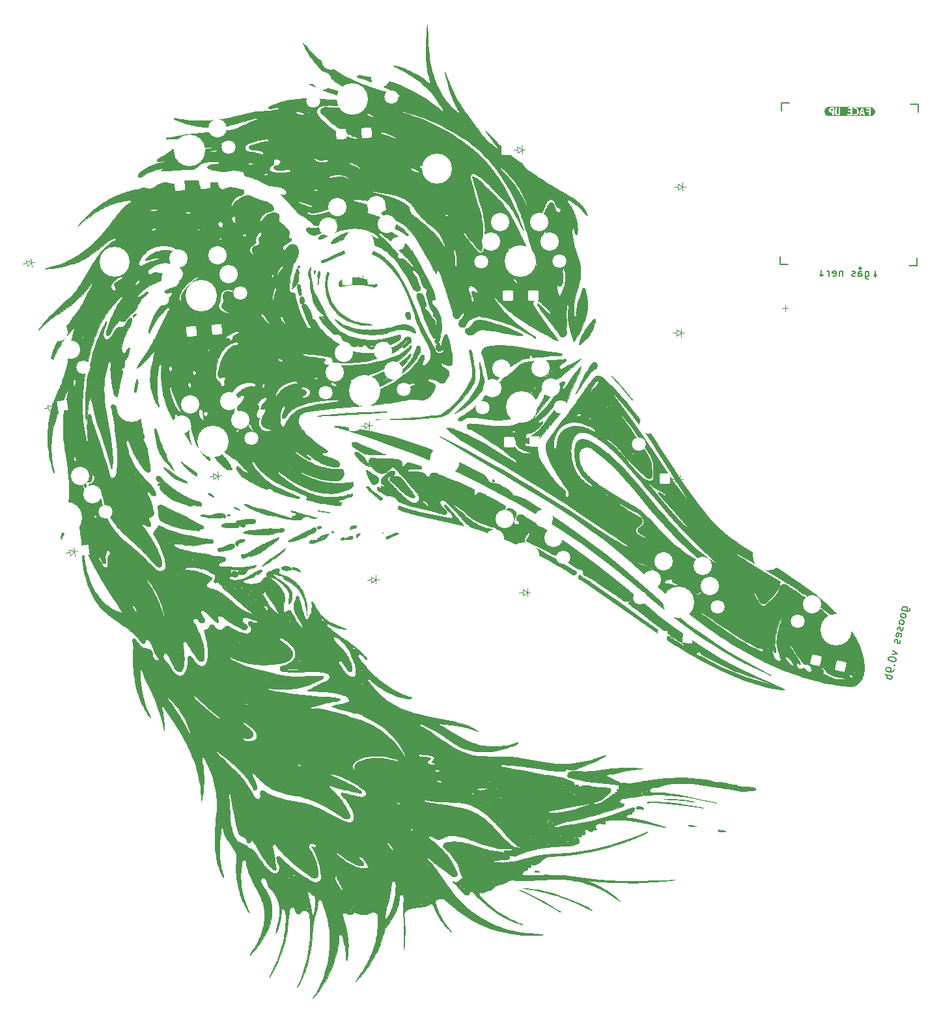
<source format=gbr>
%TF.GenerationSoftware,KiCad,Pcbnew,7.0.7*%
%TF.CreationDate,2023-10-01T20:36:35+02:00*%
%TF.ProjectId,goose_reversible_pcb_routed,676f6f73-655f-4726-9576-65727369626c,v1.0.0*%
%TF.SameCoordinates,Original*%
%TF.FileFunction,Legend,Bot*%
%TF.FilePolarity,Positive*%
%FSLAX46Y46*%
G04 Gerber Fmt 4.6, Leading zero omitted, Abs format (unit mm)*
G04 Created by KiCad (PCBNEW 7.0.7) date 2023-10-01 20:36:35*
%MOMM*%
%LPD*%
G01*
G04 APERTURE LIST*
G04 Aperture macros list*
%AMRoundRect*
0 Rectangle with rounded corners*
0 $1 Rounding radius*
0 $2 $3 $4 $5 $6 $7 $8 $9 X,Y pos of 4 corners*
0 Add a 4 corners polygon primitive as box body*
4,1,4,$2,$3,$4,$5,$6,$7,$8,$9,$2,$3,0*
0 Add four circle primitives for the rounded corners*
1,1,$1+$1,$2,$3*
1,1,$1+$1,$4,$5*
1,1,$1+$1,$6,$7*
1,1,$1+$1,$8,$9*
0 Add four rect primitives between the rounded corners*
20,1,$1+$1,$2,$3,$4,$5,0*
20,1,$1+$1,$4,$5,$6,$7,0*
20,1,$1+$1,$6,$7,$8,$9,0*
20,1,$1+$1,$8,$9,$2,$3,0*%
%AMHorizOval*
0 Thick line with rounded ends*
0 $1 width*
0 $2 $3 position (X,Y) of the first rounded end (center of the circle)*
0 $4 $5 position (X,Y) of the second rounded end (center of the circle)*
0 Add line between two ends*
20,1,$1,$2,$3,$4,$5,0*
0 Add two circle primitives to create the rounded ends*
1,1,$1,$2,$3*
1,1,$1,$4,$5*%
G04 Aperture macros list end*
%ADD10C,0.027257*%
%ADD11C,0.150000*%
%ADD12C,0.100000*%
%ADD13C,1.801800*%
%ADD14C,4.087800*%
%ADD15C,2.386000*%
%ADD16C,3.900000*%
%ADD17RoundRect,0.050000X-0.635884X-1.244498X0.614068X-1.255406X0.635884X1.244498X-0.614068X1.255406X0*%
%ADD18RoundRect,0.050000X-0.991235X1.008688X-1.008688X-0.991235X0.991235X-1.008688X1.008688X0.991235X0*%
%ADD19C,2.100000*%
%ADD20RoundRect,0.050000X-1.236863X1.510851X-1.263042X-1.489035X1.236863X-1.510851X1.263042X1.489035X0*%
%ADD21HorizOval,1.900000X0.474982X-0.004145X-0.474982X0.004145X0*%
%ADD22HorizOval,1.900000X-0.474982X0.004145X0.474982X-0.004145X0*%
%ADD23C,1.497000*%
%ADD24RoundRect,0.050000X0.594741X0.605213X-0.605213X0.594741X-0.594741X-0.605213X0.605213X-0.594741X0*%
%ADD25RoundRect,0.050000X0.573257X0.625601X-0.625601X0.573257X-0.573257X-0.625601X0.625601X-0.573257X0*%
%ADD26RoundRect,0.050000X0.664065X0.528221X-0.528221X0.664065X-0.664065X-0.528221X0.528221X-0.664065X0*%
%ADD27RoundRect,0.050000X0.605213X0.594741X-0.594741X0.605213X-0.605213X-0.594741X0.594741X-0.605213X0*%
%ADD28RoundRect,0.050000X0.551075X0.645226X-0.645226X0.551075X-0.551075X-0.645226X0.645226X-0.551075X0*%
%ADD29RoundRect,0.050000X0.504724X0.682095X-0.682095X0.504724X-0.504724X-0.682095X0.682095X-0.504724X0*%
%ADD30RoundRect,0.050000X0.715641X0.455914X-0.455914X0.715641X-0.715641X-0.455914X0.455914X-0.715641X0*%
G04 APERTURE END LIST*
D10*
X209710377Y-136126533D02*
X209722709Y-136130585D01*
X209734469Y-136137839D01*
X209745643Y-136148062D01*
X209756214Y-136161028D01*
X209766167Y-136176507D01*
X209775486Y-136194276D01*
X209784154Y-136214101D01*
X209792159Y-136235754D01*
X209806107Y-136283639D01*
X209817203Y-136336106D01*
X209825322Y-136391325D01*
X209830335Y-136447471D01*
X209832118Y-136502721D01*
X209830545Y-136555246D01*
X209825488Y-136603222D01*
X209821614Y-136624932D01*
X209816821Y-136644820D01*
X209811095Y-136662660D01*
X209804420Y-136678217D01*
X209776650Y-136789466D01*
X209746286Y-136900419D01*
X209715613Y-137011382D01*
X209686913Y-137122664D01*
X209674017Y-137178521D01*
X209662470Y-137234573D01*
X209652559Y-137290859D01*
X209644568Y-137347418D01*
X209638785Y-137404286D01*
X209635490Y-137461505D01*
X209634974Y-137519112D01*
X209637520Y-137577144D01*
X209637654Y-137606004D01*
X209635984Y-137640971D01*
X209628025Y-137722379D01*
X209615230Y-137807683D01*
X209607514Y-137847522D01*
X209599185Y-137883203D01*
X209590439Y-137913017D01*
X209581477Y-137935252D01*
X209576976Y-137942990D01*
X209572495Y-137948196D01*
X209568059Y-137950652D01*
X209563694Y-137950144D01*
X209559422Y-137946458D01*
X209555269Y-137939382D01*
X209551261Y-137928698D01*
X209547421Y-137914198D01*
X209540348Y-137872882D01*
X209534247Y-137813728D01*
X209534248Y-137813728D01*
X209534248Y-137813729D01*
X209534248Y-137813730D01*
X209534250Y-137813729D01*
X209534251Y-137813729D01*
X209534251Y-137813730D01*
X209534253Y-137813731D01*
X209534254Y-137813732D01*
X209534256Y-137813734D01*
X209534257Y-137813735D01*
X209534258Y-137813738D01*
X209545441Y-137712115D01*
X209551612Y-137609941D01*
X209553690Y-137507322D01*
X209552589Y-137404369D01*
X209534747Y-136991372D01*
X209531512Y-136888367D01*
X209530601Y-136785676D01*
X209532931Y-136683406D01*
X209539418Y-136581670D01*
X209550981Y-136480568D01*
X209568536Y-136380215D01*
X209592998Y-136280717D01*
X209625286Y-136182181D01*
X209640711Y-136162246D01*
X209655660Y-136146879D01*
X209670116Y-136135852D01*
X209684066Y-136128937D01*
X209697491Y-136125908D01*
X209710377Y-136126533D01*
G36*
X209710377Y-136126533D02*
G01*
X209722709Y-136130585D01*
X209734469Y-136137839D01*
X209745643Y-136148062D01*
X209756214Y-136161028D01*
X209766167Y-136176507D01*
X209775486Y-136194276D01*
X209784154Y-136214101D01*
X209792159Y-136235754D01*
X209806107Y-136283639D01*
X209817203Y-136336106D01*
X209825322Y-136391325D01*
X209830335Y-136447471D01*
X209832118Y-136502721D01*
X209830545Y-136555246D01*
X209825488Y-136603222D01*
X209821614Y-136624932D01*
X209816821Y-136644820D01*
X209811095Y-136662660D01*
X209804420Y-136678217D01*
X209776650Y-136789466D01*
X209746286Y-136900419D01*
X209715613Y-137011382D01*
X209686913Y-137122664D01*
X209674017Y-137178521D01*
X209662470Y-137234573D01*
X209652559Y-137290859D01*
X209644568Y-137347418D01*
X209638785Y-137404286D01*
X209635490Y-137461505D01*
X209634974Y-137519112D01*
X209637520Y-137577144D01*
X209637654Y-137606004D01*
X209635984Y-137640971D01*
X209628025Y-137722379D01*
X209615230Y-137807683D01*
X209607514Y-137847522D01*
X209599185Y-137883203D01*
X209590439Y-137913017D01*
X209581477Y-137935252D01*
X209576976Y-137942990D01*
X209572495Y-137948196D01*
X209568059Y-137950652D01*
X209563694Y-137950144D01*
X209559422Y-137946458D01*
X209555269Y-137939382D01*
X209551261Y-137928698D01*
X209547421Y-137914198D01*
X209540348Y-137872882D01*
X209534247Y-137813728D01*
X209534248Y-137813728D01*
X209534248Y-137813729D01*
X209534248Y-137813730D01*
X209534250Y-137813729D01*
X209534251Y-137813729D01*
X209534251Y-137813730D01*
X209534253Y-137813731D01*
X209534254Y-137813732D01*
X209534256Y-137813734D01*
X209534257Y-137813735D01*
X209534258Y-137813738D01*
X209545441Y-137712115D01*
X209551612Y-137609941D01*
X209553690Y-137507322D01*
X209552589Y-137404369D01*
X209534747Y-136991372D01*
X209531512Y-136888367D01*
X209530601Y-136785676D01*
X209532931Y-136683406D01*
X209539418Y-136581670D01*
X209550981Y-136480568D01*
X209568536Y-136380215D01*
X209592998Y-136280717D01*
X209625286Y-136182181D01*
X209640711Y-136162246D01*
X209655660Y-136146879D01*
X209670116Y-136135852D01*
X209684066Y-136128937D01*
X209697491Y-136125908D01*
X209710377Y-136126533D01*
G37*
X185238261Y-142225399D02*
X185256042Y-142229398D01*
X185272049Y-142235966D01*
X185286362Y-142244943D01*
X185299059Y-142256158D01*
X185310219Y-142269452D01*
X185319921Y-142284657D01*
X185328244Y-142301609D01*
X185335269Y-142320143D01*
X185341073Y-142340097D01*
X185345733Y-142361302D01*
X185349334Y-142383598D01*
X185351949Y-142406818D01*
X185353664Y-142430797D01*
X185354694Y-142480379D01*
X185353058Y-142531022D01*
X185349385Y-142581414D01*
X185344313Y-142630237D01*
X185338473Y-142676174D01*
X185327019Y-142754125D01*
X185315609Y-142811948D01*
X185302069Y-142868852D01*
X185286531Y-142924894D01*
X185269119Y-142980131D01*
X185229187Y-143088414D01*
X185183300Y-143194143D01*
X185132481Y-143297769D01*
X185077753Y-143399736D01*
X185020141Y-143500497D01*
X184960665Y-143600492D01*
X184840232Y-143799986D01*
X184781316Y-143900377D01*
X184724634Y-144001793D01*
X184671211Y-144104684D01*
X184622069Y-144209496D01*
X184578231Y-144316672D01*
X184540723Y-144426667D01*
X184483929Y-144537908D01*
X184432473Y-144651020D01*
X184385905Y-144765829D01*
X184343778Y-144882163D01*
X184305648Y-144999853D01*
X184271066Y-145118728D01*
X184239586Y-145238616D01*
X184210762Y-145359347D01*
X184159292Y-145602647D01*
X184113084Y-145847265D01*
X184022157Y-146334970D01*
X184041255Y-146350024D01*
X184057078Y-146366963D01*
X184069868Y-146385626D01*
X184079862Y-146405860D01*
X184087301Y-146427509D01*
X184092423Y-146450417D01*
X184095467Y-146474428D01*
X184096672Y-146499388D01*
X184096278Y-146525141D01*
X184094521Y-146551530D01*
X184087884Y-146605593D01*
X184068793Y-146714506D01*
X184061213Y-146760502D01*
X184067836Y-146755517D01*
X184083753Y-146745777D01*
X184100558Y-146737424D01*
X184117975Y-146730487D01*
X184135723Y-146724990D01*
X184153524Y-146720958D01*
X184171099Y-146718418D01*
X184188170Y-146717394D01*
X184204456Y-146717914D01*
X184219684Y-146720005D01*
X184233571Y-146723689D01*
X184245837Y-146728995D01*
X184256206Y-146735946D01*
X184264399Y-146744571D01*
X184270136Y-146754894D01*
X184273142Y-146766942D01*
X184273134Y-146780739D01*
X184269835Y-146796313D01*
X184262967Y-146813687D01*
X184252250Y-146832889D01*
X184237407Y-146853946D01*
X184218159Y-146876882D01*
X184213242Y-146880008D01*
X184208056Y-146883900D01*
X184196959Y-146893651D01*
X184185033Y-146905471D01*
X184172448Y-146918701D01*
X184145971Y-146946750D01*
X184132415Y-146960246D01*
X184123999Y-146967865D01*
X184141655Y-146973213D01*
X184166527Y-146977007D01*
X184195294Y-146978012D01*
X184231135Y-146965124D01*
X184265010Y-146950199D01*
X184297038Y-146933354D01*
X184327332Y-146914708D01*
X184356007Y-146894376D01*
X184383182Y-146872481D01*
X184408969Y-146849135D01*
X184433485Y-146824462D01*
X184456846Y-146798575D01*
X184479166Y-146771595D01*
X184500561Y-146743639D01*
X184521149Y-146714825D01*
X184560358Y-146655091D01*
X184597720Y-146593341D01*
X184670589Y-146467564D01*
X184707949Y-146405423D01*
X184747156Y-146345038D01*
X184767743Y-146315801D01*
X184789139Y-146287354D01*
X184811458Y-146259820D01*
X184834817Y-146233313D01*
X184859331Y-146207954D01*
X184885118Y-146183861D01*
X184912290Y-146161147D01*
X184940964Y-146139937D01*
X184970774Y-146127652D01*
X184997000Y-146118823D01*
X185019822Y-146113282D01*
X185039416Y-146110860D01*
X185055960Y-146111387D01*
X185063144Y-146112704D01*
X185069633Y-146114695D01*
X185075446Y-146117339D01*
X185080608Y-146120616D01*
X185085142Y-146124504D01*
X185089068Y-146128981D01*
X185095186Y-146139620D01*
X185099141Y-146152363D01*
X185101111Y-146167045D01*
X185101273Y-146183495D01*
X185099803Y-146201543D01*
X185096882Y-146221021D01*
X185092685Y-146241761D01*
X185087389Y-146263595D01*
X185074211Y-146309864D01*
X185058771Y-146358478D01*
X185026776Y-146457337D01*
X185013060Y-146504881D01*
X185002760Y-146549368D01*
X184999333Y-146570044D01*
X184997293Y-146589448D01*
X184996816Y-146607412D01*
X184998079Y-146623768D01*
X184967301Y-146785975D01*
X184931026Y-146951197D01*
X184909757Y-147033656D01*
X184885829Y-147115328D01*
X184858816Y-147195698D01*
X184828289Y-147274259D01*
X184793821Y-147350490D01*
X184754984Y-147423882D01*
X184711350Y-147493922D01*
X184662490Y-147560095D01*
X184635968Y-147591571D01*
X184607979Y-147621889D01*
X184578469Y-147650982D01*
X184547386Y-147678789D01*
X184514677Y-147705243D01*
X184480287Y-147730282D01*
X184444162Y-147753840D01*
X184406251Y-147775855D01*
X184399795Y-147834494D01*
X184397299Y-147894493D01*
X184397836Y-147955552D01*
X184400481Y-148017370D01*
X184408401Y-148142089D01*
X184411825Y-148204396D01*
X184413656Y-148266265D01*
X184412972Y-148327402D01*
X184408847Y-148387504D01*
X184400357Y-148446276D01*
X184394184Y-148475067D01*
X184386575Y-148503414D01*
X184377411Y-148531278D01*
X184366578Y-148558623D01*
X184353958Y-148585411D01*
X184339438Y-148611602D01*
X184322902Y-148637164D01*
X184304234Y-148662055D01*
X184283316Y-148686239D01*
X184260039Y-148709680D01*
X184244572Y-148716082D01*
X184228329Y-148724361D01*
X184194124Y-148745914D01*
X184158663Y-148773043D01*
X184123186Y-148804460D01*
X184088928Y-148838867D01*
X184057135Y-148874975D01*
X184029044Y-148911489D01*
X184005892Y-148947116D01*
X183996556Y-148964193D01*
X183988921Y-148980565D01*
X183983140Y-148996066D01*
X183979369Y-149010537D01*
X183977762Y-149023821D01*
X183978476Y-149035748D01*
X183981663Y-149046162D01*
X183987480Y-149054899D01*
X183996084Y-149061799D01*
X184007624Y-149066697D01*
X184022259Y-149069436D01*
X184040144Y-149069854D01*
X184061433Y-149067786D01*
X184086282Y-149063070D01*
X184114843Y-149055549D01*
X184147274Y-149045058D01*
X184158982Y-149057416D01*
X184169086Y-149071345D01*
X184177654Y-149086755D01*
X184184758Y-149103564D01*
X184190473Y-149121687D01*
X184194870Y-149141039D01*
X184198021Y-149161530D01*
X184199999Y-149183080D01*
X184200878Y-149205598D01*
X184200728Y-149229003D01*
X184197633Y-149278125D01*
X184191292Y-149329763D01*
X184182286Y-149383232D01*
X184171194Y-149437849D01*
X184158594Y-149492927D01*
X184131188Y-149601735D01*
X184104703Y-149704185D01*
X184093251Y-149751316D01*
X184083765Y-149794803D01*
X184041883Y-149929728D01*
X184001779Y-150065170D01*
X183963722Y-150201157D01*
X183927984Y-150337707D01*
X183894832Y-150474844D01*
X183864541Y-150612591D01*
X183837377Y-150750968D01*
X183813612Y-150890001D01*
X183791341Y-150986975D01*
X183771777Y-151084696D01*
X183738498Y-151281755D01*
X183679417Y-151677933D01*
X183644515Y-151874534D01*
X183623734Y-151971911D01*
X183599973Y-152068463D01*
X183572669Y-152164031D01*
X183541248Y-152258461D01*
X183505142Y-152351595D01*
X183463785Y-152443274D01*
X183436447Y-152443152D01*
X183410057Y-152441201D01*
X183384604Y-152437495D01*
X183360076Y-152432105D01*
X183336464Y-152425101D01*
X183313753Y-152416553D01*
X183291936Y-152406538D01*
X183271001Y-152395125D01*
X183250936Y-152382383D01*
X183231730Y-152368390D01*
X183213373Y-152353211D01*
X183195853Y-152336920D01*
X183179159Y-152319589D01*
X183163280Y-152301291D01*
X183148206Y-152282096D01*
X183133924Y-152262077D01*
X183120424Y-152241302D01*
X183107696Y-152219847D01*
X183095727Y-152197782D01*
X183084507Y-152175179D01*
X183074025Y-152152108D01*
X183064270Y-152128643D01*
X183046895Y-152080812D01*
X183032295Y-152032261D01*
X183020379Y-151983565D01*
X183011062Y-151935293D01*
X183004255Y-151888021D01*
X182975223Y-151690245D01*
X182939679Y-151493649D01*
X182858344Y-151102285D01*
X182817190Y-150906668D01*
X182778805Y-150710525D01*
X182745512Y-150513434D01*
X182731500Y-150414401D01*
X182719629Y-150314970D01*
X182701304Y-150169811D01*
X182685012Y-150024412D01*
X182670752Y-149878798D01*
X182658529Y-149733000D01*
X182648341Y-149587045D01*
X182640190Y-149440961D01*
X182634077Y-149294780D01*
X182630003Y-149148525D01*
X182616795Y-149113684D01*
X182606106Y-149078734D01*
X182597772Y-149043683D01*
X182591629Y-149008537D01*
X182587515Y-148973308D01*
X182585263Y-148937998D01*
X182584711Y-148902616D01*
X182585694Y-148867167D01*
X182591616Y-148796107D01*
X182601711Y-148724872D01*
X182614676Y-148653521D01*
X182629196Y-148582111D01*
X182657655Y-148439342D01*
X182668974Y-148368098D01*
X182676606Y-148297024D01*
X182679236Y-148226178D01*
X182678269Y-148190858D01*
X182675559Y-148155615D01*
X182670945Y-148120460D01*
X182664261Y-148085397D01*
X182655343Y-148050433D01*
X182644027Y-148015576D01*
X182624139Y-147982637D01*
X182604548Y-147955099D01*
X182585265Y-147932717D01*
X182566296Y-147915240D01*
X182547650Y-147902424D01*
X182529336Y-147894019D01*
X182511363Y-147889781D01*
X182493738Y-147889459D01*
X182476469Y-147892810D01*
X182459566Y-147899582D01*
X182443038Y-147909533D01*
X182426890Y-147922412D01*
X182411132Y-147937973D01*
X182395775Y-147955969D01*
X182380824Y-147976150D01*
X182366288Y-147998273D01*
X182338497Y-148047352D01*
X182312467Y-148101222D01*
X182288266Y-148157911D01*
X182265962Y-148215436D01*
X182227306Y-148325092D01*
X182197035Y-148414368D01*
X182112231Y-148744461D01*
X182033309Y-149076158D01*
X181959670Y-149409037D01*
X181890711Y-149742670D01*
X181832448Y-150142132D01*
X181790714Y-150542051D01*
X181764380Y-150942306D01*
X181752320Y-151342779D01*
X181753403Y-151743351D01*
X181766505Y-152143901D01*
X181790496Y-152544308D01*
X181824250Y-152944451D01*
X181916532Y-153743475D01*
X182034327Y-154540005D01*
X182310374Y-156121767D01*
X182537032Y-157425796D01*
X182642656Y-158080252D01*
X182735348Y-158736343D01*
X182809258Y-159394076D01*
X182858535Y-160053449D01*
X182872111Y-160383756D01*
X182877336Y-160714473D01*
X182873477Y-161045604D01*
X182859807Y-161377150D01*
X182854999Y-161410007D01*
X182851929Y-161443959D01*
X182849070Y-161514108D01*
X182847338Y-161585514D01*
X182845679Y-161621039D01*
X182842844Y-161656097D01*
X182838345Y-161690428D01*
X182831696Y-161723773D01*
X182822413Y-161755872D01*
X182816631Y-161771371D01*
X182810008Y-161786463D01*
X182802481Y-161801112D01*
X182793994Y-161815286D01*
X182784482Y-161828954D01*
X182773885Y-161842084D01*
X182762145Y-161854640D01*
X182749197Y-161866591D01*
X182734984Y-161877907D01*
X182719461Y-161888540D01*
X182383374Y-160701708D01*
X182019669Y-159522185D01*
X181265120Y-157170452D01*
X180902131Y-155990920D01*
X180567233Y-154804067D01*
X180274356Y-153606227D01*
X180148026Y-153002044D01*
X180037426Y-152393742D01*
X179967728Y-152594891D01*
X179905941Y-152797793D01*
X179851343Y-153002283D01*
X179803220Y-153208190D01*
X179760851Y-153415344D01*
X179723516Y-153623579D01*
X179661072Y-154042600D01*
X179468903Y-155727935D01*
X179425143Y-155428970D01*
X179390122Y-155129432D01*
X179363260Y-154829394D01*
X179343979Y-154528933D01*
X179331697Y-154228127D01*
X179325833Y-153927046D01*
X179331041Y-153324371D01*
X179354963Y-152721509D01*
X179392956Y-152119065D01*
X179492589Y-150917838D01*
X179560951Y-150377962D01*
X179641354Y-149839573D01*
X179733845Y-149303009D01*
X179838473Y-148768613D01*
X179955280Y-148236718D01*
X179999853Y-148053962D01*
X180084314Y-147707670D01*
X180204312Y-147261099D01*
X184467449Y-147261099D01*
X184467804Y-147266141D01*
X184468660Y-147270628D01*
X184470051Y-147274495D01*
X184472014Y-147277678D01*
X184474585Y-147280111D01*
X184477797Y-147281730D01*
X184481689Y-147282470D01*
X184486291Y-147282264D01*
X184491644Y-147281049D01*
X184497780Y-147278759D01*
X184504737Y-147275329D01*
X184512548Y-147270696D01*
X184521250Y-147264793D01*
X184530875Y-147257555D01*
X184541465Y-147248918D01*
X184547655Y-147238141D01*
X184553383Y-147227022D01*
X184563450Y-147204085D01*
X184571659Y-147180788D01*
X184577993Y-147157810D01*
X184582442Y-147135827D01*
X184584998Y-147115514D01*
X184585644Y-147097552D01*
X184584372Y-147082621D01*
X184583011Y-147076502D01*
X184581168Y-147071394D01*
X184578837Y-147067382D01*
X184576022Y-147064552D01*
X184572717Y-147062987D01*
X184568922Y-147062770D01*
X184564634Y-147063989D01*
X184559855Y-147066729D01*
X184554580Y-147071071D01*
X184548810Y-147077104D01*
X184542543Y-147084911D01*
X184535778Y-147094574D01*
X184528512Y-147106182D01*
X184520744Y-147119817D01*
X184503698Y-147153511D01*
X184498123Y-147163116D01*
X184492283Y-147174659D01*
X184486461Y-147187622D01*
X184480943Y-147201489D01*
X184476010Y-147215737D01*
X184471946Y-147229845D01*
X184469033Y-147243296D01*
X184467559Y-147255568D01*
X184467449Y-147261099D01*
X180204312Y-147261099D01*
X180225619Y-147181804D01*
X180232889Y-147157088D01*
X180379246Y-146659464D01*
X180390756Y-146623513D01*
X183206096Y-146623513D01*
X183206817Y-146632704D01*
X183208462Y-146640826D01*
X183211101Y-146647656D01*
X183214798Y-146652972D01*
X183219623Y-146656550D01*
X183225642Y-146658168D01*
X183232922Y-146657606D01*
X183241533Y-146654637D01*
X183251542Y-146649044D01*
X183263015Y-146640601D01*
X183287441Y-146600777D01*
X183284909Y-146577238D01*
X183281815Y-146557521D01*
X183278228Y-146541404D01*
X183274214Y-146528664D01*
X183269843Y-146519083D01*
X183265180Y-146512432D01*
X183260293Y-146508494D01*
X183255251Y-146507045D01*
X183250121Y-146507862D01*
X183244968Y-146510722D01*
X183239864Y-146515405D01*
X183234872Y-146521685D01*
X183230063Y-146529342D01*
X183225503Y-146538154D01*
X183217401Y-146558352D01*
X183211105Y-146580496D01*
X183207156Y-146602810D01*
X183206096Y-146623513D01*
X180390756Y-146623513D01*
X180545238Y-146140984D01*
X180723642Y-145626709D01*
X180914504Y-145116975D01*
X181117870Y-144612123D01*
X181333786Y-144112490D01*
X181562302Y-143618421D01*
X181803458Y-143130251D01*
X182057305Y-142648320D01*
X182067200Y-142697200D01*
X182073707Y-142745473D01*
X182077031Y-142793179D01*
X182077375Y-142840358D01*
X182074939Y-142887044D01*
X182069926Y-142933277D01*
X182062538Y-142979097D01*
X182052982Y-143024540D01*
X182041456Y-143069645D01*
X182028164Y-143114451D01*
X181997095Y-143203318D01*
X181961391Y-143291440D01*
X181922676Y-143379131D01*
X181842692Y-143554429D01*
X181804665Y-143642648D01*
X181770109Y-143731654D01*
X181740644Y-143821756D01*
X181728328Y-143867313D01*
X181717891Y-143913258D01*
X181709539Y-143959629D01*
X181703472Y-144006464D01*
X181699893Y-144053801D01*
X181699005Y-144101680D01*
X181683272Y-144161511D01*
X181671594Y-144223481D01*
X181664064Y-144287041D01*
X181660777Y-144351639D01*
X181661832Y-144416721D01*
X181667323Y-144481733D01*
X181677348Y-144546122D01*
X181692003Y-144609338D01*
X181711384Y-144670825D01*
X181735588Y-144730035D01*
X181749527Y-144758610D01*
X181764708Y-144786410D01*
X181781144Y-144813362D01*
X181798844Y-144839399D01*
X181817823Y-144864452D01*
X181838092Y-144888452D01*
X181859661Y-144911328D01*
X181882545Y-144933012D01*
X181906755Y-144953437D01*
X181932303Y-144972529D01*
X181959199Y-144990224D01*
X181987460Y-145006451D01*
X182021162Y-145014964D01*
X182054219Y-145020656D01*
X182086639Y-145023643D01*
X182118428Y-145024045D01*
X182149593Y-145021978D01*
X182180141Y-145017563D01*
X182210081Y-145010915D01*
X182239420Y-145002154D01*
X182268165Y-144991399D01*
X182296324Y-144978764D01*
X182323903Y-144964374D01*
X182350912Y-144948341D01*
X182377356Y-144930786D01*
X182403244Y-144911829D01*
X182453379Y-144870171D01*
X182501375Y-144824315D01*
X182547295Y-144775207D01*
X182591195Y-144723790D01*
X182633137Y-144671011D01*
X182711379Y-144565150D01*
X182782497Y-144465188D01*
X182873562Y-144320208D01*
X182962765Y-144172021D01*
X183053136Y-144023796D01*
X183099707Y-143950657D01*
X183147704Y-143878700D01*
X183197509Y-143808317D01*
X183249499Y-143739903D01*
X183304052Y-143673860D01*
X183361549Y-143610578D01*
X183422365Y-143550456D01*
X183486883Y-143493891D01*
X183555479Y-143441276D01*
X183591425Y-143416573D01*
X183628532Y-143393008D01*
X183655853Y-143405523D01*
X183683484Y-143416493D01*
X183711378Y-143425943D01*
X183739491Y-143433897D01*
X183767780Y-143440376D01*
X183796199Y-143445404D01*
X183824703Y-143449004D01*
X183853248Y-143451196D01*
X183881789Y-143452007D01*
X183910281Y-143451457D01*
X183938682Y-143449570D01*
X183966944Y-143446368D01*
X183995024Y-143441874D01*
X184022877Y-143436112D01*
X184050458Y-143429103D01*
X184077724Y-143420873D01*
X184131128Y-143400832D01*
X184182731Y-143376172D01*
X184232178Y-143347076D01*
X184279109Y-143313728D01*
X184323172Y-143276310D01*
X184344013Y-143256130D01*
X184364004Y-143235002D01*
X184383097Y-143212948D01*
X184401252Y-143189991D01*
X184418420Y-143166153D01*
X184434558Y-143141457D01*
X184475417Y-143084365D01*
X184515211Y-143026208D01*
X184592742Y-142907775D01*
X184669430Y-142788288D01*
X184747554Y-142669879D01*
X184787867Y-142611749D01*
X184829391Y-142554685D01*
X184872415Y-142498961D01*
X184917222Y-142444838D01*
X184964096Y-142392585D01*
X185013323Y-142342468D01*
X185065186Y-142294755D01*
X185119972Y-142249714D01*
X185147811Y-142238394D01*
X185173480Y-142230466D01*
X185197059Y-142225767D01*
X185218626Y-142224133D01*
X185238261Y-142225399D01*
G36*
X185238261Y-142225399D02*
G01*
X185256042Y-142229398D01*
X185272049Y-142235966D01*
X185286362Y-142244943D01*
X185299059Y-142256158D01*
X185310219Y-142269452D01*
X185319921Y-142284657D01*
X185328244Y-142301609D01*
X185335269Y-142320143D01*
X185341073Y-142340097D01*
X185345733Y-142361302D01*
X185349334Y-142383598D01*
X185351949Y-142406818D01*
X185353664Y-142430797D01*
X185354694Y-142480379D01*
X185353058Y-142531022D01*
X185349385Y-142581414D01*
X185344313Y-142630237D01*
X185338473Y-142676174D01*
X185327019Y-142754125D01*
X185315609Y-142811948D01*
X185302069Y-142868852D01*
X185286531Y-142924894D01*
X185269119Y-142980131D01*
X185229187Y-143088414D01*
X185183300Y-143194143D01*
X185132481Y-143297769D01*
X185077753Y-143399736D01*
X185020141Y-143500497D01*
X184960665Y-143600492D01*
X184840232Y-143799986D01*
X184781316Y-143900377D01*
X184724634Y-144001793D01*
X184671211Y-144104684D01*
X184622069Y-144209496D01*
X184578231Y-144316672D01*
X184540723Y-144426667D01*
X184483929Y-144537908D01*
X184432473Y-144651020D01*
X184385905Y-144765829D01*
X184343778Y-144882163D01*
X184305648Y-144999853D01*
X184271066Y-145118728D01*
X184239586Y-145238616D01*
X184210762Y-145359347D01*
X184159292Y-145602647D01*
X184113084Y-145847265D01*
X184022157Y-146334970D01*
X184041255Y-146350024D01*
X184057078Y-146366963D01*
X184069868Y-146385626D01*
X184079862Y-146405860D01*
X184087301Y-146427509D01*
X184092423Y-146450417D01*
X184095467Y-146474428D01*
X184096672Y-146499388D01*
X184096278Y-146525141D01*
X184094521Y-146551530D01*
X184087884Y-146605593D01*
X184068793Y-146714506D01*
X184061213Y-146760502D01*
X184067836Y-146755517D01*
X184083753Y-146745777D01*
X184100558Y-146737424D01*
X184117975Y-146730487D01*
X184135723Y-146724990D01*
X184153524Y-146720958D01*
X184171099Y-146718418D01*
X184188170Y-146717394D01*
X184204456Y-146717914D01*
X184219684Y-146720005D01*
X184233571Y-146723689D01*
X184245837Y-146728995D01*
X184256206Y-146735946D01*
X184264399Y-146744571D01*
X184270136Y-146754894D01*
X184273142Y-146766942D01*
X184273134Y-146780739D01*
X184269835Y-146796313D01*
X184262967Y-146813687D01*
X184252250Y-146832889D01*
X184237407Y-146853946D01*
X184218159Y-146876882D01*
X184213242Y-146880008D01*
X184208056Y-146883900D01*
X184196959Y-146893651D01*
X184185033Y-146905471D01*
X184172448Y-146918701D01*
X184145971Y-146946750D01*
X184132415Y-146960246D01*
X184123999Y-146967865D01*
X184141655Y-146973213D01*
X184166527Y-146977007D01*
X184195294Y-146978012D01*
X184231135Y-146965124D01*
X184265010Y-146950199D01*
X184297038Y-146933354D01*
X184327332Y-146914708D01*
X184356007Y-146894376D01*
X184383182Y-146872481D01*
X184408969Y-146849135D01*
X184433485Y-146824462D01*
X184456846Y-146798575D01*
X184479166Y-146771595D01*
X184500561Y-146743639D01*
X184521149Y-146714825D01*
X184560358Y-146655091D01*
X184597720Y-146593341D01*
X184670589Y-146467564D01*
X184707949Y-146405423D01*
X184747156Y-146345038D01*
X184767743Y-146315801D01*
X184789139Y-146287354D01*
X184811458Y-146259820D01*
X184834817Y-146233313D01*
X184859331Y-146207954D01*
X184885118Y-146183861D01*
X184912290Y-146161147D01*
X184940964Y-146139937D01*
X184970774Y-146127652D01*
X184997000Y-146118823D01*
X185019822Y-146113282D01*
X185039416Y-146110860D01*
X185055960Y-146111387D01*
X185063144Y-146112704D01*
X185069633Y-146114695D01*
X185075446Y-146117339D01*
X185080608Y-146120616D01*
X185085142Y-146124504D01*
X185089068Y-146128981D01*
X185095186Y-146139620D01*
X185099141Y-146152363D01*
X185101111Y-146167045D01*
X185101273Y-146183495D01*
X185099803Y-146201543D01*
X185096882Y-146221021D01*
X185092685Y-146241761D01*
X185087389Y-146263595D01*
X185074211Y-146309864D01*
X185058771Y-146358478D01*
X185026776Y-146457337D01*
X185013060Y-146504881D01*
X185002760Y-146549368D01*
X184999333Y-146570044D01*
X184997293Y-146589448D01*
X184996816Y-146607412D01*
X184998079Y-146623768D01*
X184967301Y-146785975D01*
X184931026Y-146951197D01*
X184909757Y-147033656D01*
X184885829Y-147115328D01*
X184858816Y-147195698D01*
X184828289Y-147274259D01*
X184793821Y-147350490D01*
X184754984Y-147423882D01*
X184711350Y-147493922D01*
X184662490Y-147560095D01*
X184635968Y-147591571D01*
X184607979Y-147621889D01*
X184578469Y-147650982D01*
X184547386Y-147678789D01*
X184514677Y-147705243D01*
X184480287Y-147730282D01*
X184444162Y-147753840D01*
X184406251Y-147775855D01*
X184399795Y-147834494D01*
X184397299Y-147894493D01*
X184397836Y-147955552D01*
X184400481Y-148017370D01*
X184408401Y-148142089D01*
X184411825Y-148204396D01*
X184413656Y-148266265D01*
X184412972Y-148327402D01*
X184408847Y-148387504D01*
X184400357Y-148446276D01*
X184394184Y-148475067D01*
X184386575Y-148503414D01*
X184377411Y-148531278D01*
X184366578Y-148558623D01*
X184353958Y-148585411D01*
X184339438Y-148611602D01*
X184322902Y-148637164D01*
X184304234Y-148662055D01*
X184283316Y-148686239D01*
X184260039Y-148709680D01*
X184244572Y-148716082D01*
X184228329Y-148724361D01*
X184194124Y-148745914D01*
X184158663Y-148773043D01*
X184123186Y-148804460D01*
X184088928Y-148838867D01*
X184057135Y-148874975D01*
X184029044Y-148911489D01*
X184005892Y-148947116D01*
X183996556Y-148964193D01*
X183988921Y-148980565D01*
X183983140Y-148996066D01*
X183979369Y-149010537D01*
X183977762Y-149023821D01*
X183978476Y-149035748D01*
X183981663Y-149046162D01*
X183987480Y-149054899D01*
X183996084Y-149061799D01*
X184007624Y-149066697D01*
X184022259Y-149069436D01*
X184040144Y-149069854D01*
X184061433Y-149067786D01*
X184086282Y-149063070D01*
X184114843Y-149055549D01*
X184147274Y-149045058D01*
X184158982Y-149057416D01*
X184169086Y-149071345D01*
X184177654Y-149086755D01*
X184184758Y-149103564D01*
X184190473Y-149121687D01*
X184194870Y-149141039D01*
X184198021Y-149161530D01*
X184199999Y-149183080D01*
X184200878Y-149205598D01*
X184200728Y-149229003D01*
X184197633Y-149278125D01*
X184191292Y-149329763D01*
X184182286Y-149383232D01*
X184171194Y-149437849D01*
X184158594Y-149492927D01*
X184131188Y-149601735D01*
X184104703Y-149704185D01*
X184093251Y-149751316D01*
X184083765Y-149794803D01*
X184041883Y-149929728D01*
X184001779Y-150065170D01*
X183963722Y-150201157D01*
X183927984Y-150337707D01*
X183894832Y-150474844D01*
X183864541Y-150612591D01*
X183837377Y-150750968D01*
X183813612Y-150890001D01*
X183791341Y-150986975D01*
X183771777Y-151084696D01*
X183738498Y-151281755D01*
X183679417Y-151677933D01*
X183644515Y-151874534D01*
X183623734Y-151971911D01*
X183599973Y-152068463D01*
X183572669Y-152164031D01*
X183541248Y-152258461D01*
X183505142Y-152351595D01*
X183463785Y-152443274D01*
X183436447Y-152443152D01*
X183410057Y-152441201D01*
X183384604Y-152437495D01*
X183360076Y-152432105D01*
X183336464Y-152425101D01*
X183313753Y-152416553D01*
X183291936Y-152406538D01*
X183271001Y-152395125D01*
X183250936Y-152382383D01*
X183231730Y-152368390D01*
X183213373Y-152353211D01*
X183195853Y-152336920D01*
X183179159Y-152319589D01*
X183163280Y-152301291D01*
X183148206Y-152282096D01*
X183133924Y-152262077D01*
X183120424Y-152241302D01*
X183107696Y-152219847D01*
X183095727Y-152197782D01*
X183084507Y-152175179D01*
X183074025Y-152152108D01*
X183064270Y-152128643D01*
X183046895Y-152080812D01*
X183032295Y-152032261D01*
X183020379Y-151983565D01*
X183011062Y-151935293D01*
X183004255Y-151888021D01*
X182975223Y-151690245D01*
X182939679Y-151493649D01*
X182858344Y-151102285D01*
X182817190Y-150906668D01*
X182778805Y-150710525D01*
X182745512Y-150513434D01*
X182731500Y-150414401D01*
X182719629Y-150314970D01*
X182701304Y-150169811D01*
X182685012Y-150024412D01*
X182670752Y-149878798D01*
X182658529Y-149733000D01*
X182648341Y-149587045D01*
X182640190Y-149440961D01*
X182634077Y-149294780D01*
X182630003Y-149148525D01*
X182616795Y-149113684D01*
X182606106Y-149078734D01*
X182597772Y-149043683D01*
X182591629Y-149008537D01*
X182587515Y-148973308D01*
X182585263Y-148937998D01*
X182584711Y-148902616D01*
X182585694Y-148867167D01*
X182591616Y-148796107D01*
X182601711Y-148724872D01*
X182614676Y-148653521D01*
X182629196Y-148582111D01*
X182657655Y-148439342D01*
X182668974Y-148368098D01*
X182676606Y-148297024D01*
X182679236Y-148226178D01*
X182678269Y-148190858D01*
X182675559Y-148155615D01*
X182670945Y-148120460D01*
X182664261Y-148085397D01*
X182655343Y-148050433D01*
X182644027Y-148015576D01*
X182624139Y-147982637D01*
X182604548Y-147955099D01*
X182585265Y-147932717D01*
X182566296Y-147915240D01*
X182547650Y-147902424D01*
X182529336Y-147894019D01*
X182511363Y-147889781D01*
X182493738Y-147889459D01*
X182476469Y-147892810D01*
X182459566Y-147899582D01*
X182443038Y-147909533D01*
X182426890Y-147922412D01*
X182411132Y-147937973D01*
X182395775Y-147955969D01*
X182380824Y-147976150D01*
X182366288Y-147998273D01*
X182338497Y-148047352D01*
X182312467Y-148101222D01*
X182288266Y-148157911D01*
X182265962Y-148215436D01*
X182227306Y-148325092D01*
X182197035Y-148414368D01*
X182112231Y-148744461D01*
X182033309Y-149076158D01*
X181959670Y-149409037D01*
X181890711Y-149742670D01*
X181832448Y-150142132D01*
X181790714Y-150542051D01*
X181764380Y-150942306D01*
X181752320Y-151342779D01*
X181753403Y-151743351D01*
X181766505Y-152143901D01*
X181790496Y-152544308D01*
X181824250Y-152944451D01*
X181916532Y-153743475D01*
X182034327Y-154540005D01*
X182310374Y-156121767D01*
X182537032Y-157425796D01*
X182642656Y-158080252D01*
X182735348Y-158736343D01*
X182809258Y-159394076D01*
X182858535Y-160053449D01*
X182872111Y-160383756D01*
X182877336Y-160714473D01*
X182873477Y-161045604D01*
X182859807Y-161377150D01*
X182854999Y-161410007D01*
X182851929Y-161443959D01*
X182849070Y-161514108D01*
X182847338Y-161585514D01*
X182845679Y-161621039D01*
X182842844Y-161656097D01*
X182838345Y-161690428D01*
X182831696Y-161723773D01*
X182822413Y-161755872D01*
X182816631Y-161771371D01*
X182810008Y-161786463D01*
X182802481Y-161801112D01*
X182793994Y-161815286D01*
X182784482Y-161828954D01*
X182773885Y-161842084D01*
X182762145Y-161854640D01*
X182749197Y-161866591D01*
X182734984Y-161877907D01*
X182719461Y-161888540D01*
X182383374Y-160701708D01*
X182019669Y-159522185D01*
X181265120Y-157170452D01*
X180902131Y-155990920D01*
X180567233Y-154804067D01*
X180274356Y-153606227D01*
X180148026Y-153002044D01*
X180037426Y-152393742D01*
X179967728Y-152594891D01*
X179905941Y-152797793D01*
X179851343Y-153002283D01*
X179803220Y-153208190D01*
X179760851Y-153415344D01*
X179723516Y-153623579D01*
X179661072Y-154042600D01*
X179468903Y-155727935D01*
X179425143Y-155428970D01*
X179390122Y-155129432D01*
X179363260Y-154829394D01*
X179343979Y-154528933D01*
X179331697Y-154228127D01*
X179325833Y-153927046D01*
X179331041Y-153324371D01*
X179354963Y-152721509D01*
X179392956Y-152119065D01*
X179492589Y-150917838D01*
X179560951Y-150377962D01*
X179641354Y-149839573D01*
X179733845Y-149303009D01*
X179838473Y-148768613D01*
X179955280Y-148236718D01*
X179999853Y-148053962D01*
X180084314Y-147707670D01*
X180204312Y-147261099D01*
X184467449Y-147261099D01*
X184467804Y-147266141D01*
X184468660Y-147270628D01*
X184470051Y-147274495D01*
X184472014Y-147277678D01*
X184474585Y-147280111D01*
X184477797Y-147281730D01*
X184481689Y-147282470D01*
X184486291Y-147282264D01*
X184491644Y-147281049D01*
X184497780Y-147278759D01*
X184504737Y-147275329D01*
X184512548Y-147270696D01*
X184521250Y-147264793D01*
X184530875Y-147257555D01*
X184541465Y-147248918D01*
X184547655Y-147238141D01*
X184553383Y-147227022D01*
X184563450Y-147204085D01*
X184571659Y-147180788D01*
X184577993Y-147157810D01*
X184582442Y-147135827D01*
X184584998Y-147115514D01*
X184585644Y-147097552D01*
X184584372Y-147082621D01*
X184583011Y-147076502D01*
X184581168Y-147071394D01*
X184578837Y-147067382D01*
X184576022Y-147064552D01*
X184572717Y-147062987D01*
X184568922Y-147062770D01*
X184564634Y-147063989D01*
X184559855Y-147066729D01*
X184554580Y-147071071D01*
X184548810Y-147077104D01*
X184542543Y-147084911D01*
X184535778Y-147094574D01*
X184528512Y-147106182D01*
X184520744Y-147119817D01*
X184503698Y-147153511D01*
X184498123Y-147163116D01*
X184492283Y-147174659D01*
X184486461Y-147187622D01*
X184480943Y-147201489D01*
X184476010Y-147215737D01*
X184471946Y-147229845D01*
X184469033Y-147243296D01*
X184467559Y-147255568D01*
X184467449Y-147261099D01*
X180204312Y-147261099D01*
X180225619Y-147181804D01*
X180232889Y-147157088D01*
X180379246Y-146659464D01*
X180390756Y-146623513D01*
X183206096Y-146623513D01*
X183206817Y-146632704D01*
X183208462Y-146640826D01*
X183211101Y-146647656D01*
X183214798Y-146652972D01*
X183219623Y-146656550D01*
X183225642Y-146658168D01*
X183232922Y-146657606D01*
X183241533Y-146654637D01*
X183251542Y-146649044D01*
X183263015Y-146640601D01*
X183287441Y-146600777D01*
X183284909Y-146577238D01*
X183281815Y-146557521D01*
X183278228Y-146541404D01*
X183274214Y-146528664D01*
X183269843Y-146519083D01*
X183265180Y-146512432D01*
X183260293Y-146508494D01*
X183255251Y-146507045D01*
X183250121Y-146507862D01*
X183244968Y-146510722D01*
X183239864Y-146515405D01*
X183234872Y-146521685D01*
X183230063Y-146529342D01*
X183225503Y-146538154D01*
X183217401Y-146558352D01*
X183211105Y-146580496D01*
X183207156Y-146602810D01*
X183206096Y-146623513D01*
X180390756Y-146623513D01*
X180545238Y-146140984D01*
X180723642Y-145626709D01*
X180914504Y-145116975D01*
X181117870Y-144612123D01*
X181333786Y-144112490D01*
X181562302Y-143618421D01*
X181803458Y-143130251D01*
X182057305Y-142648320D01*
X182067200Y-142697200D01*
X182073707Y-142745473D01*
X182077031Y-142793179D01*
X182077375Y-142840358D01*
X182074939Y-142887044D01*
X182069926Y-142933277D01*
X182062538Y-142979097D01*
X182052982Y-143024540D01*
X182041456Y-143069645D01*
X182028164Y-143114451D01*
X181997095Y-143203318D01*
X181961391Y-143291440D01*
X181922676Y-143379131D01*
X181842692Y-143554429D01*
X181804665Y-143642648D01*
X181770109Y-143731654D01*
X181740644Y-143821756D01*
X181728328Y-143867313D01*
X181717891Y-143913258D01*
X181709539Y-143959629D01*
X181703472Y-144006464D01*
X181699893Y-144053801D01*
X181699005Y-144101680D01*
X181683272Y-144161511D01*
X181671594Y-144223481D01*
X181664064Y-144287041D01*
X181660777Y-144351639D01*
X181661832Y-144416721D01*
X181667323Y-144481733D01*
X181677348Y-144546122D01*
X181692003Y-144609338D01*
X181711384Y-144670825D01*
X181735588Y-144730035D01*
X181749527Y-144758610D01*
X181764708Y-144786410D01*
X181781144Y-144813362D01*
X181798844Y-144839399D01*
X181817823Y-144864452D01*
X181838092Y-144888452D01*
X181859661Y-144911328D01*
X181882545Y-144933012D01*
X181906755Y-144953437D01*
X181932303Y-144972529D01*
X181959199Y-144990224D01*
X181987460Y-145006451D01*
X182021162Y-145014964D01*
X182054219Y-145020656D01*
X182086639Y-145023643D01*
X182118428Y-145024045D01*
X182149593Y-145021978D01*
X182180141Y-145017563D01*
X182210081Y-145010915D01*
X182239420Y-145002154D01*
X182268165Y-144991399D01*
X182296324Y-144978764D01*
X182323903Y-144964374D01*
X182350912Y-144948341D01*
X182377356Y-144930786D01*
X182403244Y-144911829D01*
X182453379Y-144870171D01*
X182501375Y-144824315D01*
X182547295Y-144775207D01*
X182591195Y-144723790D01*
X182633137Y-144671011D01*
X182711379Y-144565150D01*
X182782497Y-144465188D01*
X182873562Y-144320208D01*
X182962765Y-144172021D01*
X183053136Y-144023796D01*
X183099707Y-143950657D01*
X183147704Y-143878700D01*
X183197509Y-143808317D01*
X183249499Y-143739903D01*
X183304052Y-143673860D01*
X183361549Y-143610578D01*
X183422365Y-143550456D01*
X183486883Y-143493891D01*
X183555479Y-143441276D01*
X183591425Y-143416573D01*
X183628532Y-143393008D01*
X183655853Y-143405523D01*
X183683484Y-143416493D01*
X183711378Y-143425943D01*
X183739491Y-143433897D01*
X183767780Y-143440376D01*
X183796199Y-143445404D01*
X183824703Y-143449004D01*
X183853248Y-143451196D01*
X183881789Y-143452007D01*
X183910281Y-143451457D01*
X183938682Y-143449570D01*
X183966944Y-143446368D01*
X183995024Y-143441874D01*
X184022877Y-143436112D01*
X184050458Y-143429103D01*
X184077724Y-143420873D01*
X184131128Y-143400832D01*
X184182731Y-143376172D01*
X184232178Y-143347076D01*
X184279109Y-143313728D01*
X184323172Y-143276310D01*
X184344013Y-143256130D01*
X184364004Y-143235002D01*
X184383097Y-143212948D01*
X184401252Y-143189991D01*
X184418420Y-143166153D01*
X184434558Y-143141457D01*
X184475417Y-143084365D01*
X184515211Y-143026208D01*
X184592742Y-142907775D01*
X184669430Y-142788288D01*
X184747554Y-142669879D01*
X184787867Y-142611749D01*
X184829391Y-142554685D01*
X184872415Y-142498961D01*
X184917222Y-142444838D01*
X184964096Y-142392585D01*
X185013323Y-142342468D01*
X185065186Y-142294755D01*
X185119972Y-142249714D01*
X185147811Y-142238394D01*
X185173480Y-142230466D01*
X185197059Y-142225767D01*
X185218626Y-142224133D01*
X185238261Y-142225399D01*
G37*
X218004052Y-170165719D02*
X218017168Y-170179955D01*
X218026410Y-170193883D01*
X218031989Y-170207511D01*
X218034110Y-170220844D01*
X218032981Y-170233888D01*
X218028813Y-170246650D01*
X218021809Y-170259136D01*
X218012178Y-170271352D01*
X218000129Y-170283305D01*
X217985868Y-170294998D01*
X217969602Y-170306439D01*
X217931888Y-170328589D01*
X217888649Y-170349803D01*
X217841542Y-170370128D01*
X217792230Y-170389613D01*
X217693626Y-170426258D01*
X217606120Y-170460121D01*
X217570681Y-170476132D01*
X217542996Y-170491592D01*
X217319522Y-170594949D01*
X217206063Y-170643161D01*
X217091538Y-170688981D01*
X216976003Y-170732342D01*
X216859519Y-170773180D01*
X216742146Y-170811433D01*
X216623942Y-170847035D01*
X216504966Y-170879923D01*
X216385279Y-170910031D01*
X216264942Y-170937300D01*
X216144010Y-170961663D01*
X216022544Y-170983058D01*
X215900608Y-171001417D01*
X215778254Y-171016679D01*
X215655552Y-171028779D01*
X215790554Y-170947941D01*
X215929080Y-170875790D01*
X216070679Y-170811207D01*
X216214899Y-170753074D01*
X216361293Y-170700274D01*
X216509414Y-170651682D01*
X216809037Y-170562656D01*
X217110182Y-170477047D01*
X217409259Y-170385899D01*
X217556900Y-170335449D01*
X217702680Y-170280259D01*
X217846148Y-170219206D01*
X217986858Y-170151172D01*
X218004052Y-170165719D01*
G36*
X218004052Y-170165719D02*
G01*
X218017168Y-170179955D01*
X218026410Y-170193883D01*
X218031989Y-170207511D01*
X218034110Y-170220844D01*
X218032981Y-170233888D01*
X218028813Y-170246650D01*
X218021809Y-170259136D01*
X218012178Y-170271352D01*
X218000129Y-170283305D01*
X217985868Y-170294998D01*
X217969602Y-170306439D01*
X217931888Y-170328589D01*
X217888649Y-170349803D01*
X217841542Y-170370128D01*
X217792230Y-170389613D01*
X217693626Y-170426258D01*
X217606120Y-170460121D01*
X217570681Y-170476132D01*
X217542996Y-170491592D01*
X217319522Y-170594949D01*
X217206063Y-170643161D01*
X217091538Y-170688981D01*
X216976003Y-170732342D01*
X216859519Y-170773180D01*
X216742146Y-170811433D01*
X216623942Y-170847035D01*
X216504966Y-170879923D01*
X216385279Y-170910031D01*
X216264942Y-170937300D01*
X216144010Y-170961663D01*
X216022544Y-170983058D01*
X215900608Y-171001417D01*
X215778254Y-171016679D01*
X215655552Y-171028779D01*
X215790554Y-170947941D01*
X215929080Y-170875790D01*
X216070679Y-170811207D01*
X216214899Y-170753074D01*
X216361293Y-170700274D01*
X216509414Y-170651682D01*
X216809037Y-170562656D01*
X217110182Y-170477047D01*
X217409259Y-170385899D01*
X217556900Y-170335449D01*
X217702680Y-170280259D01*
X217846148Y-170219206D01*
X217986858Y-170151172D01*
X218004052Y-170165719D01*
G37*
X235930548Y-216673220D02*
X236110771Y-216735503D01*
X236288387Y-216803857D01*
X236463705Y-216877556D01*
X236637038Y-216955874D01*
X236808696Y-217038085D01*
X237148235Y-217211284D01*
X237820921Y-217572474D01*
X238159049Y-217748855D01*
X238329650Y-217833453D01*
X238501688Y-217914686D01*
X238840644Y-218100172D01*
X239177872Y-218288792D01*
X239513314Y-218480569D01*
X239846917Y-218675525D01*
X240178625Y-218873685D01*
X240508382Y-219075067D01*
X240836136Y-219279698D01*
X241161830Y-219487599D01*
X241137973Y-219483716D01*
X241114618Y-219478758D01*
X241091735Y-219472792D01*
X241069294Y-219465876D01*
X241047269Y-219458073D01*
X241025628Y-219449441D01*
X241004344Y-219440046D01*
X240983386Y-219429948D01*
X240942335Y-219407881D01*
X240902248Y-219383734D01*
X240862889Y-219357995D01*
X240824024Y-219331153D01*
X240746859Y-219276128D01*
X240708093Y-219248924D01*
X240668895Y-219222580D01*
X240629032Y-219197583D01*
X240588275Y-219174425D01*
X240546388Y-219153593D01*
X240524949Y-219144207D01*
X240503142Y-219135583D01*
X240503142Y-219135588D01*
X239335476Y-218466504D01*
X238747295Y-218139502D01*
X238155699Y-217818786D01*
X237560299Y-217505306D01*
X236960709Y-217200006D01*
X236356541Y-216903831D01*
X235747405Y-216617731D01*
X235930548Y-216673220D01*
G36*
X235930548Y-216673220D02*
G01*
X236110771Y-216735503D01*
X236288387Y-216803857D01*
X236463705Y-216877556D01*
X236637038Y-216955874D01*
X236808696Y-217038085D01*
X237148235Y-217211284D01*
X237820921Y-217572474D01*
X238159049Y-217748855D01*
X238329650Y-217833453D01*
X238501688Y-217914686D01*
X238840644Y-218100172D01*
X239177872Y-218288792D01*
X239513314Y-218480569D01*
X239846917Y-218675525D01*
X240178625Y-218873685D01*
X240508382Y-219075067D01*
X240836136Y-219279698D01*
X241161830Y-219487599D01*
X241137973Y-219483716D01*
X241114618Y-219478758D01*
X241091735Y-219472792D01*
X241069294Y-219465876D01*
X241047269Y-219458073D01*
X241025628Y-219449441D01*
X241004344Y-219440046D01*
X240983386Y-219429948D01*
X240942335Y-219407881D01*
X240902248Y-219383734D01*
X240862889Y-219357995D01*
X240824024Y-219331153D01*
X240746859Y-219276128D01*
X240708093Y-219248924D01*
X240668895Y-219222580D01*
X240629032Y-219197583D01*
X240588275Y-219174425D01*
X240546388Y-219153593D01*
X240524949Y-219144207D01*
X240503142Y-219135583D01*
X240503142Y-219135588D01*
X239335476Y-218466504D01*
X238747295Y-218139502D01*
X238155699Y-217818786D01*
X237560299Y-217505306D01*
X236960709Y-217200006D01*
X236356541Y-216903831D01*
X235747405Y-216617731D01*
X235930548Y-216673220D01*
G37*
X186090898Y-150271554D02*
X186110609Y-150321103D01*
X186127122Y-150370798D01*
X186140604Y-150420637D01*
X186151219Y-150470607D01*
X186159132Y-150520700D01*
X186164509Y-150570908D01*
X186167511Y-150621220D01*
X186167059Y-150722131D01*
X186159094Y-150823359D01*
X186144935Y-150924836D01*
X186125898Y-151026492D01*
X186103305Y-151128259D01*
X186078473Y-151230067D01*
X186027359Y-151433524D01*
X186003716Y-151535034D01*
X185983105Y-151636308D01*
X185966847Y-151737272D01*
X185956257Y-151837860D01*
X185957007Y-151979055D01*
X185954030Y-152121838D01*
X185950424Y-152193392D01*
X185945022Y-152264828D01*
X185937537Y-152335972D01*
X185927682Y-152406650D01*
X185915167Y-152476690D01*
X185899705Y-152545923D01*
X185881007Y-152614174D01*
X185858789Y-152681271D01*
X185832758Y-152747042D01*
X185802629Y-152811314D01*
X185768113Y-152873915D01*
X185728924Y-152934675D01*
X185728924Y-152934674D01*
X185708593Y-152244347D01*
X185708208Y-151896352D01*
X185713346Y-151722676D01*
X185723134Y-151549608D01*
X185738401Y-151377439D01*
X185759966Y-151206463D01*
X185788658Y-151036978D01*
X185825298Y-150869273D01*
X185870709Y-150703646D01*
X185925719Y-150540389D01*
X185991150Y-150379796D01*
X186067827Y-150222163D01*
X186090898Y-150271554D01*
G36*
X186090898Y-150271554D02*
G01*
X186110609Y-150321103D01*
X186127122Y-150370798D01*
X186140604Y-150420637D01*
X186151219Y-150470607D01*
X186159132Y-150520700D01*
X186164509Y-150570908D01*
X186167511Y-150621220D01*
X186167059Y-150722131D01*
X186159094Y-150823359D01*
X186144935Y-150924836D01*
X186125898Y-151026492D01*
X186103305Y-151128259D01*
X186078473Y-151230067D01*
X186027359Y-151433524D01*
X186003716Y-151535034D01*
X185983105Y-151636308D01*
X185966847Y-151737272D01*
X185956257Y-151837860D01*
X185957007Y-151979055D01*
X185954030Y-152121838D01*
X185950424Y-152193392D01*
X185945022Y-152264828D01*
X185937537Y-152335972D01*
X185927682Y-152406650D01*
X185915167Y-152476690D01*
X185899705Y-152545923D01*
X185881007Y-152614174D01*
X185858789Y-152681271D01*
X185832758Y-152747042D01*
X185802629Y-152811314D01*
X185768113Y-152873915D01*
X185728924Y-152934675D01*
X185728924Y-152934674D01*
X185708593Y-152244347D01*
X185708208Y-151896352D01*
X185713346Y-151722676D01*
X185723134Y-151549608D01*
X185738401Y-151377439D01*
X185759966Y-151206463D01*
X185788658Y-151036978D01*
X185825298Y-150869273D01*
X185870709Y-150703646D01*
X185925719Y-150540389D01*
X185991150Y-150379796D01*
X186067827Y-150222163D01*
X186090898Y-150271554D01*
G37*
X233455002Y-145809396D02*
X233782938Y-145822414D01*
X234110272Y-145843541D01*
X234763401Y-145906213D01*
X235414912Y-145989643D01*
X236715148Y-146187667D01*
X237364917Y-146286711D01*
X238015143Y-146375410D01*
X239658271Y-146622744D01*
X240479290Y-146749776D01*
X240889065Y-146817844D01*
X241298117Y-146890356D01*
X241293571Y-146918139D01*
X241287054Y-146943886D01*
X241278664Y-146967668D01*
X241268494Y-146989561D01*
X241256641Y-147009632D01*
X241243201Y-147027959D01*
X241228266Y-147044617D01*
X241211934Y-147059676D01*
X241194298Y-147073210D01*
X241175454Y-147085292D01*
X241155497Y-147095994D01*
X241134521Y-147105391D01*
X241112626Y-147113555D01*
X241089902Y-147120561D01*
X241066444Y-147126481D01*
X241042351Y-147131388D01*
X240992632Y-147138456D01*
X240941507Y-147142350D01*
X240889735Y-147143658D01*
X240838078Y-147142963D01*
X240738155Y-147137908D01*
X240647823Y-147131871D01*
X240595751Y-147123524D01*
X240543920Y-147118050D01*
X240492305Y-147115154D01*
X240440875Y-147114542D01*
X240389607Y-147115919D01*
X240338469Y-147118994D01*
X240287436Y-147123472D01*
X240236477Y-147129058D01*
X240032846Y-147156623D01*
X239930764Y-147169425D01*
X239879558Y-147174553D01*
X239828207Y-147178440D01*
X239253379Y-147222778D01*
X238678980Y-147272334D01*
X238105010Y-147326675D01*
X237531471Y-147385370D01*
X237470497Y-147314901D01*
X237407471Y-147245267D01*
X237342264Y-147177180D01*
X237308801Y-147143941D01*
X237274747Y-147111359D01*
X237240081Y-147079524D01*
X237204791Y-147048524D01*
X237168859Y-147018450D01*
X237132270Y-146989390D01*
X237110537Y-146973087D01*
X237095007Y-146961434D01*
X237057053Y-146934674D01*
X237018394Y-146909198D01*
X236979012Y-146885096D01*
X236996294Y-146900740D01*
X237012520Y-146917481D01*
X237027667Y-146935228D01*
X237041712Y-146953892D01*
X237054634Y-146973379D01*
X237066407Y-146993601D01*
X237077014Y-147014465D01*
X237086426Y-147035882D01*
X237094625Y-147057758D01*
X237101587Y-147080005D01*
X237107289Y-147102529D01*
X237111709Y-147125243D01*
X237114821Y-147148051D01*
X237116608Y-147170866D01*
X237117042Y-147193594D01*
X237116105Y-147216148D01*
X237113771Y-147238433D01*
X237110018Y-147260360D01*
X237104826Y-147281838D01*
X237098168Y-147302774D01*
X237090024Y-147323079D01*
X237080371Y-147342662D01*
X237069186Y-147361431D01*
X237056446Y-147379298D01*
X237042130Y-147396167D01*
X237026214Y-147411951D01*
X237008675Y-147426557D01*
X236989492Y-147439894D01*
X236968642Y-147451872D01*
X236946099Y-147462398D01*
X236921845Y-147471383D01*
X236895854Y-147478738D01*
X236839273Y-147492202D01*
X236781699Y-147502509D01*
X236723348Y-147510340D01*
X236664442Y-147516377D01*
X236427655Y-147536228D01*
X236369264Y-147543529D01*
X236311635Y-147553129D01*
X236254985Y-147565710D01*
X236199537Y-147581957D01*
X236145507Y-147602546D01*
X236119092Y-147614685D01*
X236093115Y-147628167D01*
X236067603Y-147643077D01*
X236042584Y-147659499D01*
X236018082Y-147677518D01*
X235994128Y-147697221D01*
X235573855Y-147966001D01*
X235155809Y-148241837D01*
X234744247Y-148528155D01*
X234542226Y-148676316D01*
X234343423Y-148828382D01*
X234148369Y-148984782D01*
X233957594Y-149145942D01*
X233771633Y-149312293D01*
X233591015Y-149484261D01*
X233416274Y-149662277D01*
X233247943Y-149846768D01*
X233086551Y-150038161D01*
X232932631Y-150236885D01*
X232910085Y-150266588D01*
X232891948Y-150295370D01*
X232878012Y-150323173D01*
X232868070Y-150349948D01*
X232861912Y-150375634D01*
X232859331Y-150400186D01*
X232860120Y-150423541D01*
X232864069Y-150445652D01*
X232870969Y-150466461D01*
X232880612Y-150485914D01*
X232892792Y-150503958D01*
X232907297Y-150520541D01*
X232923922Y-150535607D01*
X232942458Y-150549101D01*
X232962696Y-150560971D01*
X232984427Y-150571160D01*
X233007443Y-150579619D01*
X233031539Y-150586290D01*
X233056502Y-150591118D01*
X233082127Y-150594054D01*
X233108204Y-150595040D01*
X233134525Y-150594023D01*
X233160883Y-150590949D01*
X233187067Y-150585765D01*
X233212871Y-150578416D01*
X233238087Y-150568847D01*
X233262506Y-150557007D01*
X233285918Y-150542838D01*
X233308117Y-150526289D01*
X233328895Y-150507305D01*
X233348042Y-150485835D01*
X233365350Y-150461818D01*
X233392908Y-150403128D01*
X233416798Y-150359417D01*
X238605862Y-150359417D01*
X238607310Y-150368547D01*
X238611557Y-150376682D01*
X238618831Y-150383605D01*
X238629358Y-150389104D01*
X238643366Y-150392964D01*
X238661082Y-150394968D01*
X238682732Y-150394904D01*
X238708543Y-150392552D01*
X238738743Y-150387703D01*
X238778044Y-150379991D01*
X238823019Y-150369028D01*
X238822742Y-150341734D01*
X238820043Y-150318387D01*
X238815148Y-150298774D01*
X238808286Y-150282678D01*
X238799682Y-150269885D01*
X238789564Y-150260180D01*
X238778158Y-150253348D01*
X238765692Y-150249175D01*
X238752393Y-150247445D01*
X238738487Y-150247942D01*
X238724203Y-150250454D01*
X238709766Y-150254764D01*
X238695406Y-150260659D01*
X238681345Y-150267921D01*
X238667815Y-150276338D01*
X238655041Y-150285692D01*
X238643249Y-150295773D01*
X238632669Y-150306361D01*
X238623525Y-150317243D01*
X238616045Y-150328204D01*
X238610457Y-150339030D01*
X238606987Y-150349507D01*
X238605862Y-150359417D01*
X233416798Y-150359417D01*
X233423790Y-150346624D01*
X233439557Y-150321385D01*
X233457777Y-150292224D01*
X233494651Y-150239849D01*
X233534195Y-150189419D01*
X233576189Y-150140850D01*
X233620419Y-150094064D01*
X233666665Y-150048979D01*
X233714710Y-150005512D01*
X233764336Y-149963586D01*
X233815323Y-149923116D01*
X233837221Y-149906697D01*
X238048572Y-149906697D01*
X238049075Y-149914756D01*
X238050536Y-149923229D01*
X238052967Y-149932016D01*
X238056380Y-149941012D01*
X238060787Y-149950114D01*
X238066200Y-149959215D01*
X238072628Y-149968213D01*
X238080087Y-149977005D01*
X238088585Y-149985482D01*
X238098135Y-149993546D01*
X238108749Y-150001089D01*
X238120440Y-150008008D01*
X238133216Y-150014200D01*
X238147091Y-150019560D01*
X238162076Y-150023983D01*
X238164520Y-150021993D01*
X238166724Y-150019881D01*
X238168696Y-150017655D01*
X238170448Y-150015318D01*
X238171994Y-150012882D01*
X238173341Y-150010351D01*
X238174502Y-150007733D01*
X238175489Y-150005034D01*
X238176312Y-150002261D01*
X238176982Y-149999423D01*
X238177510Y-149996525D01*
X238177907Y-149993575D01*
X238178353Y-149987545D01*
X238178409Y-149981391D01*
X238178163Y-149975169D01*
X238177703Y-149968933D01*
X238176497Y-149956646D01*
X238175928Y-149950711D01*
X238175498Y-149944984D01*
X238175299Y-149939525D01*
X238175416Y-149934390D01*
X238161405Y-149919432D01*
X238148153Y-149906660D01*
X238135675Y-149895970D01*
X238123980Y-149887262D01*
X238113081Y-149880425D01*
X238102988Y-149875358D01*
X238094373Y-149872201D01*
X239028835Y-149872201D01*
X239031370Y-149882349D01*
X239037302Y-149892467D01*
X239046873Y-149902449D01*
X239060327Y-149912188D01*
X239077905Y-149921583D01*
X239099848Y-149930526D01*
X239126397Y-149938910D01*
X239141227Y-149939702D01*
X239156052Y-149940094D01*
X239170872Y-149940109D01*
X239185684Y-149939771D01*
X239215273Y-149938127D01*
X239244802Y-149935348D01*
X239274255Y-149931626D01*
X239303610Y-149927145D01*
X239332851Y-149922093D01*
X239361960Y-149916654D01*
X239358193Y-149893335D01*
X239351773Y-149872618D01*
X239342945Y-149854397D01*
X239331948Y-149838570D01*
X239319026Y-149825029D01*
X239304420Y-149813667D01*
X239288373Y-149804385D01*
X239271125Y-149797072D01*
X239252920Y-149791622D01*
X239233999Y-149787935D01*
X239214605Y-149785903D01*
X239194978Y-149785418D01*
X239175363Y-149786380D01*
X239155998Y-149788679D01*
X239137128Y-149792210D01*
X239118994Y-149796872D01*
X239101839Y-149802554D01*
X239085902Y-149809155D01*
X239071428Y-149816568D01*
X239058657Y-149824688D01*
X239047832Y-149833411D01*
X239039197Y-149842626D01*
X239032991Y-149852234D01*
X239029456Y-149862127D01*
X239028835Y-149872201D01*
X238094373Y-149872201D01*
X238093715Y-149871960D01*
X238085271Y-149870121D01*
X238077670Y-149869741D01*
X238070922Y-149870715D01*
X238065040Y-149872939D01*
X238060034Y-149876308D01*
X238055918Y-149880720D01*
X238052701Y-149886068D01*
X238050398Y-149892249D01*
X238049018Y-149899160D01*
X238048572Y-149906697D01*
X233837221Y-149906697D01*
X233867456Y-149884027D01*
X233920517Y-149846231D01*
X233974286Y-149809651D01*
X233976874Y-149807960D01*
X234028548Y-149774207D01*
X234083085Y-149739814D01*
X234371118Y-149564952D01*
X234467832Y-149502569D01*
X239383856Y-149502569D01*
X239386381Y-149513262D01*
X239392708Y-149524076D01*
X239403139Y-149534899D01*
X239417981Y-149545629D01*
X239437537Y-149556156D01*
X239462106Y-149566374D01*
X239491995Y-149576176D01*
X239503008Y-149579416D01*
X239514025Y-149582154D01*
X239525051Y-149584422D01*
X239536081Y-149586255D01*
X239547122Y-149587688D01*
X239558174Y-149588753D01*
X239569238Y-149589486D01*
X239580317Y-149589919D01*
X239591413Y-149590089D01*
X239602528Y-149590026D01*
X239624816Y-149589346D01*
X239647199Y-149588151D01*
X239669690Y-149586715D01*
X239675696Y-149559674D01*
X239677925Y-149535428D01*
X239676678Y-149513867D01*
X239672260Y-149494885D01*
X239664974Y-149478374D01*
X239655122Y-149464229D01*
X239643008Y-149452342D01*
X239628936Y-149442607D01*
X239613208Y-149434914D01*
X239596128Y-149429159D01*
X239577997Y-149425237D01*
X239559122Y-149423033D01*
X239539806Y-149422449D01*
X239520350Y-149423375D01*
X239501057Y-149425701D01*
X239482231Y-149429324D01*
X239464176Y-149434134D01*
X239447195Y-149440027D01*
X239431590Y-149446893D01*
X239417666Y-149454628D01*
X239405724Y-149463121D01*
X239396069Y-149472271D01*
X239389004Y-149481967D01*
X239384832Y-149492101D01*
X239383856Y-149502569D01*
X234467832Y-149502569D01*
X234512998Y-149473436D01*
X234582675Y-149425967D01*
X234651230Y-149377094D01*
X234718455Y-149326621D01*
X234784143Y-149274353D01*
X234815285Y-149247924D01*
X237097592Y-149247924D01*
X237099096Y-149257429D01*
X237102571Y-149267831D01*
X237107785Y-149278897D01*
X237122515Y-149302070D01*
X237141452Y-149325052D01*
X237162760Y-149345950D01*
X237184601Y-149362866D01*
X237195150Y-149369239D01*
X237205144Y-149373907D01*
X237214354Y-149376633D01*
X237222549Y-149377177D01*
X237229503Y-149375307D01*
X237234983Y-149370783D01*
X237238763Y-149363370D01*
X237240609Y-149352830D01*
X237240296Y-149338925D01*
X237237591Y-149321420D01*
X237232268Y-149300079D01*
X237224634Y-149276340D01*
X237224095Y-149274664D01*
X237210538Y-149241967D01*
X237183992Y-149232713D01*
X237161480Y-149226492D01*
X237142773Y-149223065D01*
X237127643Y-149222195D01*
X237115857Y-149223647D01*
X237107190Y-149227183D01*
X237101409Y-149232565D01*
X237098284Y-149239559D01*
X237097592Y-149247924D01*
X234815285Y-149247924D01*
X234848084Y-149220089D01*
X234856943Y-149212020D01*
X234879595Y-149191389D01*
X239848083Y-149191389D01*
X239850094Y-149200094D01*
X239855400Y-149208076D01*
X239864289Y-149215157D01*
X239877046Y-149221157D01*
X239893962Y-149225899D01*
X239915323Y-149229205D01*
X239941414Y-149230896D01*
X239972527Y-149230794D01*
X239981110Y-149230017D01*
X239989682Y-149229499D01*
X239998250Y-149229194D01*
X240006811Y-149229055D01*
X240041063Y-149229188D01*
X240050215Y-149201748D01*
X240055765Y-149177865D01*
X240058000Y-149157361D01*
X240057207Y-149140056D01*
X240053673Y-149125775D01*
X240047686Y-149114336D01*
X240039534Y-149105563D01*
X240029503Y-149099276D01*
X240017881Y-149095299D01*
X240004956Y-149093452D01*
X239991013Y-149093555D01*
X239976344Y-149095432D01*
X239961233Y-149098908D01*
X239945968Y-149103797D01*
X239916125Y-149117113D01*
X239889118Y-149133958D01*
X239877394Y-149143257D01*
X239867241Y-149152904D01*
X239858945Y-149162719D01*
X239852796Y-149172524D01*
X239849079Y-149182140D01*
X239848083Y-149191389D01*
X234879595Y-149191389D01*
X234910068Y-149163635D01*
X234969889Y-149104793D01*
X235027340Y-149043367D01*
X235069820Y-148993657D01*
X238738560Y-148993657D01*
X238738576Y-149001914D01*
X238739534Y-149009222D01*
X238741511Y-149015382D01*
X238744591Y-149020197D01*
X238748849Y-149023467D01*
X238754363Y-149024990D01*
X238761218Y-149024571D01*
X238769486Y-149022008D01*
X238779249Y-149017105D01*
X238790585Y-149009661D01*
X238817013Y-148974721D01*
X238816251Y-148953507D01*
X238814694Y-148935721D01*
X238813684Y-148929233D01*
X238812426Y-148921165D01*
X238809521Y-148909640D01*
X238806061Y-148900948D01*
X238802124Y-148894889D01*
X238797787Y-148891263D01*
X238793130Y-148889872D01*
X238788234Y-148890517D01*
X238783175Y-148893000D01*
X238778034Y-148897122D01*
X238772889Y-148902681D01*
X238767817Y-148909481D01*
X238762900Y-148917322D01*
X238753843Y-148935333D01*
X238746346Y-148955121D01*
X238741042Y-148975092D01*
X238739408Y-148984649D01*
X238738560Y-148993657D01*
X235069820Y-148993657D01*
X235082208Y-148979160D01*
X235134287Y-148911972D01*
X235211053Y-148826756D01*
X235237434Y-148799117D01*
X239484989Y-148799117D01*
X239485845Y-148810713D01*
X239488821Y-148822215D01*
X239494097Y-148833516D01*
X239501847Y-148844499D01*
X239512252Y-148855054D01*
X239525490Y-148865068D01*
X239566082Y-148857431D01*
X239581923Y-148850899D01*
X239622561Y-148834147D01*
X239630896Y-148808630D01*
X239636713Y-148785947D01*
X239640191Y-148765984D01*
X239641512Y-148748633D01*
X239640850Y-148733775D01*
X239638384Y-148721300D01*
X239638062Y-148720496D01*
X240254760Y-148720496D01*
X240256155Y-148732013D01*
X240259443Y-148743144D01*
X240264770Y-148753739D01*
X240272288Y-148763649D01*
X240282145Y-148772728D01*
X240294492Y-148780830D01*
X240309476Y-148787806D01*
X240347300Y-148771855D01*
X240397204Y-148737106D01*
X240399907Y-148710463D01*
X240400764Y-148687114D01*
X240399926Y-148666911D01*
X240397540Y-148649710D01*
X240393756Y-148635360D01*
X240388725Y-148623715D01*
X240382594Y-148614628D01*
X240375513Y-148607951D01*
X240367632Y-148603539D01*
X240359102Y-148601241D01*
X240350070Y-148600912D01*
X240340687Y-148602405D01*
X240331102Y-148605571D01*
X240321466Y-148610264D01*
X240311926Y-148616335D01*
X240302633Y-148623639D01*
X240293736Y-148632027D01*
X240285384Y-148641353D01*
X240277727Y-148651468D01*
X240270916Y-148662225D01*
X240265098Y-148673478D01*
X240260425Y-148685079D01*
X240257044Y-148696881D01*
X240255106Y-148708734D01*
X240254760Y-148720496D01*
X239638062Y-148720496D01*
X239634293Y-148711098D01*
X239628756Y-148703053D01*
X239621950Y-148697054D01*
X239614054Y-148692990D01*
X239605248Y-148690746D01*
X239595707Y-148690209D01*
X239585611Y-148691270D01*
X239575138Y-148693814D01*
X239564467Y-148697729D01*
X239553775Y-148702902D01*
X239543243Y-148709222D01*
X239533047Y-148716577D01*
X239523365Y-148724852D01*
X239514377Y-148733935D01*
X239506260Y-148743714D01*
X239499193Y-148754076D01*
X239493353Y-148764911D01*
X239488922Y-148776105D01*
X239486074Y-148787544D01*
X239484989Y-148799117D01*
X235237434Y-148799117D01*
X235290694Y-148743317D01*
X235373172Y-148662057D01*
X235458449Y-148583384D01*
X235546485Y-148507705D01*
X235637245Y-148435426D01*
X235730688Y-148366952D01*
X235767386Y-148342411D01*
X239788746Y-148342411D01*
X239790157Y-148348942D01*
X239793579Y-148354978D01*
X239799190Y-148360412D01*
X239807170Y-148365130D01*
X239817695Y-148369024D01*
X239830949Y-148371981D01*
X239871195Y-148361312D01*
X239883171Y-148341898D01*
X239892505Y-148324861D01*
X239899372Y-148310093D01*
X239903955Y-148297484D01*
X239906431Y-148286922D01*
X239906979Y-148278295D01*
X239905777Y-148271497D01*
X239903007Y-148266413D01*
X239898845Y-148262937D01*
X239893471Y-148260953D01*
X239887064Y-148260355D01*
X239879804Y-148261031D01*
X239871870Y-148262871D01*
X239863438Y-148265765D01*
X239845805Y-148274267D01*
X239828335Y-148285657D01*
X239812464Y-148299051D01*
X239805574Y-148306222D01*
X239799620Y-148313563D01*
X239794781Y-148320962D01*
X239791236Y-148328311D01*
X239789165Y-148335497D01*
X239788746Y-148342411D01*
X235767386Y-148342411D01*
X235826780Y-148302693D01*
X235925478Y-148243050D01*
X236026749Y-148188435D01*
X236130550Y-148139250D01*
X236236849Y-148095904D01*
X236345603Y-148058804D01*
X236456776Y-148028351D01*
X236570332Y-148004957D01*
X236686228Y-147989028D01*
X236999007Y-147926188D01*
X237313006Y-147875901D01*
X237628068Y-147836536D01*
X237944041Y-147806470D01*
X238578102Y-147767731D01*
X239213961Y-147746675D01*
X239850382Y-147730295D01*
X240486135Y-147705584D01*
X240803377Y-147686038D01*
X241119990Y-147659534D01*
X241435819Y-147624443D01*
X241750713Y-147579139D01*
X241782820Y-147595743D01*
X241809709Y-147612710D01*
X241831624Y-147630006D01*
X241848811Y-147647594D01*
X241861512Y-147665436D01*
X241869972Y-147683499D01*
X241874437Y-147701749D01*
X241875150Y-147720146D01*
X241872357Y-147738658D01*
X241866301Y-147757247D01*
X241857226Y-147775878D01*
X241845380Y-147794516D01*
X241831004Y-147813126D01*
X241814344Y-147831670D01*
X241795644Y-147850112D01*
X241775149Y-147868417D01*
X241729752Y-147904478D01*
X241680111Y-147939566D01*
X241628177Y-147973393D01*
X241575910Y-148005673D01*
X241478201Y-148064456D01*
X241436670Y-148090387D01*
X241402630Y-148113629D01*
X241364465Y-148141649D01*
X241327120Y-148170632D01*
X241290502Y-148200479D01*
X241254525Y-148231084D01*
X241184122Y-148294161D01*
X241115192Y-148359041D01*
X240978859Y-148490930D01*
X240910012Y-148556294D01*
X240839750Y-148620173D01*
X240827733Y-148629435D01*
X240816193Y-148638975D01*
X240805160Y-148648727D01*
X240794669Y-148658624D01*
X240775443Y-148678587D01*
X240758781Y-148698320D01*
X240744945Y-148717285D01*
X240739168Y-148726310D01*
X240734200Y-148734940D01*
X240730069Y-148743107D01*
X240726810Y-148750745D01*
X240724457Y-148757785D01*
X240723041Y-148764160D01*
X240722596Y-148769804D01*
X240723154Y-148774647D01*
X240724751Y-148778622D01*
X240727417Y-148781660D01*
X240731187Y-148783697D01*
X240736093Y-148784665D01*
X240742167Y-148784494D01*
X240749445Y-148783119D01*
X240757957Y-148780470D01*
X240767738Y-148776481D01*
X240778821Y-148771084D01*
X240791237Y-148764212D01*
X240805021Y-148755797D01*
X240820206Y-148745770D01*
X240836824Y-148734066D01*
X240854909Y-148720619D01*
X240876492Y-148704436D01*
X240896940Y-148691661D01*
X240916243Y-148682119D01*
X240934387Y-148675635D01*
X240951359Y-148672036D01*
X240967153Y-148671144D01*
X240981754Y-148672788D01*
X240995152Y-148676794D01*
X241007335Y-148682984D01*
X241018289Y-148691189D01*
X241028009Y-148701228D01*
X241036480Y-148712930D01*
X241043690Y-148726121D01*
X241049627Y-148740624D01*
X241054284Y-148756269D01*
X241057645Y-148772877D01*
X241059700Y-148790276D01*
X241060439Y-148808292D01*
X241059848Y-148826748D01*
X241057920Y-148845472D01*
X241054640Y-148864287D01*
X241049997Y-148883021D01*
X241043982Y-148901499D01*
X241036582Y-148919545D01*
X241027784Y-148936985D01*
X241017580Y-148953648D01*
X241005955Y-148969356D01*
X240992902Y-148983934D01*
X240978405Y-148997209D01*
X240962457Y-149009007D01*
X240945044Y-149019152D01*
X240926156Y-149027472D01*
X240887049Y-149062353D01*
X240846944Y-149096550D01*
X240764751Y-149163639D01*
X240681598Y-149230265D01*
X240599508Y-149297962D01*
X240559493Y-149332689D01*
X240520501Y-149368255D01*
X240482787Y-149404852D01*
X240446602Y-149442672D01*
X240412199Y-149481906D01*
X240379832Y-149522742D01*
X240349751Y-149565375D01*
X240322212Y-149609993D01*
X240566031Y-149413242D01*
X240689385Y-149316815D01*
X240814147Y-149222317D01*
X240940649Y-149130212D01*
X241069219Y-149040977D01*
X241200193Y-148955075D01*
X241333900Y-148872979D01*
X241627175Y-148695771D01*
X241925087Y-148526963D01*
X242226733Y-148364956D01*
X242531216Y-148208147D01*
X243759476Y-147600877D01*
X242908075Y-148396117D01*
X242479232Y-148792816D01*
X242042408Y-149179873D01*
X241819625Y-149367670D01*
X241593189Y-149550515D01*
X241362550Y-149727562D01*
X241127157Y-149897965D01*
X240886457Y-150060878D01*
X240639898Y-150215452D01*
X240386929Y-150360844D01*
X240126996Y-150496202D01*
X239834517Y-150667264D01*
X239543512Y-150848652D01*
X239400432Y-150944166D01*
X239259966Y-151043395D01*
X239122862Y-151146721D01*
X238989868Y-151254519D01*
X238861730Y-151367170D01*
X238739200Y-151485048D01*
X238623024Y-151608536D01*
X238513950Y-151738006D01*
X238412729Y-151873842D01*
X238320106Y-152016419D01*
X238236831Y-152166118D01*
X238163652Y-152323313D01*
X238076908Y-152493445D01*
X237983557Y-152659715D01*
X237883896Y-152822114D01*
X237778223Y-152980624D01*
X237666834Y-153135231D01*
X237550028Y-153285924D01*
X237428104Y-153432687D01*
X237301358Y-153575503D01*
X237170090Y-153714360D01*
X237034593Y-153849243D01*
X236895169Y-153980138D01*
X236752113Y-154107032D01*
X236605724Y-154229909D01*
X236456301Y-154348755D01*
X236304140Y-154463555D01*
X236149536Y-154574296D01*
X236029585Y-154658248D01*
X235907307Y-154738887D01*
X235782791Y-154816061D01*
X235656122Y-154889626D01*
X235527386Y-154959425D01*
X235396670Y-155025314D01*
X235264062Y-155087138D01*
X235129645Y-155144753D01*
X234993508Y-155198006D01*
X234855737Y-155246748D01*
X234716417Y-155290830D01*
X234575635Y-155330100D01*
X234433479Y-155364409D01*
X234290033Y-155393609D01*
X234145384Y-155417552D01*
X233999618Y-155436081D01*
X233917208Y-155445210D01*
X233834643Y-155452835D01*
X233751956Y-155458939D01*
X233669178Y-155463496D01*
X233669154Y-155463506D01*
X233377268Y-155495638D01*
X233086114Y-155510331D01*
X232795590Y-155509857D01*
X232505592Y-155496491D01*
X232216016Y-155472509D01*
X231926760Y-155440187D01*
X231348792Y-155359622D01*
X230770862Y-155272997D01*
X230192142Y-155198515D01*
X229902227Y-155171516D01*
X229611804Y-155154376D01*
X229320772Y-155149374D01*
X229029022Y-155158781D01*
X228960788Y-155183332D01*
X228894264Y-155212467D01*
X228829158Y-155245361D01*
X228765169Y-155281199D01*
X228639355Y-155358422D01*
X228514443Y-155437577D01*
X228451583Y-155475829D01*
X228388055Y-155512106D01*
X228323563Y-155545586D01*
X228257809Y-155575451D01*
X228190495Y-155600883D01*
X228156161Y-155611679D01*
X228121326Y-155621059D01*
X228085951Y-155628919D01*
X228050000Y-155635159D01*
X228013437Y-155639675D01*
X227976223Y-155642368D01*
X227942357Y-155631058D01*
X227912668Y-155618549D01*
X227886993Y-155604920D01*
X227865169Y-155590255D01*
X227847033Y-155574634D01*
X227832421Y-155558139D01*
X227821172Y-155540855D01*
X227813123Y-155522860D01*
X227808111Y-155504239D01*
X227805972Y-155485072D01*
X227806546Y-155465442D01*
X227809668Y-155445431D01*
X227815174Y-155425117D01*
X227822904Y-155404590D01*
X227832694Y-155383927D01*
X227844383Y-155363210D01*
X227857806Y-155342521D01*
X227871043Y-155324353D01*
X227872797Y-155321943D01*
X227889202Y-155301556D01*
X227906851Y-155281447D01*
X227925583Y-155261694D01*
X227945235Y-155242377D01*
X227986653Y-155205389D01*
X228029799Y-155171140D01*
X228073370Y-155140283D01*
X228116067Y-155113477D01*
X228156586Y-155091374D01*
X228413940Y-154930482D01*
X228596373Y-154814051D01*
X228669650Y-154767284D01*
X228795883Y-154683317D01*
X228920499Y-154596973D01*
X229043094Y-154507648D01*
X229163269Y-154414743D01*
X229198403Y-154388222D01*
X230924215Y-154388222D01*
X230925113Y-154403432D01*
X230930855Y-154418743D01*
X230941842Y-154434011D01*
X230958470Y-154449093D01*
X230981136Y-154463841D01*
X231010238Y-154478107D01*
X231046172Y-154491752D01*
X231079814Y-154499968D01*
X231097072Y-154503538D01*
X231114531Y-154506607D01*
X231132121Y-154509073D01*
X231149774Y-154510829D01*
X231167423Y-154511772D01*
X231184997Y-154511794D01*
X231202429Y-154510793D01*
X231219649Y-154508663D01*
X231236591Y-154505298D01*
X231253184Y-154500595D01*
X231261331Y-154497709D01*
X231269363Y-154494450D01*
X231277274Y-154490802D01*
X231285056Y-154486754D01*
X231292700Y-154482292D01*
X231300196Y-154477405D01*
X231307538Y-154472077D01*
X231314715Y-154466299D01*
X231322845Y-154434579D01*
X232801252Y-154434579D01*
X232801311Y-154444526D01*
X232802273Y-154454843D01*
X232804152Y-154465374D01*
X232806963Y-154475957D01*
X232810722Y-154486437D01*
X232815448Y-154496651D01*
X232821152Y-154506443D01*
X232827852Y-154515656D01*
X232835563Y-154524127D01*
X232844301Y-154531700D01*
X232854082Y-154538217D01*
X232864921Y-154543517D01*
X232876834Y-154547442D01*
X232889836Y-154549836D01*
X232903943Y-154550535D01*
X232915716Y-154522846D01*
X232923029Y-154476020D01*
X232910155Y-154455382D01*
X232898716Y-154438959D01*
X232897916Y-154437809D01*
X232886327Y-154423150D01*
X232875409Y-154411240D01*
X232865171Y-154401923D01*
X232855630Y-154395038D01*
X232846804Y-154390431D01*
X232838707Y-154387940D01*
X232831357Y-154387407D01*
X232824766Y-154388672D01*
X232818953Y-154391578D01*
X232813930Y-154395966D01*
X232809717Y-154401677D01*
X232806327Y-154408554D01*
X232803775Y-154416435D01*
X232802078Y-154425162D01*
X232801252Y-154434579D01*
X231322845Y-154434579D01*
X231323577Y-154431721D01*
X231327355Y-154400879D01*
X231326443Y-154373628D01*
X231326030Y-154371741D01*
X231321239Y-154349821D01*
X231312142Y-154329314D01*
X231299547Y-154311959D01*
X231283851Y-154297615D01*
X231265455Y-154286134D01*
X231244753Y-154277367D01*
X231222142Y-154271177D01*
X231198022Y-154267413D01*
X231172787Y-154265932D01*
X231146838Y-154266586D01*
X231120568Y-154269235D01*
X231094380Y-154273726D01*
X231068667Y-154279920D01*
X231043826Y-154287670D01*
X231020257Y-154296828D01*
X230998354Y-154307252D01*
X230978515Y-154318795D01*
X230961142Y-154331314D01*
X230946627Y-154344660D01*
X230935370Y-154358691D01*
X230927766Y-154373261D01*
X230924215Y-154388222D01*
X229198403Y-154388222D01*
X229453463Y-154195692D01*
X229487768Y-154169797D01*
X234425207Y-154169797D01*
X234426234Y-154173337D01*
X234428669Y-154175809D01*
X234432400Y-154177283D01*
X234437318Y-154177828D01*
X234443315Y-154177522D01*
X234458111Y-154174627D01*
X234475917Y-154169169D01*
X234495859Y-154161720D01*
X234517073Y-154152852D01*
X234538681Y-154143134D01*
X234579608Y-154123437D01*
X234627909Y-154098991D01*
X234627914Y-154098993D01*
X234854349Y-154008977D01*
X235074068Y-153907356D01*
X235287306Y-153794863D01*
X235494298Y-153672229D01*
X235695284Y-153540191D01*
X235890495Y-153399482D01*
X236080169Y-153250837D01*
X236264544Y-153094987D01*
X236443853Y-152932668D01*
X236618333Y-152764612D01*
X236788221Y-152591553D01*
X236953750Y-152414226D01*
X237115160Y-152233364D01*
X237272684Y-152049700D01*
X237577022Y-151676904D01*
X237598835Y-151649302D01*
X237625211Y-151620006D01*
X237686748Y-151557135D01*
X237751822Y-151489897D01*
X237782622Y-151455139D01*
X237810629Y-151419894D01*
X237834616Y-151384356D01*
X237844719Y-151366545D01*
X237853358Y-151348732D01*
X237860379Y-151330950D01*
X237865630Y-151313219D01*
X237868955Y-151295566D01*
X237870203Y-151278016D01*
X237869221Y-151260594D01*
X237865854Y-151243328D01*
X237859951Y-151226238D01*
X237851358Y-151209351D01*
X237839920Y-151192694D01*
X237825485Y-151176288D01*
X237807900Y-151160163D01*
X237787012Y-151144342D01*
X237768519Y-151158352D01*
X237751615Y-151173464D01*
X237736191Y-151189602D01*
X237722133Y-151206692D01*
X237709329Y-151224660D01*
X237697666Y-151243434D01*
X237687033Y-151262937D01*
X237677316Y-151283099D01*
X237660186Y-151325094D01*
X237645374Y-151368831D01*
X237619124Y-151459162D01*
X237605888Y-151504575D01*
X237591379Y-151549364D01*
X237574700Y-151592937D01*
X237565265Y-151614085D01*
X237554952Y-151634706D01*
X237543647Y-151654729D01*
X237531236Y-151674077D01*
X237517612Y-151692680D01*
X237502656Y-151710460D01*
X237486262Y-151727347D01*
X237468314Y-151743265D01*
X237448700Y-151758140D01*
X237427307Y-151771899D01*
X237388103Y-151806173D01*
X237346959Y-151838616D01*
X237304331Y-151869650D01*
X237260675Y-151899703D01*
X237172120Y-151958543D01*
X237084952Y-152018519D01*
X237043030Y-152049990D01*
X237002829Y-152083010D01*
X236964805Y-152118006D01*
X236929415Y-152155399D01*
X236912851Y-152175124D01*
X236897118Y-152195612D01*
X236882271Y-152216906D01*
X236868370Y-152239065D01*
X236855469Y-152262138D01*
X236843628Y-152286183D01*
X236832902Y-152311249D01*
X236823351Y-152337389D01*
X236790575Y-152383100D01*
X236755982Y-152426396D01*
X236719673Y-152467416D01*
X236681752Y-152506305D01*
X236642323Y-152543198D01*
X236601492Y-152578239D01*
X236516030Y-152643320D01*
X236426195Y-152702672D01*
X236332823Y-152757413D01*
X236236737Y-152808670D01*
X236138769Y-152857563D01*
X235940513Y-152952745D01*
X235841883Y-153001280D01*
X235744690Y-153051940D01*
X235649768Y-153105848D01*
X235557942Y-153164125D01*
X235470048Y-153227894D01*
X235427831Y-153262190D01*
X235386910Y-153298278D01*
X234887108Y-153686249D01*
X234826003Y-153736522D01*
X234766056Y-153787947D01*
X234707520Y-153840757D01*
X234650650Y-153895182D01*
X234595704Y-153951445D01*
X234542936Y-154009777D01*
X234492601Y-154070405D01*
X234444956Y-154133561D01*
X234437325Y-154143518D01*
X234431643Y-154152049D01*
X234427801Y-154159225D01*
X234425692Y-154165116D01*
X234425207Y-154169797D01*
X229487768Y-154169797D01*
X229533715Y-154135114D01*
X229715690Y-153990273D01*
X229723605Y-153983727D01*
X233378443Y-153983727D01*
X233379124Y-153996288D01*
X233381063Y-154009383D01*
X233384358Y-154022955D01*
X233389103Y-154036954D01*
X233395393Y-154051320D01*
X233403327Y-154066003D01*
X233406542Y-154066797D01*
X233409718Y-154067334D01*
X233412858Y-154067631D01*
X233415962Y-154067695D01*
X233419028Y-154067537D01*
X233422059Y-154067173D01*
X233425053Y-154066613D01*
X233428011Y-154065867D01*
X233430934Y-154064947D01*
X233433822Y-154063867D01*
X233436675Y-154062638D01*
X233439491Y-154061269D01*
X233445024Y-154058166D01*
X233450419Y-154054652D01*
X233455681Y-154050821D01*
X233460814Y-154046763D01*
X233470688Y-154038352D01*
X233480061Y-154030169D01*
X233484564Y-154026396D01*
X233488951Y-154022960D01*
X233490509Y-154002513D01*
X233490838Y-153984018D01*
X233490031Y-153967421D01*
X233488185Y-153952665D01*
X233485395Y-153939698D01*
X233481757Y-153928463D01*
X233477367Y-153918905D01*
X233472322Y-153910973D01*
X233466716Y-153904611D01*
X233460643Y-153899763D01*
X233454204Y-153896376D01*
X233447490Y-153894394D01*
X233440599Y-153893763D01*
X233433627Y-153894430D01*
X233426668Y-153896338D01*
X233419820Y-153899436D01*
X233413175Y-153903666D01*
X233406835Y-153908975D01*
X233400890Y-153915306D01*
X233395439Y-153922608D01*
X233390576Y-153930824D01*
X233386397Y-153939902D01*
X233383000Y-153949785D01*
X233380477Y-153960420D01*
X233378926Y-153971751D01*
X233378443Y-153983727D01*
X229723605Y-153983727D01*
X229724115Y-153983305D01*
X229895035Y-153841927D01*
X230046709Y-153711237D01*
X232166179Y-153711237D01*
X232166646Y-153717284D01*
X232167767Y-153722833D01*
X232169595Y-153727787D01*
X232172183Y-153732046D01*
X232175585Y-153735518D01*
X232179856Y-153738105D01*
X232181213Y-153736035D01*
X232207537Y-153695876D01*
X232209853Y-153680932D01*
X232210430Y-153676197D01*
X232498016Y-153676197D01*
X232498402Y-153680105D01*
X232499204Y-153684051D01*
X232500416Y-153688005D01*
X232502031Y-153691942D01*
X232504043Y-153695834D01*
X232506447Y-153699658D01*
X232509239Y-153703384D01*
X232512411Y-153706988D01*
X232515957Y-153710440D01*
X232519874Y-153713717D01*
X232524155Y-153716791D01*
X232528792Y-153719635D01*
X232533783Y-153722222D01*
X232539120Y-153724527D01*
X232544798Y-153726523D01*
X232558881Y-153726362D01*
X232572355Y-153725561D01*
X232585194Y-153724173D01*
X232597373Y-153722244D01*
X232608863Y-153719818D01*
X232619636Y-153716947D01*
X232629669Y-153713676D01*
X232638930Y-153710053D01*
X232647397Y-153706127D01*
X232655040Y-153701944D01*
X232661833Y-153697549D01*
X232667749Y-153692994D01*
X232672761Y-153688324D01*
X232676842Y-153683587D01*
X232679966Y-153678831D01*
X232682105Y-153674102D01*
X232683233Y-153669447D01*
X232683322Y-153664918D01*
X232682346Y-153660559D01*
X232680276Y-153656416D01*
X232677090Y-153652537D01*
X232672756Y-153648974D01*
X232667249Y-153645768D01*
X232660542Y-153642972D01*
X232652609Y-153640631D01*
X232643423Y-153638792D01*
X232632954Y-153637503D01*
X232621178Y-153636812D01*
X232608068Y-153636766D01*
X232593598Y-153637412D01*
X232577738Y-153638798D01*
X232560463Y-153640973D01*
X232552922Y-153640207D01*
X232545893Y-153639930D01*
X232539370Y-153640113D01*
X232533349Y-153640731D01*
X232527822Y-153641757D01*
X232522784Y-153643163D01*
X232518229Y-153644924D01*
X232514152Y-153647013D01*
X232510546Y-153649404D01*
X232507408Y-153652069D01*
X232504731Y-153654984D01*
X232502508Y-153658120D01*
X232500733Y-153661451D01*
X232499403Y-153664950D01*
X232498509Y-153668593D01*
X232498050Y-153672349D01*
X232498016Y-153676197D01*
X232210430Y-153676197D01*
X232211429Y-153668005D01*
X232212315Y-153656997D01*
X232212567Y-153647815D01*
X232212237Y-153640359D01*
X232211381Y-153634531D01*
X232210052Y-153630237D01*
X232208303Y-153627378D01*
X232206187Y-153625859D01*
X232203758Y-153625583D01*
X232201070Y-153626454D01*
X232198177Y-153628373D01*
X232195134Y-153631246D01*
X232191991Y-153634974D01*
X232188805Y-153639461D01*
X232185629Y-153644609D01*
X232179517Y-153656507D01*
X232174087Y-153669894D01*
X232171761Y-153676901D01*
X232169769Y-153683993D01*
X232168159Y-153691067D01*
X232166989Y-153698032D01*
X232166312Y-153704786D01*
X232166179Y-153711237D01*
X230046709Y-153711237D01*
X230071401Y-153689961D01*
X230244438Y-153534254D01*
X230413799Y-153374690D01*
X230416953Y-153371570D01*
X233067071Y-153371570D01*
X233067433Y-153382366D01*
X233068973Y-153393516D01*
X233071774Y-153404938D01*
X233075918Y-153416555D01*
X233081484Y-153428281D01*
X233088558Y-153440034D01*
X233097218Y-153451738D01*
X233107549Y-153463304D01*
X233119631Y-153474659D01*
X233123078Y-153474460D01*
X233126425Y-153474036D01*
X233129677Y-153473398D01*
X233132835Y-153472555D01*
X233135904Y-153471517D01*
X233138886Y-153470296D01*
X233141782Y-153468902D01*
X233144598Y-153467344D01*
X233147336Y-153465634D01*
X233150002Y-153463783D01*
X233152595Y-153461799D01*
X233155119Y-153459696D01*
X233159976Y-153455164D01*
X233164596Y-153450273D01*
X233169005Y-153445108D01*
X233173228Y-153439751D01*
X233181213Y-153428793D01*
X233188752Y-153418068D01*
X233192417Y-153413002D01*
X233196044Y-153408245D01*
X233191859Y-153388431D01*
X233186975Y-153370841D01*
X233181469Y-153355396D01*
X233175424Y-153342015D01*
X233168923Y-153330615D01*
X233162050Y-153321118D01*
X233154882Y-153313437D01*
X233147502Y-153307495D01*
X233139994Y-153303210D01*
X233132437Y-153300500D01*
X233124915Y-153299283D01*
X233117510Y-153299480D01*
X233110300Y-153301005D01*
X233103371Y-153303781D01*
X233096803Y-153307727D01*
X233090678Y-153312758D01*
X233085077Y-153318794D01*
X233080082Y-153325754D01*
X233075777Y-153333557D01*
X233072241Y-153342121D01*
X233069556Y-153351366D01*
X233067806Y-153361209D01*
X233067071Y-153371570D01*
X230416953Y-153371570D01*
X230579134Y-153211153D01*
X230740096Y-153043526D01*
X230896335Y-152871691D01*
X231047502Y-152695534D01*
X231193249Y-152514934D01*
X231333227Y-152329777D01*
X231467086Y-152139942D01*
X231478584Y-152122378D01*
X231523332Y-152054015D01*
X231779824Y-152054015D01*
X231781584Y-152068952D01*
X231785000Y-152084684D01*
X231789895Y-152100897D01*
X231803427Y-152133511D01*
X231820771Y-152164278D01*
X231840517Y-152190685D01*
X231850853Y-152201467D01*
X231861262Y-152210217D01*
X231871569Y-152216619D01*
X231881598Y-152220357D01*
X231891172Y-152221121D01*
X231900117Y-152218594D01*
X231908255Y-152212462D01*
X231915413Y-152202412D01*
X231921411Y-152188127D01*
X231926078Y-152169294D01*
X231929234Y-152145600D01*
X231930705Y-152116729D01*
X231926937Y-152077831D01*
X231920085Y-152032123D01*
X231892018Y-152017561D01*
X231867541Y-152007254D01*
X231846479Y-152000884D01*
X231828657Y-151998142D01*
X231813897Y-151998706D01*
X231802026Y-152002269D01*
X231792866Y-152008513D01*
X231786242Y-152017122D01*
X231781976Y-152027786D01*
X231779895Y-152040189D01*
X231779824Y-152054015D01*
X231523332Y-152054015D01*
X231586080Y-151958152D01*
X231594480Y-151945319D01*
X231686217Y-151793512D01*
X232104730Y-151793512D01*
X232105591Y-151817169D01*
X232111266Y-151865548D01*
X232121958Y-151914430D01*
X232137360Y-151962709D01*
X232157165Y-152009275D01*
X232168621Y-152031571D01*
X232181063Y-152053021D01*
X232194453Y-152073491D01*
X232208751Y-152092843D01*
X232223919Y-152110934D01*
X232239917Y-152127628D01*
X232256712Y-152142788D01*
X232274259Y-152156273D01*
X232292524Y-152167946D01*
X232311465Y-152177667D01*
X232331047Y-152185302D01*
X232351230Y-152190709D01*
X232371975Y-152193749D01*
X232393246Y-152194285D01*
X232415001Y-152192179D01*
X232437204Y-152187290D01*
X232459818Y-152179482D01*
X232482801Y-152168617D01*
X232506116Y-152154555D01*
X232529726Y-152137159D01*
X232536334Y-152131633D01*
X232542830Y-152125979D01*
X232549213Y-152120202D01*
X232555484Y-152114307D01*
X232567713Y-152102190D01*
X232579537Y-152089672D01*
X232590978Y-152076795D01*
X232602064Y-152063609D01*
X232612815Y-152050152D01*
X232623253Y-152036473D01*
X232623252Y-152036473D01*
X232623250Y-152036471D01*
X232623248Y-152036469D01*
X232623247Y-152036468D01*
X232623246Y-152036467D01*
X232623245Y-152036467D01*
X232623245Y-152036466D01*
X232623244Y-152036466D01*
X232623243Y-152036466D01*
X232623243Y-152036465D01*
X232623241Y-152036464D01*
X232650912Y-152024398D01*
X232676325Y-152010619D01*
X232699523Y-151995236D01*
X232720545Y-151978361D01*
X232739437Y-151960106D01*
X232756240Y-151940583D01*
X232770995Y-151919902D01*
X232783744Y-151898175D01*
X232794529Y-151875517D01*
X232803394Y-151852032D01*
X232810379Y-151827839D01*
X232815526Y-151803043D01*
X232818879Y-151777761D01*
X232820479Y-151752103D01*
X232820368Y-151726178D01*
X232818588Y-151700098D01*
X232815181Y-151673978D01*
X232810190Y-151647927D01*
X232808880Y-151642741D01*
X232803656Y-151622056D01*
X232795621Y-151596476D01*
X232786129Y-151571300D01*
X232775220Y-151546641D01*
X232762937Y-151522605D01*
X232749322Y-151499311D01*
X232734415Y-151476864D01*
X232718263Y-151455380D01*
X232700904Y-151434967D01*
X232690917Y-151424598D01*
X233960555Y-151424598D01*
X233962645Y-151439302D01*
X233995606Y-151450627D01*
X234049049Y-151456297D01*
X234057727Y-151449841D01*
X234069621Y-151440994D01*
X234086879Y-151426612D01*
X234101009Y-151413159D01*
X234112187Y-151400634D01*
X234120598Y-151389041D01*
X234126420Y-151378384D01*
X234129836Y-151368663D01*
X234131027Y-151359885D01*
X234130172Y-151352052D01*
X234127455Y-151345163D01*
X234123054Y-151339227D01*
X234117153Y-151334244D01*
X234109930Y-151330216D01*
X234101570Y-151327147D01*
X234092250Y-151325040D01*
X234082153Y-151323898D01*
X234071461Y-151323724D01*
X234060351Y-151324521D01*
X234049011Y-151326292D01*
X234037616Y-151329040D01*
X234026349Y-151332768D01*
X234015392Y-151337479D01*
X234004923Y-151343175D01*
X233995128Y-151349859D01*
X233986183Y-151357537D01*
X233978273Y-151366211D01*
X233971576Y-151375881D01*
X233966275Y-151386552D01*
X233962550Y-151398225D01*
X233960583Y-151410906D01*
X233960555Y-151424598D01*
X232690917Y-151424598D01*
X232682382Y-151415737D01*
X232680117Y-151413670D01*
X232662736Y-151397805D01*
X232642013Y-151381279D01*
X232620251Y-151366271D01*
X232597493Y-151352892D01*
X232573749Y-151337621D01*
X232550225Y-151325148D01*
X232526952Y-151315364D01*
X232503967Y-151308165D01*
X232481301Y-151303443D01*
X232458985Y-151301096D01*
X232437056Y-151301013D01*
X232415547Y-151303096D01*
X232394487Y-151307231D01*
X232373912Y-151313317D01*
X232353852Y-151321245D01*
X232334346Y-151330913D01*
X232315420Y-151342212D01*
X232297112Y-151355040D01*
X232279451Y-151369286D01*
X232262474Y-151384849D01*
X232246211Y-151401621D01*
X232230696Y-151419495D01*
X232215963Y-151438367D01*
X232202044Y-151458130D01*
X232188971Y-151478681D01*
X232176779Y-151499910D01*
X232165499Y-151521714D01*
X232155166Y-151543987D01*
X232145813Y-151566623D01*
X232137470Y-151589516D01*
X232130174Y-151612562D01*
X232123954Y-151635649D01*
X232118846Y-151658679D01*
X232114883Y-151681542D01*
X232112096Y-151704133D01*
X232110519Y-151726347D01*
X232107156Y-151747964D01*
X232105239Y-151770399D01*
X232104730Y-151793512D01*
X231686217Y-151793512D01*
X231715058Y-151745785D01*
X231731505Y-151640072D01*
X231743075Y-151534265D01*
X231750280Y-151428375D01*
X231753632Y-151322409D01*
X231753643Y-151216383D01*
X231752019Y-151155300D01*
X231750824Y-151110304D01*
X231746528Y-151034797D01*
X231742837Y-150969936D01*
X236688152Y-150969936D01*
X236688193Y-150975105D01*
X236688617Y-150980407D01*
X236689453Y-150985796D01*
X236690738Y-150991224D01*
X236692502Y-150996641D01*
X236694777Y-151002002D01*
X236697594Y-151007255D01*
X236700989Y-151012356D01*
X236704991Y-151017255D01*
X236718116Y-150998515D01*
X236718311Y-150987350D01*
X236718143Y-150977419D01*
X236717646Y-150968682D01*
X236716850Y-150961084D01*
X236715787Y-150954582D01*
X236714492Y-150949126D01*
X236712996Y-150944668D01*
X236711332Y-150941160D01*
X236709531Y-150938554D01*
X236707626Y-150936804D01*
X236705651Y-150935859D01*
X236703636Y-150935674D01*
X236701613Y-150936196D01*
X236699617Y-150937382D01*
X236697679Y-150939183D01*
X236695832Y-150941548D01*
X236694108Y-150944433D01*
X236692537Y-150947789D01*
X236691156Y-150951565D01*
X236689994Y-150955717D01*
X236689084Y-150960193D01*
X236688459Y-150964948D01*
X236688152Y-150969936D01*
X231742837Y-150969936D01*
X231738745Y-150898030D01*
X231734829Y-150851299D01*
X231703162Y-150473320D01*
X231687845Y-150261051D01*
X231682598Y-150154975D01*
X231679640Y-150048950D01*
X231580089Y-149648700D01*
X231554865Y-149530737D01*
X231517362Y-149355348D01*
X231493704Y-149244710D01*
X231481827Y-149184772D01*
X233516930Y-149184772D01*
X233517454Y-149186535D01*
X233518573Y-149187941D01*
X233520227Y-149189004D01*
X233522354Y-149189738D01*
X233524891Y-149190153D01*
X233527779Y-149190262D01*
X233530954Y-149190077D01*
X233534352Y-149189612D01*
X233541579Y-149187888D01*
X233548960Y-149185187D01*
X233552557Y-149183501D01*
X233556004Y-149181608D01*
X233559243Y-149179520D01*
X233562212Y-149177252D01*
X233564848Y-149174813D01*
X233567089Y-149172217D01*
X233568872Y-149169473D01*
X233570138Y-149166598D01*
X233570823Y-149163603D01*
X233570865Y-149160498D01*
X233570201Y-149157299D01*
X233568772Y-149154016D01*
X233541683Y-149156413D01*
X233535198Y-149161461D01*
X233529806Y-149166054D01*
X233525444Y-149170207D01*
X233522051Y-149173929D01*
X233519566Y-149177233D01*
X233517925Y-149180135D01*
X233517067Y-149182643D01*
X233516930Y-149184772D01*
X231481827Y-149184772D01*
X231469767Y-149123907D01*
X232741384Y-149123907D01*
X232742211Y-149139373D01*
X232772122Y-149154808D01*
X232821742Y-149166672D01*
X232842599Y-149153006D01*
X232860229Y-149139937D01*
X232874806Y-149127495D01*
X232886502Y-149115697D01*
X232895487Y-149104566D01*
X232901935Y-149094127D01*
X232906017Y-149084403D01*
X232907904Y-149075414D01*
X232907772Y-149067184D01*
X232905787Y-149059737D01*
X232902126Y-149053093D01*
X232896960Y-149047275D01*
X232890459Y-149042308D01*
X232882796Y-149038211D01*
X232874143Y-149035011D01*
X232864672Y-149032726D01*
X232854556Y-149031382D01*
X232843964Y-149031000D01*
X232833070Y-149031605D01*
X232822048Y-149033214D01*
X232811065Y-149035855D01*
X232800298Y-149039549D01*
X232789914Y-149044319D01*
X232780091Y-149050187D01*
X232770997Y-149057175D01*
X232762804Y-149065307D01*
X232755685Y-149074605D01*
X232749811Y-149085090D01*
X232745355Y-149096788D01*
X232742489Y-149109720D01*
X232741384Y-149123907D01*
X231469767Y-149123907D01*
X231388987Y-148716230D01*
X231355030Y-148544849D01*
X231332941Y-148433377D01*
X231285895Y-148218003D01*
X234142702Y-148218003D01*
X234143755Y-148230489D01*
X234146187Y-148243428D01*
X234150100Y-148256761D01*
X234155596Y-148270426D01*
X234162780Y-148284360D01*
X234171749Y-148298506D01*
X234175243Y-148299143D01*
X234178695Y-148299533D01*
X234182103Y-148299689D01*
X234185470Y-148299619D01*
X234188796Y-148299338D01*
X234192082Y-148298854D01*
X234195326Y-148298178D01*
X234198532Y-148297323D01*
X234201698Y-148296300D01*
X234204825Y-148295118D01*
X234210967Y-148292323D01*
X234216962Y-148289030D01*
X234222813Y-148285327D01*
X234228525Y-148281303D01*
X234234103Y-148277042D01*
X234244872Y-148268175D01*
X234255158Y-148259433D01*
X234260129Y-148255329D01*
X234264993Y-148251523D01*
X234266019Y-148230900D01*
X234265772Y-148212308D01*
X234264352Y-148195690D01*
X234261860Y-148180981D01*
X234258399Y-148168123D01*
X234254071Y-148157056D01*
X234248977Y-148147716D01*
X234243224Y-148140047D01*
X234236908Y-148133983D01*
X234230133Y-148129468D01*
X234223002Y-148126437D01*
X234215617Y-148124830D01*
X234208081Y-148124591D01*
X234200493Y-148125654D01*
X234192957Y-148127960D01*
X234185576Y-148131449D01*
X234178452Y-148136060D01*
X234171685Y-148141731D01*
X234165379Y-148148402D01*
X234159635Y-148156012D01*
X234154556Y-148164502D01*
X234150244Y-148173809D01*
X234146800Y-148183874D01*
X234144327Y-148194634D01*
X234142927Y-148206033D01*
X234142702Y-148218003D01*
X231285895Y-148218003D01*
X231263221Y-148114201D01*
X231244820Y-148029967D01*
X231224557Y-147947150D01*
X234744754Y-147947150D01*
X234747319Y-147955865D01*
X234752977Y-147966006D01*
X234761946Y-147977605D01*
X234774446Y-147990698D01*
X234790692Y-148005312D01*
X234810903Y-148021486D01*
X234835299Y-148039254D01*
X234847361Y-148047192D01*
X234859600Y-148054838D01*
X234872016Y-148062127D01*
X234884603Y-148068994D01*
X234897364Y-148075376D01*
X234910292Y-148081210D01*
X234923387Y-148086429D01*
X234936649Y-148090972D01*
X234950072Y-148094776D01*
X234963657Y-148097772D01*
X234977401Y-148099903D01*
X234984332Y-148100622D01*
X234991302Y-148101102D01*
X234998312Y-148101332D01*
X235005359Y-148101302D01*
X235012445Y-148101010D01*
X235019569Y-148100445D01*
X235026731Y-148099597D01*
X235033928Y-148098460D01*
X235041165Y-148097029D01*
X235048438Y-148095291D01*
X235044511Y-148079174D01*
X235038224Y-148063651D01*
X235029802Y-148048756D01*
X235019459Y-148034522D01*
X235007413Y-148020984D01*
X234993884Y-148008171D01*
X234979088Y-147996120D01*
X234963245Y-147984861D01*
X234946570Y-147974432D01*
X234929284Y-147964860D01*
X234911604Y-147956183D01*
X234893747Y-147948435D01*
X234858376Y-147935849D01*
X234824916Y-147927368D01*
X234809450Y-147924751D01*
X234795112Y-147923260D01*
X234782127Y-147922928D01*
X234770706Y-147923790D01*
X234761074Y-147925878D01*
X234753443Y-147929224D01*
X234748035Y-147933862D01*
X234745065Y-147939827D01*
X234744754Y-147947150D01*
X231224557Y-147947150D01*
X231206708Y-147874200D01*
X231200896Y-147850440D01*
X232723200Y-147850440D01*
X232724050Y-147856616D01*
X232726505Y-147862613D01*
X232730425Y-147868359D01*
X232735673Y-147873782D01*
X232742110Y-147878812D01*
X232749596Y-147883382D01*
X232757989Y-147887416D01*
X232767154Y-147890847D01*
X232776951Y-147893604D01*
X232787238Y-147895619D01*
X232797878Y-147896818D01*
X232808732Y-147897132D01*
X232819660Y-147896491D01*
X232830522Y-147894824D01*
X232841181Y-147892062D01*
X232851495Y-147888134D01*
X232861327Y-147882968D01*
X232870538Y-147876495D01*
X232878986Y-147868646D01*
X232886534Y-147859348D01*
X232888435Y-147856188D01*
X232893041Y-147848532D01*
X232898370Y-147836127D01*
X232875646Y-147816569D01*
X232833653Y-147794171D01*
X232810787Y-147798292D01*
X232790920Y-147802934D01*
X232773912Y-147808030D01*
X232759622Y-147813506D01*
X232747913Y-147819292D01*
X232738646Y-147825322D01*
X232731680Y-147831522D01*
X232726876Y-147837821D01*
X232724097Y-147844151D01*
X232723200Y-147850440D01*
X231200896Y-147850440D01*
X231195818Y-147829684D01*
X231142375Y-147630681D01*
X231139598Y-147621348D01*
X231113992Y-147535261D01*
X233058652Y-147535261D01*
X233059467Y-147547511D01*
X233062653Y-147559875D01*
X233068413Y-147572253D01*
X233076948Y-147584546D01*
X233088456Y-147596654D01*
X233103143Y-147608471D01*
X233110158Y-147608823D01*
X233117148Y-147608892D01*
X233124113Y-147608691D01*
X233131052Y-147608242D01*
X233137966Y-147607557D01*
X233144851Y-147606656D01*
X233151712Y-147605556D01*
X233158545Y-147604274D01*
X233165351Y-147602827D01*
X233172129Y-147601234D01*
X233185601Y-147597670D01*
X233198958Y-147593724D01*
X233212199Y-147589529D01*
X233221834Y-147563196D01*
X233228618Y-147539611D01*
X233232753Y-147518677D01*
X233234439Y-147500290D01*
X233233877Y-147484349D01*
X233231271Y-147470753D01*
X233226816Y-147459400D01*
X233220718Y-147450188D01*
X233213175Y-147443018D01*
X233204388Y-147437789D01*
X233194559Y-147434397D01*
X233183892Y-147432745D01*
X233172580Y-147432725D01*
X233160829Y-147434241D01*
X233148842Y-147437191D01*
X233136815Y-147441473D01*
X233124950Y-147446984D01*
X233113451Y-147453625D01*
X233102514Y-147461296D01*
X233092345Y-147469892D01*
X233083142Y-147479314D01*
X233075106Y-147489461D01*
X233068438Y-147500228D01*
X233063339Y-147511519D01*
X233060011Y-147523231D01*
X233058652Y-147535261D01*
X231113992Y-147535261D01*
X231103598Y-147500317D01*
X231083634Y-147433199D01*
X231021260Y-147245097D01*
X232486469Y-147245097D01*
X232487979Y-147256214D01*
X232491957Y-147267256D01*
X232498611Y-147278125D01*
X232508146Y-147288726D01*
X232520766Y-147298955D01*
X232527843Y-147298913D01*
X232534888Y-147298619D01*
X232541901Y-147298088D01*
X232548883Y-147297336D01*
X232555834Y-147296378D01*
X232562755Y-147295232D01*
X232569646Y-147293911D01*
X232576510Y-147292429D01*
X232590155Y-147289056D01*
X232603691Y-147285235D01*
X232617129Y-147281092D01*
X232630470Y-147276750D01*
X232642770Y-147252650D01*
X232652005Y-147231133D01*
X232658381Y-147212103D01*
X232658977Y-147209436D01*
X236535982Y-147209436D01*
X236536113Y-147213004D01*
X236539154Y-147218030D01*
X236545315Y-147224583D01*
X236554807Y-147232732D01*
X236584631Y-147254094D01*
X236630312Y-147282667D01*
X236643888Y-147290254D01*
X236657572Y-147297584D01*
X236685241Y-147311536D01*
X236713269Y-147324645D01*
X236741604Y-147337040D01*
X236770200Y-147348846D01*
X236799004Y-147360189D01*
X236857038Y-147381989D01*
X236850646Y-147371244D01*
X236842098Y-147360302D01*
X236831607Y-147349234D01*
X236819384Y-147338107D01*
X236790582Y-147315952D01*
X236757382Y-147294392D01*
X236721469Y-147273974D01*
X236684536Y-147255254D01*
X236648267Y-147238781D01*
X236614351Y-147225108D01*
X236584476Y-147214785D01*
X236560331Y-147208365D01*
X236550935Y-147206789D01*
X236543604Y-147206397D01*
X236538550Y-147207257D01*
X236535982Y-147209436D01*
X232658977Y-147209436D01*
X232662101Y-147195459D01*
X232663372Y-147181104D01*
X232662398Y-147168939D01*
X232659385Y-147158867D01*
X232654535Y-147150788D01*
X232648057Y-147144603D01*
X232640155Y-147140215D01*
X232631032Y-147137526D01*
X232620893Y-147136436D01*
X232609946Y-147136847D01*
X232598394Y-147138660D01*
X232586443Y-147141778D01*
X232574297Y-147146101D01*
X232562160Y-147151533D01*
X232550240Y-147157973D01*
X232538739Y-147165324D01*
X232527865Y-147173487D01*
X232517820Y-147182364D01*
X232508810Y-147191854D01*
X232501043Y-147201864D01*
X232494718Y-147212290D01*
X232490045Y-147223037D01*
X232487227Y-147234006D01*
X232486469Y-147245097D01*
X231021260Y-147245097D01*
X231018735Y-147237483D01*
X230989122Y-147157723D01*
X230946818Y-147043784D01*
X230910982Y-146957806D01*
X232056125Y-146957806D01*
X232057170Y-146969399D01*
X232059426Y-146980746D01*
X232062980Y-146991695D01*
X232067918Y-147002094D01*
X232074326Y-147011793D01*
X232082287Y-147020634D01*
X232091889Y-147028469D01*
X232103217Y-147035143D01*
X232116357Y-147040505D01*
X232125682Y-147031618D01*
X234320947Y-147031618D01*
X234321724Y-147060252D01*
X234326125Y-147084054D01*
X234329774Y-147093296D01*
X234334440Y-147100313D01*
X234340159Y-147104768D01*
X234346966Y-147106323D01*
X234354899Y-147104636D01*
X234363995Y-147099370D01*
X234374290Y-147090189D01*
X234385822Y-147076751D01*
X234398627Y-147058719D01*
X234412741Y-147035754D01*
X234428453Y-147003348D01*
X234419050Y-146975857D01*
X234409856Y-146953590D01*
X234400904Y-146936210D01*
X234392235Y-146923376D01*
X234383884Y-146914752D01*
X234375886Y-146910000D01*
X234368281Y-146908778D01*
X234361102Y-146910749D01*
X234354391Y-146915577D01*
X234348178Y-146922921D01*
X234342505Y-146932442D01*
X234337407Y-146943800D01*
X234329080Y-146970682D01*
X234323497Y-147000858D01*
X234320947Y-147031618D01*
X232125682Y-147031618D01*
X232140567Y-147017431D01*
X232169615Y-146974271D01*
X232169606Y-146974198D01*
X232166424Y-146949413D01*
X232162475Y-146927815D01*
X232157855Y-146909330D01*
X232152645Y-146893800D01*
X232146936Y-146881075D01*
X232140811Y-146871003D01*
X232134357Y-146863431D01*
X232127657Y-146858204D01*
X232120801Y-146855174D01*
X232113871Y-146854187D01*
X232106953Y-146855087D01*
X232100133Y-146857727D01*
X232093499Y-146861951D01*
X232087134Y-146867606D01*
X232081125Y-146874543D01*
X232075556Y-146882606D01*
X232070515Y-146891645D01*
X232066085Y-146901504D01*
X232062354Y-146912036D01*
X232059407Y-146923082D01*
X232057331Y-146934497D01*
X232056206Y-146946120D01*
X232056125Y-146957806D01*
X230910982Y-146957806D01*
X230867025Y-146852343D01*
X230862296Y-146826368D01*
X232950884Y-146826368D01*
X232951421Y-146836342D01*
X232953099Y-146845227D01*
X232956005Y-146852783D01*
X232960231Y-146858777D01*
X232965860Y-146862973D01*
X232972986Y-146865135D01*
X232981691Y-146865028D01*
X232992070Y-146862416D01*
X233004206Y-146857062D01*
X233018190Y-146848732D01*
X233022886Y-146842538D01*
X233023342Y-146841936D01*
X237836613Y-146841936D01*
X237836918Y-146845007D01*
X237838345Y-146848577D01*
X237840963Y-146852628D01*
X237844839Y-146857137D01*
X237850043Y-146862086D01*
X237856640Y-146867456D01*
X237864699Y-146873220D01*
X237874288Y-146879366D01*
X237885474Y-146885866D01*
X237898325Y-146892706D01*
X237912910Y-146899861D01*
X237929295Y-146907311D01*
X237962023Y-146917014D01*
X237954096Y-146905793D01*
X237945937Y-146895480D01*
X237937613Y-146886056D01*
X237929192Y-146877499D01*
X237920743Y-146869791D01*
X237912332Y-146862908D01*
X237904026Y-146856831D01*
X237895897Y-146851543D01*
X237888011Y-146847018D01*
X237880433Y-146843238D01*
X237873234Y-146840182D01*
X237866480Y-146837831D01*
X237860237Y-146836165D01*
X237854578Y-146835162D01*
X237849567Y-146834803D01*
X237845272Y-146835064D01*
X237841762Y-146835931D01*
X237839102Y-146837377D01*
X237837364Y-146839385D01*
X237836613Y-146841936D01*
X233023342Y-146841936D01*
X233049065Y-146808011D01*
X233046835Y-146782348D01*
X233043803Y-146760781D01*
X233040059Y-146743074D01*
X233035689Y-146728990D01*
X233030785Y-146718293D01*
X233025431Y-146710748D01*
X233019718Y-146706120D01*
X233013734Y-146704172D01*
X233007567Y-146704671D01*
X233001303Y-146707377D01*
X232995035Y-146712057D01*
X232988847Y-146718476D01*
X232982829Y-146726395D01*
X232977070Y-146735581D01*
X232966679Y-146756809D01*
X232958381Y-146780273D01*
X232952880Y-146804088D01*
X232951401Y-146815539D01*
X232950884Y-146826368D01*
X230862296Y-146826368D01*
X230860085Y-146814226D01*
X230859858Y-146812292D01*
X230855633Y-146776541D01*
X230853586Y-146739312D01*
X230853869Y-146702571D01*
X230854283Y-146696658D01*
X233777136Y-146696658D01*
X233778117Y-146709371D01*
X233780485Y-146720621D01*
X233784329Y-146730093D01*
X233789737Y-146737474D01*
X233796796Y-146742453D01*
X233805591Y-146744712D01*
X233816214Y-146743942D01*
X233828747Y-146739827D01*
X233843280Y-146732055D01*
X233859901Y-146720312D01*
X233878697Y-146704287D01*
X233878854Y-146704093D01*
X233899586Y-146678465D01*
X233922659Y-146646356D01*
X233914652Y-146617437D01*
X233906198Y-146593635D01*
X233897387Y-146574637D01*
X233888306Y-146560125D01*
X233879040Y-146549790D01*
X233869681Y-146543318D01*
X233860310Y-146540394D01*
X233851021Y-146540707D01*
X233841896Y-146543941D01*
X233833025Y-146549785D01*
X233824494Y-146557925D01*
X233816391Y-146568047D01*
X233808804Y-146579838D01*
X233801819Y-146592986D01*
X233790007Y-146622092D01*
X233781654Y-146652865D01*
X233777457Y-146682792D01*
X233777136Y-146696658D01*
X230854283Y-146696658D01*
X230856403Y-146666344D01*
X230861107Y-146630659D01*
X230867905Y-146595545D01*
X230876718Y-146561033D01*
X230887468Y-146527143D01*
X230900077Y-146493911D01*
X230914465Y-146461362D01*
X230930122Y-146430379D01*
X235400952Y-146430379D01*
X235401639Y-146435585D01*
X235404331Y-146440773D01*
X235408811Y-146445879D01*
X235414863Y-146450839D01*
X235422270Y-146455587D01*
X235430816Y-146460061D01*
X235450455Y-146467919D01*
X235472047Y-146473899D01*
X235493854Y-146477485D01*
X235504300Y-146478217D01*
X235514148Y-146478159D01*
X235523184Y-146477243D01*
X235531191Y-146475405D01*
X235537950Y-146472581D01*
X235543247Y-146468707D01*
X235546866Y-146463717D01*
X235548587Y-146457548D01*
X235548194Y-146450134D01*
X235545473Y-146441411D01*
X235540205Y-146431316D01*
X235532173Y-146419782D01*
X235493668Y-146395839D01*
X235470508Y-146398863D01*
X235451087Y-146402384D01*
X235435188Y-146406340D01*
X235422597Y-146410667D01*
X235413094Y-146415298D01*
X235406463Y-146420170D01*
X235402488Y-146425220D01*
X235400952Y-146430379D01*
X230930122Y-146430379D01*
X230930554Y-146429524D01*
X230948265Y-146398425D01*
X230967522Y-146368094D01*
X230988244Y-146338558D01*
X231010353Y-146309846D01*
X231033772Y-146281986D01*
X231058422Y-146255007D01*
X231084223Y-146228936D01*
X231111097Y-146203798D01*
X231167755Y-146156449D01*
X231227768Y-146113179D01*
X231289778Y-146074668D01*
X234925277Y-146074668D01*
X234925725Y-146084695D01*
X234927083Y-146095132D01*
X234929364Y-146105819D01*
X234932579Y-146116601D01*
X234936736Y-146127316D01*
X234941848Y-146137810D01*
X234947924Y-146147918D01*
X234954974Y-146157488D01*
X234963008Y-146166356D01*
X234972037Y-146174366D01*
X234982071Y-146181361D01*
X234993121Y-146187179D01*
X235005197Y-146191665D01*
X235018310Y-146194657D01*
X235032468Y-146195998D01*
X235042547Y-146168134D01*
X235047219Y-146120655D01*
X235033742Y-146099446D01*
X235021001Y-146081341D01*
X235009006Y-146066186D01*
X234997768Y-146053816D01*
X234987299Y-146044079D01*
X234977606Y-146036813D01*
X234968700Y-146031861D01*
X234960596Y-146029063D01*
X234953298Y-146028260D01*
X234946820Y-146029295D01*
X234941172Y-146032009D01*
X234936363Y-146036243D01*
X234932404Y-146041839D01*
X234929305Y-146048639D01*
X234927078Y-146056482D01*
X234925733Y-146065212D01*
X234925277Y-146074668D01*
X231289778Y-146074668D01*
X231290504Y-146074217D01*
X231355341Y-146039787D01*
X231421647Y-146010114D01*
X231488798Y-145985422D01*
X231567724Y-145960077D01*
X231647347Y-145937889D01*
X231727598Y-145918590D01*
X231808408Y-145901924D01*
X231889709Y-145887623D01*
X231971433Y-145875429D01*
X232135883Y-145856307D01*
X232301214Y-145842456D01*
X232466885Y-145831782D01*
X232797070Y-145811557D01*
X233126402Y-145805454D01*
X233455002Y-145809396D01*
G36*
X233455002Y-145809396D02*
G01*
X233782938Y-145822414D01*
X234110272Y-145843541D01*
X234763401Y-145906213D01*
X235414912Y-145989643D01*
X236715148Y-146187667D01*
X237364917Y-146286711D01*
X238015143Y-146375410D01*
X239658271Y-146622744D01*
X240479290Y-146749776D01*
X240889065Y-146817844D01*
X241298117Y-146890356D01*
X241293571Y-146918139D01*
X241287054Y-146943886D01*
X241278664Y-146967668D01*
X241268494Y-146989561D01*
X241256641Y-147009632D01*
X241243201Y-147027959D01*
X241228266Y-147044617D01*
X241211934Y-147059676D01*
X241194298Y-147073210D01*
X241175454Y-147085292D01*
X241155497Y-147095994D01*
X241134521Y-147105391D01*
X241112626Y-147113555D01*
X241089902Y-147120561D01*
X241066444Y-147126481D01*
X241042351Y-147131388D01*
X240992632Y-147138456D01*
X240941507Y-147142350D01*
X240889735Y-147143658D01*
X240838078Y-147142963D01*
X240738155Y-147137908D01*
X240647823Y-147131871D01*
X240595751Y-147123524D01*
X240543920Y-147118050D01*
X240492305Y-147115154D01*
X240440875Y-147114542D01*
X240389607Y-147115919D01*
X240338469Y-147118994D01*
X240287436Y-147123472D01*
X240236477Y-147129058D01*
X240032846Y-147156623D01*
X239930764Y-147169425D01*
X239879558Y-147174553D01*
X239828207Y-147178440D01*
X239253379Y-147222778D01*
X238678980Y-147272334D01*
X238105010Y-147326675D01*
X237531471Y-147385370D01*
X237470497Y-147314901D01*
X237407471Y-147245267D01*
X237342264Y-147177180D01*
X237308801Y-147143941D01*
X237274747Y-147111359D01*
X237240081Y-147079524D01*
X237204791Y-147048524D01*
X237168859Y-147018450D01*
X237132270Y-146989390D01*
X237110537Y-146973087D01*
X237095007Y-146961434D01*
X237057053Y-146934674D01*
X237018394Y-146909198D01*
X236979012Y-146885096D01*
X236996294Y-146900740D01*
X237012520Y-146917481D01*
X237027667Y-146935228D01*
X237041712Y-146953892D01*
X237054634Y-146973379D01*
X237066407Y-146993601D01*
X237077014Y-147014465D01*
X237086426Y-147035882D01*
X237094625Y-147057758D01*
X237101587Y-147080005D01*
X237107289Y-147102529D01*
X237111709Y-147125243D01*
X237114821Y-147148051D01*
X237116608Y-147170866D01*
X237117042Y-147193594D01*
X237116105Y-147216148D01*
X237113771Y-147238433D01*
X237110018Y-147260360D01*
X237104826Y-147281838D01*
X237098168Y-147302774D01*
X237090024Y-147323079D01*
X237080371Y-147342662D01*
X237069186Y-147361431D01*
X237056446Y-147379298D01*
X237042130Y-147396167D01*
X237026214Y-147411951D01*
X237008675Y-147426557D01*
X236989492Y-147439894D01*
X236968642Y-147451872D01*
X236946099Y-147462398D01*
X236921845Y-147471383D01*
X236895854Y-147478738D01*
X236839273Y-147492202D01*
X236781699Y-147502509D01*
X236723348Y-147510340D01*
X236664442Y-147516377D01*
X236427655Y-147536228D01*
X236369264Y-147543529D01*
X236311635Y-147553129D01*
X236254985Y-147565710D01*
X236199537Y-147581957D01*
X236145507Y-147602546D01*
X236119092Y-147614685D01*
X236093115Y-147628167D01*
X236067603Y-147643077D01*
X236042584Y-147659499D01*
X236018082Y-147677518D01*
X235994128Y-147697221D01*
X235573855Y-147966001D01*
X235155809Y-148241837D01*
X234744247Y-148528155D01*
X234542226Y-148676316D01*
X234343423Y-148828382D01*
X234148369Y-148984782D01*
X233957594Y-149145942D01*
X233771633Y-149312293D01*
X233591015Y-149484261D01*
X233416274Y-149662277D01*
X233247943Y-149846768D01*
X233086551Y-150038161D01*
X232932631Y-150236885D01*
X232910085Y-150266588D01*
X232891948Y-150295370D01*
X232878012Y-150323173D01*
X232868070Y-150349948D01*
X232861912Y-150375634D01*
X232859331Y-150400186D01*
X232860120Y-150423541D01*
X232864069Y-150445652D01*
X232870969Y-150466461D01*
X232880612Y-150485914D01*
X232892792Y-150503958D01*
X232907297Y-150520541D01*
X232923922Y-150535607D01*
X232942458Y-150549101D01*
X232962696Y-150560971D01*
X232984427Y-150571160D01*
X233007443Y-150579619D01*
X233031539Y-150586290D01*
X233056502Y-150591118D01*
X233082127Y-150594054D01*
X233108204Y-150595040D01*
X233134525Y-150594023D01*
X233160883Y-150590949D01*
X233187067Y-150585765D01*
X233212871Y-150578416D01*
X233238087Y-150568847D01*
X233262506Y-150557007D01*
X233285918Y-150542838D01*
X233308117Y-150526289D01*
X233328895Y-150507305D01*
X233348042Y-150485835D01*
X233365350Y-150461818D01*
X233392908Y-150403128D01*
X233416798Y-150359417D01*
X238605862Y-150359417D01*
X238607310Y-150368547D01*
X238611557Y-150376682D01*
X238618831Y-150383605D01*
X238629358Y-150389104D01*
X238643366Y-150392964D01*
X238661082Y-150394968D01*
X238682732Y-150394904D01*
X238708543Y-150392552D01*
X238738743Y-150387703D01*
X238778044Y-150379991D01*
X238823019Y-150369028D01*
X238822742Y-150341734D01*
X238820043Y-150318387D01*
X238815148Y-150298774D01*
X238808286Y-150282678D01*
X238799682Y-150269885D01*
X238789564Y-150260180D01*
X238778158Y-150253348D01*
X238765692Y-150249175D01*
X238752393Y-150247445D01*
X238738487Y-150247942D01*
X238724203Y-150250454D01*
X238709766Y-150254764D01*
X238695406Y-150260659D01*
X238681345Y-150267921D01*
X238667815Y-150276338D01*
X238655041Y-150285692D01*
X238643249Y-150295773D01*
X238632669Y-150306361D01*
X238623525Y-150317243D01*
X238616045Y-150328204D01*
X238610457Y-150339030D01*
X238606987Y-150349507D01*
X238605862Y-150359417D01*
X233416798Y-150359417D01*
X233423790Y-150346624D01*
X233439557Y-150321385D01*
X233457777Y-150292224D01*
X233494651Y-150239849D01*
X233534195Y-150189419D01*
X233576189Y-150140850D01*
X233620419Y-150094064D01*
X233666665Y-150048979D01*
X233714710Y-150005512D01*
X233764336Y-149963586D01*
X233815323Y-149923116D01*
X233837221Y-149906697D01*
X238048572Y-149906697D01*
X238049075Y-149914756D01*
X238050536Y-149923229D01*
X238052967Y-149932016D01*
X238056380Y-149941012D01*
X238060787Y-149950114D01*
X238066200Y-149959215D01*
X238072628Y-149968213D01*
X238080087Y-149977005D01*
X238088585Y-149985482D01*
X238098135Y-149993546D01*
X238108749Y-150001089D01*
X238120440Y-150008008D01*
X238133216Y-150014200D01*
X238147091Y-150019560D01*
X238162076Y-150023983D01*
X238164520Y-150021993D01*
X238166724Y-150019881D01*
X238168696Y-150017655D01*
X238170448Y-150015318D01*
X238171994Y-150012882D01*
X238173341Y-150010351D01*
X238174502Y-150007733D01*
X238175489Y-150005034D01*
X238176312Y-150002261D01*
X238176982Y-149999423D01*
X238177510Y-149996525D01*
X238177907Y-149993575D01*
X238178353Y-149987545D01*
X238178409Y-149981391D01*
X238178163Y-149975169D01*
X238177703Y-149968933D01*
X238176497Y-149956646D01*
X238175928Y-149950711D01*
X238175498Y-149944984D01*
X238175299Y-149939525D01*
X238175416Y-149934390D01*
X238161405Y-149919432D01*
X238148153Y-149906660D01*
X238135675Y-149895970D01*
X238123980Y-149887262D01*
X238113081Y-149880425D01*
X238102988Y-149875358D01*
X238094373Y-149872201D01*
X239028835Y-149872201D01*
X239031370Y-149882349D01*
X239037302Y-149892467D01*
X239046873Y-149902449D01*
X239060327Y-149912188D01*
X239077905Y-149921583D01*
X239099848Y-149930526D01*
X239126397Y-149938910D01*
X239141227Y-149939702D01*
X239156052Y-149940094D01*
X239170872Y-149940109D01*
X239185684Y-149939771D01*
X239215273Y-149938127D01*
X239244802Y-149935348D01*
X239274255Y-149931626D01*
X239303610Y-149927145D01*
X239332851Y-149922093D01*
X239361960Y-149916654D01*
X239358193Y-149893335D01*
X239351773Y-149872618D01*
X239342945Y-149854397D01*
X239331948Y-149838570D01*
X239319026Y-149825029D01*
X239304420Y-149813667D01*
X239288373Y-149804385D01*
X239271125Y-149797072D01*
X239252920Y-149791622D01*
X239233999Y-149787935D01*
X239214605Y-149785903D01*
X239194978Y-149785418D01*
X239175363Y-149786380D01*
X239155998Y-149788679D01*
X239137128Y-149792210D01*
X239118994Y-149796872D01*
X239101839Y-149802554D01*
X239085902Y-149809155D01*
X239071428Y-149816568D01*
X239058657Y-149824688D01*
X239047832Y-149833411D01*
X239039197Y-149842626D01*
X239032991Y-149852234D01*
X239029456Y-149862127D01*
X239028835Y-149872201D01*
X238094373Y-149872201D01*
X238093715Y-149871960D01*
X238085271Y-149870121D01*
X238077670Y-149869741D01*
X238070922Y-149870715D01*
X238065040Y-149872939D01*
X238060034Y-149876308D01*
X238055918Y-149880720D01*
X238052701Y-149886068D01*
X238050398Y-149892249D01*
X238049018Y-149899160D01*
X238048572Y-149906697D01*
X233837221Y-149906697D01*
X233867456Y-149884027D01*
X233920517Y-149846231D01*
X233974286Y-149809651D01*
X233976874Y-149807960D01*
X234028548Y-149774207D01*
X234083085Y-149739814D01*
X234371118Y-149564952D01*
X234467832Y-149502569D01*
X239383856Y-149502569D01*
X239386381Y-149513262D01*
X239392708Y-149524076D01*
X239403139Y-149534899D01*
X239417981Y-149545629D01*
X239437537Y-149556156D01*
X239462106Y-149566374D01*
X239491995Y-149576176D01*
X239503008Y-149579416D01*
X239514025Y-149582154D01*
X239525051Y-149584422D01*
X239536081Y-149586255D01*
X239547122Y-149587688D01*
X239558174Y-149588753D01*
X239569238Y-149589486D01*
X239580317Y-149589919D01*
X239591413Y-149590089D01*
X239602528Y-149590026D01*
X239624816Y-149589346D01*
X239647199Y-149588151D01*
X239669690Y-149586715D01*
X239675696Y-149559674D01*
X239677925Y-149535428D01*
X239676678Y-149513867D01*
X239672260Y-149494885D01*
X239664974Y-149478374D01*
X239655122Y-149464229D01*
X239643008Y-149452342D01*
X239628936Y-149442607D01*
X239613208Y-149434914D01*
X239596128Y-149429159D01*
X239577997Y-149425237D01*
X239559122Y-149423033D01*
X239539806Y-149422449D01*
X239520350Y-149423375D01*
X239501057Y-149425701D01*
X239482231Y-149429324D01*
X239464176Y-149434134D01*
X239447195Y-149440027D01*
X239431590Y-149446893D01*
X239417666Y-149454628D01*
X239405724Y-149463121D01*
X239396069Y-149472271D01*
X239389004Y-149481967D01*
X239384832Y-149492101D01*
X239383856Y-149502569D01*
X234467832Y-149502569D01*
X234512998Y-149473436D01*
X234582675Y-149425967D01*
X234651230Y-149377094D01*
X234718455Y-149326621D01*
X234784143Y-149274353D01*
X234815285Y-149247924D01*
X237097592Y-149247924D01*
X237099096Y-149257429D01*
X237102571Y-149267831D01*
X237107785Y-149278897D01*
X237122515Y-149302070D01*
X237141452Y-149325052D01*
X237162760Y-149345950D01*
X237184601Y-149362866D01*
X237195150Y-149369239D01*
X237205144Y-149373907D01*
X237214354Y-149376633D01*
X237222549Y-149377177D01*
X237229503Y-149375307D01*
X237234983Y-149370783D01*
X237238763Y-149363370D01*
X237240609Y-149352830D01*
X237240296Y-149338925D01*
X237237591Y-149321420D01*
X237232268Y-149300079D01*
X237224634Y-149276340D01*
X237224095Y-149274664D01*
X237210538Y-149241967D01*
X237183992Y-149232713D01*
X237161480Y-149226492D01*
X237142773Y-149223065D01*
X237127643Y-149222195D01*
X237115857Y-149223647D01*
X237107190Y-149227183D01*
X237101409Y-149232565D01*
X237098284Y-149239559D01*
X237097592Y-149247924D01*
X234815285Y-149247924D01*
X234848084Y-149220089D01*
X234856943Y-149212020D01*
X234879595Y-149191389D01*
X239848083Y-149191389D01*
X239850094Y-149200094D01*
X239855400Y-149208076D01*
X239864289Y-149215157D01*
X239877046Y-149221157D01*
X239893962Y-149225899D01*
X239915323Y-149229205D01*
X239941414Y-149230896D01*
X239972527Y-149230794D01*
X239981110Y-149230017D01*
X239989682Y-149229499D01*
X239998250Y-149229194D01*
X240006811Y-149229055D01*
X240041063Y-149229188D01*
X240050215Y-149201748D01*
X240055765Y-149177865D01*
X240058000Y-149157361D01*
X240057207Y-149140056D01*
X240053673Y-149125775D01*
X240047686Y-149114336D01*
X240039534Y-149105563D01*
X240029503Y-149099276D01*
X240017881Y-149095299D01*
X240004956Y-149093452D01*
X239991013Y-149093555D01*
X239976344Y-149095432D01*
X239961233Y-149098908D01*
X239945968Y-149103797D01*
X239916125Y-149117113D01*
X239889118Y-149133958D01*
X239877394Y-149143257D01*
X239867241Y-149152904D01*
X239858945Y-149162719D01*
X239852796Y-149172524D01*
X239849079Y-149182140D01*
X239848083Y-149191389D01*
X234879595Y-149191389D01*
X234910068Y-149163635D01*
X234969889Y-149104793D01*
X235027340Y-149043367D01*
X235069820Y-148993657D01*
X238738560Y-148993657D01*
X238738576Y-149001914D01*
X238739534Y-149009222D01*
X238741511Y-149015382D01*
X238744591Y-149020197D01*
X238748849Y-149023467D01*
X238754363Y-149024990D01*
X238761218Y-149024571D01*
X238769486Y-149022008D01*
X238779249Y-149017105D01*
X238790585Y-149009661D01*
X238817013Y-148974721D01*
X238816251Y-148953507D01*
X238814694Y-148935721D01*
X238813684Y-148929233D01*
X238812426Y-148921165D01*
X238809521Y-148909640D01*
X238806061Y-148900948D01*
X238802124Y-148894889D01*
X238797787Y-148891263D01*
X238793130Y-148889872D01*
X238788234Y-148890517D01*
X238783175Y-148893000D01*
X238778034Y-148897122D01*
X238772889Y-148902681D01*
X238767817Y-148909481D01*
X238762900Y-148917322D01*
X238753843Y-148935333D01*
X238746346Y-148955121D01*
X238741042Y-148975092D01*
X238739408Y-148984649D01*
X238738560Y-148993657D01*
X235069820Y-148993657D01*
X235082208Y-148979160D01*
X235134287Y-148911972D01*
X235211053Y-148826756D01*
X235237434Y-148799117D01*
X239484989Y-148799117D01*
X239485845Y-148810713D01*
X239488821Y-148822215D01*
X239494097Y-148833516D01*
X239501847Y-148844499D01*
X239512252Y-148855054D01*
X239525490Y-148865068D01*
X239566082Y-148857431D01*
X239581923Y-148850899D01*
X239622561Y-148834147D01*
X239630896Y-148808630D01*
X239636713Y-148785947D01*
X239640191Y-148765984D01*
X239641512Y-148748633D01*
X239640850Y-148733775D01*
X239638384Y-148721300D01*
X239638062Y-148720496D01*
X240254760Y-148720496D01*
X240256155Y-148732013D01*
X240259443Y-148743144D01*
X240264770Y-148753739D01*
X240272288Y-148763649D01*
X240282145Y-148772728D01*
X240294492Y-148780830D01*
X240309476Y-148787806D01*
X240347300Y-148771855D01*
X240397204Y-148737106D01*
X240399907Y-148710463D01*
X240400764Y-148687114D01*
X240399926Y-148666911D01*
X240397540Y-148649710D01*
X240393756Y-148635360D01*
X240388725Y-148623715D01*
X240382594Y-148614628D01*
X240375513Y-148607951D01*
X240367632Y-148603539D01*
X240359102Y-148601241D01*
X240350070Y-148600912D01*
X240340687Y-148602405D01*
X240331102Y-148605571D01*
X240321466Y-148610264D01*
X240311926Y-148616335D01*
X240302633Y-148623639D01*
X240293736Y-148632027D01*
X240285384Y-148641353D01*
X240277727Y-148651468D01*
X240270916Y-148662225D01*
X240265098Y-148673478D01*
X240260425Y-148685079D01*
X240257044Y-148696881D01*
X240255106Y-148708734D01*
X240254760Y-148720496D01*
X239638062Y-148720496D01*
X239634293Y-148711098D01*
X239628756Y-148703053D01*
X239621950Y-148697054D01*
X239614054Y-148692990D01*
X239605248Y-148690746D01*
X239595707Y-148690209D01*
X239585611Y-148691270D01*
X239575138Y-148693814D01*
X239564467Y-148697729D01*
X239553775Y-148702902D01*
X239543243Y-148709222D01*
X239533047Y-148716577D01*
X239523365Y-148724852D01*
X239514377Y-148733935D01*
X239506260Y-148743714D01*
X239499193Y-148754076D01*
X239493353Y-148764911D01*
X239488922Y-148776105D01*
X239486074Y-148787544D01*
X239484989Y-148799117D01*
X235237434Y-148799117D01*
X235290694Y-148743317D01*
X235373172Y-148662057D01*
X235458449Y-148583384D01*
X235546485Y-148507705D01*
X235637245Y-148435426D01*
X235730688Y-148366952D01*
X235767386Y-148342411D01*
X239788746Y-148342411D01*
X239790157Y-148348942D01*
X239793579Y-148354978D01*
X239799190Y-148360412D01*
X239807170Y-148365130D01*
X239817695Y-148369024D01*
X239830949Y-148371981D01*
X239871195Y-148361312D01*
X239883171Y-148341898D01*
X239892505Y-148324861D01*
X239899372Y-148310093D01*
X239903955Y-148297484D01*
X239906431Y-148286922D01*
X239906979Y-148278295D01*
X239905777Y-148271497D01*
X239903007Y-148266413D01*
X239898845Y-148262937D01*
X239893471Y-148260953D01*
X239887064Y-148260355D01*
X239879804Y-148261031D01*
X239871870Y-148262871D01*
X239863438Y-148265765D01*
X239845805Y-148274267D01*
X239828335Y-148285657D01*
X239812464Y-148299051D01*
X239805574Y-148306222D01*
X239799620Y-148313563D01*
X239794781Y-148320962D01*
X239791236Y-148328311D01*
X239789165Y-148335497D01*
X239788746Y-148342411D01*
X235767386Y-148342411D01*
X235826780Y-148302693D01*
X235925478Y-148243050D01*
X236026749Y-148188435D01*
X236130550Y-148139250D01*
X236236849Y-148095904D01*
X236345603Y-148058804D01*
X236456776Y-148028351D01*
X236570332Y-148004957D01*
X236686228Y-147989028D01*
X236999007Y-147926188D01*
X237313006Y-147875901D01*
X237628068Y-147836536D01*
X237944041Y-147806470D01*
X238578102Y-147767731D01*
X239213961Y-147746675D01*
X239850382Y-147730295D01*
X240486135Y-147705584D01*
X240803377Y-147686038D01*
X241119990Y-147659534D01*
X241435819Y-147624443D01*
X241750713Y-147579139D01*
X241782820Y-147595743D01*
X241809709Y-147612710D01*
X241831624Y-147630006D01*
X241848811Y-147647594D01*
X241861512Y-147665436D01*
X241869972Y-147683499D01*
X241874437Y-147701749D01*
X241875150Y-147720146D01*
X241872357Y-147738658D01*
X241866301Y-147757247D01*
X241857226Y-147775878D01*
X241845380Y-147794516D01*
X241831004Y-147813126D01*
X241814344Y-147831670D01*
X241795644Y-147850112D01*
X241775149Y-147868417D01*
X241729752Y-147904478D01*
X241680111Y-147939566D01*
X241628177Y-147973393D01*
X241575910Y-148005673D01*
X241478201Y-148064456D01*
X241436670Y-148090387D01*
X241402630Y-148113629D01*
X241364465Y-148141649D01*
X241327120Y-148170632D01*
X241290502Y-148200479D01*
X241254525Y-148231084D01*
X241184122Y-148294161D01*
X241115192Y-148359041D01*
X240978859Y-148490930D01*
X240910012Y-148556294D01*
X240839750Y-148620173D01*
X240827733Y-148629435D01*
X240816193Y-148638975D01*
X240805160Y-148648727D01*
X240794669Y-148658624D01*
X240775443Y-148678587D01*
X240758781Y-148698320D01*
X240744945Y-148717285D01*
X240739168Y-148726310D01*
X240734200Y-148734940D01*
X240730069Y-148743107D01*
X240726810Y-148750745D01*
X240724457Y-148757785D01*
X240723041Y-148764160D01*
X240722596Y-148769804D01*
X240723154Y-148774647D01*
X240724751Y-148778622D01*
X240727417Y-148781660D01*
X240731187Y-148783697D01*
X240736093Y-148784665D01*
X240742167Y-148784494D01*
X240749445Y-148783119D01*
X240757957Y-148780470D01*
X240767738Y-148776481D01*
X240778821Y-148771084D01*
X240791237Y-148764212D01*
X240805021Y-148755797D01*
X240820206Y-148745770D01*
X240836824Y-148734066D01*
X240854909Y-148720619D01*
X240876492Y-148704436D01*
X240896940Y-148691661D01*
X240916243Y-148682119D01*
X240934387Y-148675635D01*
X240951359Y-148672036D01*
X240967153Y-148671144D01*
X240981754Y-148672788D01*
X240995152Y-148676794D01*
X241007335Y-148682984D01*
X241018289Y-148691189D01*
X241028009Y-148701228D01*
X241036480Y-148712930D01*
X241043690Y-148726121D01*
X241049627Y-148740624D01*
X241054284Y-148756269D01*
X241057645Y-148772877D01*
X241059700Y-148790276D01*
X241060439Y-148808292D01*
X241059848Y-148826748D01*
X241057920Y-148845472D01*
X241054640Y-148864287D01*
X241049997Y-148883021D01*
X241043982Y-148901499D01*
X241036582Y-148919545D01*
X241027784Y-148936985D01*
X241017580Y-148953648D01*
X241005955Y-148969356D01*
X240992902Y-148983934D01*
X240978405Y-148997209D01*
X240962457Y-149009007D01*
X240945044Y-149019152D01*
X240926156Y-149027472D01*
X240887049Y-149062353D01*
X240846944Y-149096550D01*
X240764751Y-149163639D01*
X240681598Y-149230265D01*
X240599508Y-149297962D01*
X240559493Y-149332689D01*
X240520501Y-149368255D01*
X240482787Y-149404852D01*
X240446602Y-149442672D01*
X240412199Y-149481906D01*
X240379832Y-149522742D01*
X240349751Y-149565375D01*
X240322212Y-149609993D01*
X240566031Y-149413242D01*
X240689385Y-149316815D01*
X240814147Y-149222317D01*
X240940649Y-149130212D01*
X241069219Y-149040977D01*
X241200193Y-148955075D01*
X241333900Y-148872979D01*
X241627175Y-148695771D01*
X241925087Y-148526963D01*
X242226733Y-148364956D01*
X242531216Y-148208147D01*
X243759476Y-147600877D01*
X242908075Y-148396117D01*
X242479232Y-148792816D01*
X242042408Y-149179873D01*
X241819625Y-149367670D01*
X241593189Y-149550515D01*
X241362550Y-149727562D01*
X241127157Y-149897965D01*
X240886457Y-150060878D01*
X240639898Y-150215452D01*
X240386929Y-150360844D01*
X240126996Y-150496202D01*
X239834517Y-150667264D01*
X239543512Y-150848652D01*
X239400432Y-150944166D01*
X239259966Y-151043395D01*
X239122862Y-151146721D01*
X238989868Y-151254519D01*
X238861730Y-151367170D01*
X238739200Y-151485048D01*
X238623024Y-151608536D01*
X238513950Y-151738006D01*
X238412729Y-151873842D01*
X238320106Y-152016419D01*
X238236831Y-152166118D01*
X238163652Y-152323313D01*
X238076908Y-152493445D01*
X237983557Y-152659715D01*
X237883896Y-152822114D01*
X237778223Y-152980624D01*
X237666834Y-153135231D01*
X237550028Y-153285924D01*
X237428104Y-153432687D01*
X237301358Y-153575503D01*
X237170090Y-153714360D01*
X237034593Y-153849243D01*
X236895169Y-153980138D01*
X236752113Y-154107032D01*
X236605724Y-154229909D01*
X236456301Y-154348755D01*
X236304140Y-154463555D01*
X236149536Y-154574296D01*
X236029585Y-154658248D01*
X235907307Y-154738887D01*
X235782791Y-154816061D01*
X235656122Y-154889626D01*
X235527386Y-154959425D01*
X235396670Y-155025314D01*
X235264062Y-155087138D01*
X235129645Y-155144753D01*
X234993508Y-155198006D01*
X234855737Y-155246748D01*
X234716417Y-155290830D01*
X234575635Y-155330100D01*
X234433479Y-155364409D01*
X234290033Y-155393609D01*
X234145384Y-155417552D01*
X233999618Y-155436081D01*
X233917208Y-155445210D01*
X233834643Y-155452835D01*
X233751956Y-155458939D01*
X233669178Y-155463496D01*
X233669154Y-155463506D01*
X233377268Y-155495638D01*
X233086114Y-155510331D01*
X232795590Y-155509857D01*
X232505592Y-155496491D01*
X232216016Y-155472509D01*
X231926760Y-155440187D01*
X231348792Y-155359622D01*
X230770862Y-155272997D01*
X230192142Y-155198515D01*
X229902227Y-155171516D01*
X229611804Y-155154376D01*
X229320772Y-155149374D01*
X229029022Y-155158781D01*
X228960788Y-155183332D01*
X228894264Y-155212467D01*
X228829158Y-155245361D01*
X228765169Y-155281199D01*
X228639355Y-155358422D01*
X228514443Y-155437577D01*
X228451583Y-155475829D01*
X228388055Y-155512106D01*
X228323563Y-155545586D01*
X228257809Y-155575451D01*
X228190495Y-155600883D01*
X228156161Y-155611679D01*
X228121326Y-155621059D01*
X228085951Y-155628919D01*
X228050000Y-155635159D01*
X228013437Y-155639675D01*
X227976223Y-155642368D01*
X227942357Y-155631058D01*
X227912668Y-155618549D01*
X227886993Y-155604920D01*
X227865169Y-155590255D01*
X227847033Y-155574634D01*
X227832421Y-155558139D01*
X227821172Y-155540855D01*
X227813123Y-155522860D01*
X227808111Y-155504239D01*
X227805972Y-155485072D01*
X227806546Y-155465442D01*
X227809668Y-155445431D01*
X227815174Y-155425117D01*
X227822904Y-155404590D01*
X227832694Y-155383927D01*
X227844383Y-155363210D01*
X227857806Y-155342521D01*
X227871043Y-155324353D01*
X227872797Y-155321943D01*
X227889202Y-155301556D01*
X227906851Y-155281447D01*
X227925583Y-155261694D01*
X227945235Y-155242377D01*
X227986653Y-155205389D01*
X228029799Y-155171140D01*
X228073370Y-155140283D01*
X228116067Y-155113477D01*
X228156586Y-155091374D01*
X228413940Y-154930482D01*
X228596373Y-154814051D01*
X228669650Y-154767284D01*
X228795883Y-154683317D01*
X228920499Y-154596973D01*
X229043094Y-154507648D01*
X229163269Y-154414743D01*
X229198403Y-154388222D01*
X230924215Y-154388222D01*
X230925113Y-154403432D01*
X230930855Y-154418743D01*
X230941842Y-154434011D01*
X230958470Y-154449093D01*
X230981136Y-154463841D01*
X231010238Y-154478107D01*
X231046172Y-154491752D01*
X231079814Y-154499968D01*
X231097072Y-154503538D01*
X231114531Y-154506607D01*
X231132121Y-154509073D01*
X231149774Y-154510829D01*
X231167423Y-154511772D01*
X231184997Y-154511794D01*
X231202429Y-154510793D01*
X231219649Y-154508663D01*
X231236591Y-154505298D01*
X231253184Y-154500595D01*
X231261331Y-154497709D01*
X231269363Y-154494450D01*
X231277274Y-154490802D01*
X231285056Y-154486754D01*
X231292700Y-154482292D01*
X231300196Y-154477405D01*
X231307538Y-154472077D01*
X231314715Y-154466299D01*
X231322845Y-154434579D01*
X232801252Y-154434579D01*
X232801311Y-154444526D01*
X232802273Y-154454843D01*
X232804152Y-154465374D01*
X232806963Y-154475957D01*
X232810722Y-154486437D01*
X232815448Y-154496651D01*
X232821152Y-154506443D01*
X232827852Y-154515656D01*
X232835563Y-154524127D01*
X232844301Y-154531700D01*
X232854082Y-154538217D01*
X232864921Y-154543517D01*
X232876834Y-154547442D01*
X232889836Y-154549836D01*
X232903943Y-154550535D01*
X232915716Y-154522846D01*
X232923029Y-154476020D01*
X232910155Y-154455382D01*
X232898716Y-154438959D01*
X232897916Y-154437809D01*
X232886327Y-154423150D01*
X232875409Y-154411240D01*
X232865171Y-154401923D01*
X232855630Y-154395038D01*
X232846804Y-154390431D01*
X232838707Y-154387940D01*
X232831357Y-154387407D01*
X232824766Y-154388672D01*
X232818953Y-154391578D01*
X232813930Y-154395966D01*
X232809717Y-154401677D01*
X232806327Y-154408554D01*
X232803775Y-154416435D01*
X232802078Y-154425162D01*
X232801252Y-154434579D01*
X231322845Y-154434579D01*
X231323577Y-154431721D01*
X231327355Y-154400879D01*
X231326443Y-154373628D01*
X231326030Y-154371741D01*
X231321239Y-154349821D01*
X231312142Y-154329314D01*
X231299547Y-154311959D01*
X231283851Y-154297615D01*
X231265455Y-154286134D01*
X231244753Y-154277367D01*
X231222142Y-154271177D01*
X231198022Y-154267413D01*
X231172787Y-154265932D01*
X231146838Y-154266586D01*
X231120568Y-154269235D01*
X231094380Y-154273726D01*
X231068667Y-154279920D01*
X231043826Y-154287670D01*
X231020257Y-154296828D01*
X230998354Y-154307252D01*
X230978515Y-154318795D01*
X230961142Y-154331314D01*
X230946627Y-154344660D01*
X230935370Y-154358691D01*
X230927766Y-154373261D01*
X230924215Y-154388222D01*
X229198403Y-154388222D01*
X229453463Y-154195692D01*
X229487768Y-154169797D01*
X234425207Y-154169797D01*
X234426234Y-154173337D01*
X234428669Y-154175809D01*
X234432400Y-154177283D01*
X234437318Y-154177828D01*
X234443315Y-154177522D01*
X234458111Y-154174627D01*
X234475917Y-154169169D01*
X234495859Y-154161720D01*
X234517073Y-154152852D01*
X234538681Y-154143134D01*
X234579608Y-154123437D01*
X234627909Y-154098991D01*
X234627914Y-154098993D01*
X234854349Y-154008977D01*
X235074068Y-153907356D01*
X235287306Y-153794863D01*
X235494298Y-153672229D01*
X235695284Y-153540191D01*
X235890495Y-153399482D01*
X236080169Y-153250837D01*
X236264544Y-153094987D01*
X236443853Y-152932668D01*
X236618333Y-152764612D01*
X236788221Y-152591553D01*
X236953750Y-152414226D01*
X237115160Y-152233364D01*
X237272684Y-152049700D01*
X237577022Y-151676904D01*
X237598835Y-151649302D01*
X237625211Y-151620006D01*
X237686748Y-151557135D01*
X237751822Y-151489897D01*
X237782622Y-151455139D01*
X237810629Y-151419894D01*
X237834616Y-151384356D01*
X237844719Y-151366545D01*
X237853358Y-151348732D01*
X237860379Y-151330950D01*
X237865630Y-151313219D01*
X237868955Y-151295566D01*
X237870203Y-151278016D01*
X237869221Y-151260594D01*
X237865854Y-151243328D01*
X237859951Y-151226238D01*
X237851358Y-151209351D01*
X237839920Y-151192694D01*
X237825485Y-151176288D01*
X237807900Y-151160163D01*
X237787012Y-151144342D01*
X237768519Y-151158352D01*
X237751615Y-151173464D01*
X237736191Y-151189602D01*
X237722133Y-151206692D01*
X237709329Y-151224660D01*
X237697666Y-151243434D01*
X237687033Y-151262937D01*
X237677316Y-151283099D01*
X237660186Y-151325094D01*
X237645374Y-151368831D01*
X237619124Y-151459162D01*
X237605888Y-151504575D01*
X237591379Y-151549364D01*
X237574700Y-151592937D01*
X237565265Y-151614085D01*
X237554952Y-151634706D01*
X237543647Y-151654729D01*
X237531236Y-151674077D01*
X237517612Y-151692680D01*
X237502656Y-151710460D01*
X237486262Y-151727347D01*
X237468314Y-151743265D01*
X237448700Y-151758140D01*
X237427307Y-151771899D01*
X237388103Y-151806173D01*
X237346959Y-151838616D01*
X237304331Y-151869650D01*
X237260675Y-151899703D01*
X237172120Y-151958543D01*
X237084952Y-152018519D01*
X237043030Y-152049990D01*
X237002829Y-152083010D01*
X236964805Y-152118006D01*
X236929415Y-152155399D01*
X236912851Y-152175124D01*
X236897118Y-152195612D01*
X236882271Y-152216906D01*
X236868370Y-152239065D01*
X236855469Y-152262138D01*
X236843628Y-152286183D01*
X236832902Y-152311249D01*
X236823351Y-152337389D01*
X236790575Y-152383100D01*
X236755982Y-152426396D01*
X236719673Y-152467416D01*
X236681752Y-152506305D01*
X236642323Y-152543198D01*
X236601492Y-152578239D01*
X236516030Y-152643320D01*
X236426195Y-152702672D01*
X236332823Y-152757413D01*
X236236737Y-152808670D01*
X236138769Y-152857563D01*
X235940513Y-152952745D01*
X235841883Y-153001280D01*
X235744690Y-153051940D01*
X235649768Y-153105848D01*
X235557942Y-153164125D01*
X235470048Y-153227894D01*
X235427831Y-153262190D01*
X235386910Y-153298278D01*
X234887108Y-153686249D01*
X234826003Y-153736522D01*
X234766056Y-153787947D01*
X234707520Y-153840757D01*
X234650650Y-153895182D01*
X234595704Y-153951445D01*
X234542936Y-154009777D01*
X234492601Y-154070405D01*
X234444956Y-154133561D01*
X234437325Y-154143518D01*
X234431643Y-154152049D01*
X234427801Y-154159225D01*
X234425692Y-154165116D01*
X234425207Y-154169797D01*
X229487768Y-154169797D01*
X229533715Y-154135114D01*
X229715690Y-153990273D01*
X229723605Y-153983727D01*
X233378443Y-153983727D01*
X233379124Y-153996288D01*
X233381063Y-154009383D01*
X233384358Y-154022955D01*
X233389103Y-154036954D01*
X233395393Y-154051320D01*
X233403327Y-154066003D01*
X233406542Y-154066797D01*
X233409718Y-154067334D01*
X233412858Y-154067631D01*
X233415962Y-154067695D01*
X233419028Y-154067537D01*
X233422059Y-154067173D01*
X233425053Y-154066613D01*
X233428011Y-154065867D01*
X233430934Y-154064947D01*
X233433822Y-154063867D01*
X233436675Y-154062638D01*
X233439491Y-154061269D01*
X233445024Y-154058166D01*
X233450419Y-154054652D01*
X233455681Y-154050821D01*
X233460814Y-154046763D01*
X233470688Y-154038352D01*
X233480061Y-154030169D01*
X233484564Y-154026396D01*
X233488951Y-154022960D01*
X233490509Y-154002513D01*
X233490838Y-153984018D01*
X233490031Y-153967421D01*
X233488185Y-153952665D01*
X233485395Y-153939698D01*
X233481757Y-153928463D01*
X233477367Y-153918905D01*
X233472322Y-153910973D01*
X233466716Y-153904611D01*
X233460643Y-153899763D01*
X233454204Y-153896376D01*
X233447490Y-153894394D01*
X233440599Y-153893763D01*
X233433627Y-153894430D01*
X233426668Y-153896338D01*
X233419820Y-153899436D01*
X233413175Y-153903666D01*
X233406835Y-153908975D01*
X233400890Y-153915306D01*
X233395439Y-153922608D01*
X233390576Y-153930824D01*
X233386397Y-153939902D01*
X233383000Y-153949785D01*
X233380477Y-153960420D01*
X233378926Y-153971751D01*
X233378443Y-153983727D01*
X229723605Y-153983727D01*
X229724115Y-153983305D01*
X229895035Y-153841927D01*
X230046709Y-153711237D01*
X232166179Y-153711237D01*
X232166646Y-153717284D01*
X232167767Y-153722833D01*
X232169595Y-153727787D01*
X232172183Y-153732046D01*
X232175585Y-153735518D01*
X232179856Y-153738105D01*
X232181213Y-153736035D01*
X232207537Y-153695876D01*
X232209853Y-153680932D01*
X232210430Y-153676197D01*
X232498016Y-153676197D01*
X232498402Y-153680105D01*
X232499204Y-153684051D01*
X232500416Y-153688005D01*
X232502031Y-153691942D01*
X232504043Y-153695834D01*
X232506447Y-153699658D01*
X232509239Y-153703384D01*
X232512411Y-153706988D01*
X232515957Y-153710440D01*
X232519874Y-153713717D01*
X232524155Y-153716791D01*
X232528792Y-153719635D01*
X232533783Y-153722222D01*
X232539120Y-153724527D01*
X232544798Y-153726523D01*
X232558881Y-153726362D01*
X232572355Y-153725561D01*
X232585194Y-153724173D01*
X232597373Y-153722244D01*
X232608863Y-153719818D01*
X232619636Y-153716947D01*
X232629669Y-153713676D01*
X232638930Y-153710053D01*
X232647397Y-153706127D01*
X232655040Y-153701944D01*
X232661833Y-153697549D01*
X232667749Y-153692994D01*
X232672761Y-153688324D01*
X232676842Y-153683587D01*
X232679966Y-153678831D01*
X232682105Y-153674102D01*
X232683233Y-153669447D01*
X232683322Y-153664918D01*
X232682346Y-153660559D01*
X232680276Y-153656416D01*
X232677090Y-153652537D01*
X232672756Y-153648974D01*
X232667249Y-153645768D01*
X232660542Y-153642972D01*
X232652609Y-153640631D01*
X232643423Y-153638792D01*
X232632954Y-153637503D01*
X232621178Y-153636812D01*
X232608068Y-153636766D01*
X232593598Y-153637412D01*
X232577738Y-153638798D01*
X232560463Y-153640973D01*
X232552922Y-153640207D01*
X232545893Y-153639930D01*
X232539370Y-153640113D01*
X232533349Y-153640731D01*
X232527822Y-153641757D01*
X232522784Y-153643163D01*
X232518229Y-153644924D01*
X232514152Y-153647013D01*
X232510546Y-153649404D01*
X232507408Y-153652069D01*
X232504731Y-153654984D01*
X232502508Y-153658120D01*
X232500733Y-153661451D01*
X232499403Y-153664950D01*
X232498509Y-153668593D01*
X232498050Y-153672349D01*
X232498016Y-153676197D01*
X232210430Y-153676197D01*
X232211429Y-153668005D01*
X232212315Y-153656997D01*
X232212567Y-153647815D01*
X232212237Y-153640359D01*
X232211381Y-153634531D01*
X232210052Y-153630237D01*
X232208303Y-153627378D01*
X232206187Y-153625859D01*
X232203758Y-153625583D01*
X232201070Y-153626454D01*
X232198177Y-153628373D01*
X232195134Y-153631246D01*
X232191991Y-153634974D01*
X232188805Y-153639461D01*
X232185629Y-153644609D01*
X232179517Y-153656507D01*
X232174087Y-153669894D01*
X232171761Y-153676901D01*
X232169769Y-153683993D01*
X232168159Y-153691067D01*
X232166989Y-153698032D01*
X232166312Y-153704786D01*
X232166179Y-153711237D01*
X230046709Y-153711237D01*
X230071401Y-153689961D01*
X230244438Y-153534254D01*
X230413799Y-153374690D01*
X230416953Y-153371570D01*
X233067071Y-153371570D01*
X233067433Y-153382366D01*
X233068973Y-153393516D01*
X233071774Y-153404938D01*
X233075918Y-153416555D01*
X233081484Y-153428281D01*
X233088558Y-153440034D01*
X233097218Y-153451738D01*
X233107549Y-153463304D01*
X233119631Y-153474659D01*
X233123078Y-153474460D01*
X233126425Y-153474036D01*
X233129677Y-153473398D01*
X233132835Y-153472555D01*
X233135904Y-153471517D01*
X233138886Y-153470296D01*
X233141782Y-153468902D01*
X233144598Y-153467344D01*
X233147336Y-153465634D01*
X233150002Y-153463783D01*
X233152595Y-153461799D01*
X233155119Y-153459696D01*
X233159976Y-153455164D01*
X233164596Y-153450273D01*
X233169005Y-153445108D01*
X233173228Y-153439751D01*
X233181213Y-153428793D01*
X233188752Y-153418068D01*
X233192417Y-153413002D01*
X233196044Y-153408245D01*
X233191859Y-153388431D01*
X233186975Y-153370841D01*
X233181469Y-153355396D01*
X233175424Y-153342015D01*
X233168923Y-153330615D01*
X233162050Y-153321118D01*
X233154882Y-153313437D01*
X233147502Y-153307495D01*
X233139994Y-153303210D01*
X233132437Y-153300500D01*
X233124915Y-153299283D01*
X233117510Y-153299480D01*
X233110300Y-153301005D01*
X233103371Y-153303781D01*
X233096803Y-153307727D01*
X233090678Y-153312758D01*
X233085077Y-153318794D01*
X233080082Y-153325754D01*
X233075777Y-153333557D01*
X233072241Y-153342121D01*
X233069556Y-153351366D01*
X233067806Y-153361209D01*
X233067071Y-153371570D01*
X230416953Y-153371570D01*
X230579134Y-153211153D01*
X230740096Y-153043526D01*
X230896335Y-152871691D01*
X231047502Y-152695534D01*
X231193249Y-152514934D01*
X231333227Y-152329777D01*
X231467086Y-152139942D01*
X231478584Y-152122378D01*
X231523332Y-152054015D01*
X231779824Y-152054015D01*
X231781584Y-152068952D01*
X231785000Y-152084684D01*
X231789895Y-152100897D01*
X231803427Y-152133511D01*
X231820771Y-152164278D01*
X231840517Y-152190685D01*
X231850853Y-152201467D01*
X231861262Y-152210217D01*
X231871569Y-152216619D01*
X231881598Y-152220357D01*
X231891172Y-152221121D01*
X231900117Y-152218594D01*
X231908255Y-152212462D01*
X231915413Y-152202412D01*
X231921411Y-152188127D01*
X231926078Y-152169294D01*
X231929234Y-152145600D01*
X231930705Y-152116729D01*
X231926937Y-152077831D01*
X231920085Y-152032123D01*
X231892018Y-152017561D01*
X231867541Y-152007254D01*
X231846479Y-152000884D01*
X231828657Y-151998142D01*
X231813897Y-151998706D01*
X231802026Y-152002269D01*
X231792866Y-152008513D01*
X231786242Y-152017122D01*
X231781976Y-152027786D01*
X231779895Y-152040189D01*
X231779824Y-152054015D01*
X231523332Y-152054015D01*
X231586080Y-151958152D01*
X231594480Y-151945319D01*
X231686217Y-151793512D01*
X232104730Y-151793512D01*
X232105591Y-151817169D01*
X232111266Y-151865548D01*
X232121958Y-151914430D01*
X232137360Y-151962709D01*
X232157165Y-152009275D01*
X232168621Y-152031571D01*
X232181063Y-152053021D01*
X232194453Y-152073491D01*
X232208751Y-152092843D01*
X232223919Y-152110934D01*
X232239917Y-152127628D01*
X232256712Y-152142788D01*
X232274259Y-152156273D01*
X232292524Y-152167946D01*
X232311465Y-152177667D01*
X232331047Y-152185302D01*
X232351230Y-152190709D01*
X232371975Y-152193749D01*
X232393246Y-152194285D01*
X232415001Y-152192179D01*
X232437204Y-152187290D01*
X232459818Y-152179482D01*
X232482801Y-152168617D01*
X232506116Y-152154555D01*
X232529726Y-152137159D01*
X232536334Y-152131633D01*
X232542830Y-152125979D01*
X232549213Y-152120202D01*
X232555484Y-152114307D01*
X232567713Y-152102190D01*
X232579537Y-152089672D01*
X232590978Y-152076795D01*
X232602064Y-152063609D01*
X232612815Y-152050152D01*
X232623253Y-152036473D01*
X232623252Y-152036473D01*
X232623250Y-152036471D01*
X232623248Y-152036469D01*
X232623247Y-152036468D01*
X232623246Y-152036467D01*
X232623245Y-152036467D01*
X232623245Y-152036466D01*
X232623244Y-152036466D01*
X232623243Y-152036466D01*
X232623243Y-152036465D01*
X232623241Y-152036464D01*
X232650912Y-152024398D01*
X232676325Y-152010619D01*
X232699523Y-151995236D01*
X232720545Y-151978361D01*
X232739437Y-151960106D01*
X232756240Y-151940583D01*
X232770995Y-151919902D01*
X232783744Y-151898175D01*
X232794529Y-151875517D01*
X232803394Y-151852032D01*
X232810379Y-151827839D01*
X232815526Y-151803043D01*
X232818879Y-151777761D01*
X232820479Y-151752103D01*
X232820368Y-151726178D01*
X232818588Y-151700098D01*
X232815181Y-151673978D01*
X232810190Y-151647927D01*
X232808880Y-151642741D01*
X232803656Y-151622056D01*
X232795621Y-151596476D01*
X232786129Y-151571300D01*
X232775220Y-151546641D01*
X232762937Y-151522605D01*
X232749322Y-151499311D01*
X232734415Y-151476864D01*
X232718263Y-151455380D01*
X232700904Y-151434967D01*
X232690917Y-151424598D01*
X233960555Y-151424598D01*
X233962645Y-151439302D01*
X233995606Y-151450627D01*
X234049049Y-151456297D01*
X234057727Y-151449841D01*
X234069621Y-151440994D01*
X234086879Y-151426612D01*
X234101009Y-151413159D01*
X234112187Y-151400634D01*
X234120598Y-151389041D01*
X234126420Y-151378384D01*
X234129836Y-151368663D01*
X234131027Y-151359885D01*
X234130172Y-151352052D01*
X234127455Y-151345163D01*
X234123054Y-151339227D01*
X234117153Y-151334244D01*
X234109930Y-151330216D01*
X234101570Y-151327147D01*
X234092250Y-151325040D01*
X234082153Y-151323898D01*
X234071461Y-151323724D01*
X234060351Y-151324521D01*
X234049011Y-151326292D01*
X234037616Y-151329040D01*
X234026349Y-151332768D01*
X234015392Y-151337479D01*
X234004923Y-151343175D01*
X233995128Y-151349859D01*
X233986183Y-151357537D01*
X233978273Y-151366211D01*
X233971576Y-151375881D01*
X233966275Y-151386552D01*
X233962550Y-151398225D01*
X233960583Y-151410906D01*
X233960555Y-151424598D01*
X232690917Y-151424598D01*
X232682382Y-151415737D01*
X232680117Y-151413670D01*
X232662736Y-151397805D01*
X232642013Y-151381279D01*
X232620251Y-151366271D01*
X232597493Y-151352892D01*
X232573749Y-151337621D01*
X232550225Y-151325148D01*
X232526952Y-151315364D01*
X232503967Y-151308165D01*
X232481301Y-151303443D01*
X232458985Y-151301096D01*
X232437056Y-151301013D01*
X232415547Y-151303096D01*
X232394487Y-151307231D01*
X232373912Y-151313317D01*
X232353852Y-151321245D01*
X232334346Y-151330913D01*
X232315420Y-151342212D01*
X232297112Y-151355040D01*
X232279451Y-151369286D01*
X232262474Y-151384849D01*
X232246211Y-151401621D01*
X232230696Y-151419495D01*
X232215963Y-151438367D01*
X232202044Y-151458130D01*
X232188971Y-151478681D01*
X232176779Y-151499910D01*
X232165499Y-151521714D01*
X232155166Y-151543987D01*
X232145813Y-151566623D01*
X232137470Y-151589516D01*
X232130174Y-151612562D01*
X232123954Y-151635649D01*
X232118846Y-151658679D01*
X232114883Y-151681542D01*
X232112096Y-151704133D01*
X232110519Y-151726347D01*
X232107156Y-151747964D01*
X232105239Y-151770399D01*
X232104730Y-151793512D01*
X231686217Y-151793512D01*
X231715058Y-151745785D01*
X231731505Y-151640072D01*
X231743075Y-151534265D01*
X231750280Y-151428375D01*
X231753632Y-151322409D01*
X231753643Y-151216383D01*
X231752019Y-151155300D01*
X231750824Y-151110304D01*
X231746528Y-151034797D01*
X231742837Y-150969936D01*
X236688152Y-150969936D01*
X236688193Y-150975105D01*
X236688617Y-150980407D01*
X236689453Y-150985796D01*
X236690738Y-150991224D01*
X236692502Y-150996641D01*
X236694777Y-151002002D01*
X236697594Y-151007255D01*
X236700989Y-151012356D01*
X236704991Y-151017255D01*
X236718116Y-150998515D01*
X236718311Y-150987350D01*
X236718143Y-150977419D01*
X236717646Y-150968682D01*
X236716850Y-150961084D01*
X236715787Y-150954582D01*
X236714492Y-150949126D01*
X236712996Y-150944668D01*
X236711332Y-150941160D01*
X236709531Y-150938554D01*
X236707626Y-150936804D01*
X236705651Y-150935859D01*
X236703636Y-150935674D01*
X236701613Y-150936196D01*
X236699617Y-150937382D01*
X236697679Y-150939183D01*
X236695832Y-150941548D01*
X236694108Y-150944433D01*
X236692537Y-150947789D01*
X236691156Y-150951565D01*
X236689994Y-150955717D01*
X236689084Y-150960193D01*
X236688459Y-150964948D01*
X236688152Y-150969936D01*
X231742837Y-150969936D01*
X231738745Y-150898030D01*
X231734829Y-150851299D01*
X231703162Y-150473320D01*
X231687845Y-150261051D01*
X231682598Y-150154975D01*
X231679640Y-150048950D01*
X231580089Y-149648700D01*
X231554865Y-149530737D01*
X231517362Y-149355348D01*
X231493704Y-149244710D01*
X231481827Y-149184772D01*
X233516930Y-149184772D01*
X233517454Y-149186535D01*
X233518573Y-149187941D01*
X233520227Y-149189004D01*
X233522354Y-149189738D01*
X233524891Y-149190153D01*
X233527779Y-149190262D01*
X233530954Y-149190077D01*
X233534352Y-149189612D01*
X233541579Y-149187888D01*
X233548960Y-149185187D01*
X233552557Y-149183501D01*
X233556004Y-149181608D01*
X233559243Y-149179520D01*
X233562212Y-149177252D01*
X233564848Y-149174813D01*
X233567089Y-149172217D01*
X233568872Y-149169473D01*
X233570138Y-149166598D01*
X233570823Y-149163603D01*
X233570865Y-149160498D01*
X233570201Y-149157299D01*
X233568772Y-149154016D01*
X233541683Y-149156413D01*
X233535198Y-149161461D01*
X233529806Y-149166054D01*
X233525444Y-149170207D01*
X233522051Y-149173929D01*
X233519566Y-149177233D01*
X233517925Y-149180135D01*
X233517067Y-149182643D01*
X233516930Y-149184772D01*
X231481827Y-149184772D01*
X231469767Y-149123907D01*
X232741384Y-149123907D01*
X232742211Y-149139373D01*
X232772122Y-149154808D01*
X232821742Y-149166672D01*
X232842599Y-149153006D01*
X232860229Y-149139937D01*
X232874806Y-149127495D01*
X232886502Y-149115697D01*
X232895487Y-149104566D01*
X232901935Y-149094127D01*
X232906017Y-149084403D01*
X232907904Y-149075414D01*
X232907772Y-149067184D01*
X232905787Y-149059737D01*
X232902126Y-149053093D01*
X232896960Y-149047275D01*
X232890459Y-149042308D01*
X232882796Y-149038211D01*
X232874143Y-149035011D01*
X232864672Y-149032726D01*
X232854556Y-149031382D01*
X232843964Y-149031000D01*
X232833070Y-149031605D01*
X232822048Y-149033214D01*
X232811065Y-149035855D01*
X232800298Y-149039549D01*
X232789914Y-149044319D01*
X232780091Y-149050187D01*
X232770997Y-149057175D01*
X232762804Y-149065307D01*
X232755685Y-149074605D01*
X232749811Y-149085090D01*
X232745355Y-149096788D01*
X232742489Y-149109720D01*
X232741384Y-149123907D01*
X231469767Y-149123907D01*
X231388987Y-148716230D01*
X231355030Y-148544849D01*
X231332941Y-148433377D01*
X231285895Y-148218003D01*
X234142702Y-148218003D01*
X234143755Y-148230489D01*
X234146187Y-148243428D01*
X234150100Y-148256761D01*
X234155596Y-148270426D01*
X234162780Y-148284360D01*
X234171749Y-148298506D01*
X234175243Y-148299143D01*
X234178695Y-148299533D01*
X234182103Y-148299689D01*
X234185470Y-148299619D01*
X234188796Y-148299338D01*
X234192082Y-148298854D01*
X234195326Y-148298178D01*
X234198532Y-148297323D01*
X234201698Y-148296300D01*
X234204825Y-148295118D01*
X234210967Y-148292323D01*
X234216962Y-148289030D01*
X234222813Y-148285327D01*
X234228525Y-148281303D01*
X234234103Y-148277042D01*
X234244872Y-148268175D01*
X234255158Y-148259433D01*
X234260129Y-148255329D01*
X234264993Y-148251523D01*
X234266019Y-148230900D01*
X234265772Y-148212308D01*
X234264352Y-148195690D01*
X234261860Y-148180981D01*
X234258399Y-148168123D01*
X234254071Y-148157056D01*
X234248977Y-148147716D01*
X234243224Y-148140047D01*
X234236908Y-148133983D01*
X234230133Y-148129468D01*
X234223002Y-148126437D01*
X234215617Y-148124830D01*
X234208081Y-148124591D01*
X234200493Y-148125654D01*
X234192957Y-148127960D01*
X234185576Y-148131449D01*
X234178452Y-148136060D01*
X234171685Y-148141731D01*
X234165379Y-148148402D01*
X234159635Y-148156012D01*
X234154556Y-148164502D01*
X234150244Y-148173809D01*
X234146800Y-148183874D01*
X234144327Y-148194634D01*
X234142927Y-148206033D01*
X234142702Y-148218003D01*
X231285895Y-148218003D01*
X231263221Y-148114201D01*
X231244820Y-148029967D01*
X231224557Y-147947150D01*
X234744754Y-147947150D01*
X234747319Y-147955865D01*
X234752977Y-147966006D01*
X234761946Y-147977605D01*
X234774446Y-147990698D01*
X234790692Y-148005312D01*
X234810903Y-148021486D01*
X234835299Y-148039254D01*
X234847361Y-148047192D01*
X234859600Y-148054838D01*
X234872016Y-148062127D01*
X234884603Y-148068994D01*
X234897364Y-148075376D01*
X234910292Y-148081210D01*
X234923387Y-148086429D01*
X234936649Y-148090972D01*
X234950072Y-148094776D01*
X234963657Y-148097772D01*
X234977401Y-148099903D01*
X234984332Y-148100622D01*
X234991302Y-148101102D01*
X234998312Y-148101332D01*
X235005359Y-148101302D01*
X235012445Y-148101010D01*
X235019569Y-148100445D01*
X235026731Y-148099597D01*
X235033928Y-148098460D01*
X235041165Y-148097029D01*
X235048438Y-148095291D01*
X235044511Y-148079174D01*
X235038224Y-148063651D01*
X235029802Y-148048756D01*
X235019459Y-148034522D01*
X235007413Y-148020984D01*
X234993884Y-148008171D01*
X234979088Y-147996120D01*
X234963245Y-147984861D01*
X234946570Y-147974432D01*
X234929284Y-147964860D01*
X234911604Y-147956183D01*
X234893747Y-147948435D01*
X234858376Y-147935849D01*
X234824916Y-147927368D01*
X234809450Y-147924751D01*
X234795112Y-147923260D01*
X234782127Y-147922928D01*
X234770706Y-147923790D01*
X234761074Y-147925878D01*
X234753443Y-147929224D01*
X234748035Y-147933862D01*
X234745065Y-147939827D01*
X234744754Y-147947150D01*
X231224557Y-147947150D01*
X231206708Y-147874200D01*
X231200896Y-147850440D01*
X232723200Y-147850440D01*
X232724050Y-147856616D01*
X232726505Y-147862613D01*
X232730425Y-147868359D01*
X232735673Y-147873782D01*
X232742110Y-147878812D01*
X232749596Y-147883382D01*
X232757989Y-147887416D01*
X232767154Y-147890847D01*
X232776951Y-147893604D01*
X232787238Y-147895619D01*
X232797878Y-147896818D01*
X232808732Y-147897132D01*
X232819660Y-147896491D01*
X232830522Y-147894824D01*
X232841181Y-147892062D01*
X232851495Y-147888134D01*
X232861327Y-147882968D01*
X232870538Y-147876495D01*
X232878986Y-147868646D01*
X232886534Y-147859348D01*
X232888435Y-147856188D01*
X232893041Y-147848532D01*
X232898370Y-147836127D01*
X232875646Y-147816569D01*
X232833653Y-147794171D01*
X232810787Y-147798292D01*
X232790920Y-147802934D01*
X232773912Y-147808030D01*
X232759622Y-147813506D01*
X232747913Y-147819292D01*
X232738646Y-147825322D01*
X232731680Y-147831522D01*
X232726876Y-147837821D01*
X232724097Y-147844151D01*
X232723200Y-147850440D01*
X231200896Y-147850440D01*
X231195818Y-147829684D01*
X231142375Y-147630681D01*
X231139598Y-147621348D01*
X231113992Y-147535261D01*
X233058652Y-147535261D01*
X233059467Y-147547511D01*
X233062653Y-147559875D01*
X233068413Y-147572253D01*
X233076948Y-147584546D01*
X233088456Y-147596654D01*
X233103143Y-147608471D01*
X233110158Y-147608823D01*
X233117148Y-147608892D01*
X233124113Y-147608691D01*
X233131052Y-147608242D01*
X233137966Y-147607557D01*
X233144851Y-147606656D01*
X233151712Y-147605556D01*
X233158545Y-147604274D01*
X233165351Y-147602827D01*
X233172129Y-147601234D01*
X233185601Y-147597670D01*
X233198958Y-147593724D01*
X233212199Y-147589529D01*
X233221834Y-147563196D01*
X233228618Y-147539611D01*
X233232753Y-147518677D01*
X233234439Y-147500290D01*
X233233877Y-147484349D01*
X233231271Y-147470753D01*
X233226816Y-147459400D01*
X233220718Y-147450188D01*
X233213175Y-147443018D01*
X233204388Y-147437789D01*
X233194559Y-147434397D01*
X233183892Y-147432745D01*
X233172580Y-147432725D01*
X233160829Y-147434241D01*
X233148842Y-147437191D01*
X233136815Y-147441473D01*
X233124950Y-147446984D01*
X233113451Y-147453625D01*
X233102514Y-147461296D01*
X233092345Y-147469892D01*
X233083142Y-147479314D01*
X233075106Y-147489461D01*
X233068438Y-147500228D01*
X233063339Y-147511519D01*
X233060011Y-147523231D01*
X233058652Y-147535261D01*
X231113992Y-147535261D01*
X231103598Y-147500317D01*
X231083634Y-147433199D01*
X231021260Y-147245097D01*
X232486469Y-147245097D01*
X232487979Y-147256214D01*
X232491957Y-147267256D01*
X232498611Y-147278125D01*
X232508146Y-147288726D01*
X232520766Y-147298955D01*
X232527843Y-147298913D01*
X232534888Y-147298619D01*
X232541901Y-147298088D01*
X232548883Y-147297336D01*
X232555834Y-147296378D01*
X232562755Y-147295232D01*
X232569646Y-147293911D01*
X232576510Y-147292429D01*
X232590155Y-147289056D01*
X232603691Y-147285235D01*
X232617129Y-147281092D01*
X232630470Y-147276750D01*
X232642770Y-147252650D01*
X232652005Y-147231133D01*
X232658381Y-147212103D01*
X232658977Y-147209436D01*
X236535982Y-147209436D01*
X236536113Y-147213004D01*
X236539154Y-147218030D01*
X236545315Y-147224583D01*
X236554807Y-147232732D01*
X236584631Y-147254094D01*
X236630312Y-147282667D01*
X236643888Y-147290254D01*
X236657572Y-147297584D01*
X236685241Y-147311536D01*
X236713269Y-147324645D01*
X236741604Y-147337040D01*
X236770200Y-147348846D01*
X236799004Y-147360189D01*
X236857038Y-147381989D01*
X236850646Y-147371244D01*
X236842098Y-147360302D01*
X236831607Y-147349234D01*
X236819384Y-147338107D01*
X236790582Y-147315952D01*
X236757382Y-147294392D01*
X236721469Y-147273974D01*
X236684536Y-147255254D01*
X236648267Y-147238781D01*
X236614351Y-147225108D01*
X236584476Y-147214785D01*
X236560331Y-147208365D01*
X236550935Y-147206789D01*
X236543604Y-147206397D01*
X236538550Y-147207257D01*
X236535982Y-147209436D01*
X232658977Y-147209436D01*
X232662101Y-147195459D01*
X232663372Y-147181104D01*
X232662398Y-147168939D01*
X232659385Y-147158867D01*
X232654535Y-147150788D01*
X232648057Y-147144603D01*
X232640155Y-147140215D01*
X232631032Y-147137526D01*
X232620893Y-147136436D01*
X232609946Y-147136847D01*
X232598394Y-147138660D01*
X232586443Y-147141778D01*
X232574297Y-147146101D01*
X232562160Y-147151533D01*
X232550240Y-147157973D01*
X232538739Y-147165324D01*
X232527865Y-147173487D01*
X232517820Y-147182364D01*
X232508810Y-147191854D01*
X232501043Y-147201864D01*
X232494718Y-147212290D01*
X232490045Y-147223037D01*
X232487227Y-147234006D01*
X232486469Y-147245097D01*
X231021260Y-147245097D01*
X231018735Y-147237483D01*
X230989122Y-147157723D01*
X230946818Y-147043784D01*
X230910982Y-146957806D01*
X232056125Y-146957806D01*
X232057170Y-146969399D01*
X232059426Y-146980746D01*
X232062980Y-146991695D01*
X232067918Y-147002094D01*
X232074326Y-147011793D01*
X232082287Y-147020634D01*
X232091889Y-147028469D01*
X232103217Y-147035143D01*
X232116357Y-147040505D01*
X232125682Y-147031618D01*
X234320947Y-147031618D01*
X234321724Y-147060252D01*
X234326125Y-147084054D01*
X234329774Y-147093296D01*
X234334440Y-147100313D01*
X234340159Y-147104768D01*
X234346966Y-147106323D01*
X234354899Y-147104636D01*
X234363995Y-147099370D01*
X234374290Y-147090189D01*
X234385822Y-147076751D01*
X234398627Y-147058719D01*
X234412741Y-147035754D01*
X234428453Y-147003348D01*
X234419050Y-146975857D01*
X234409856Y-146953590D01*
X234400904Y-146936210D01*
X234392235Y-146923376D01*
X234383884Y-146914752D01*
X234375886Y-146910000D01*
X234368281Y-146908778D01*
X234361102Y-146910749D01*
X234354391Y-146915577D01*
X234348178Y-146922921D01*
X234342505Y-146932442D01*
X234337407Y-146943800D01*
X234329080Y-146970682D01*
X234323497Y-147000858D01*
X234320947Y-147031618D01*
X232125682Y-147031618D01*
X232140567Y-147017431D01*
X232169615Y-146974271D01*
X232169606Y-146974198D01*
X232166424Y-146949413D01*
X232162475Y-146927815D01*
X232157855Y-146909330D01*
X232152645Y-146893800D01*
X232146936Y-146881075D01*
X232140811Y-146871003D01*
X232134357Y-146863431D01*
X232127657Y-146858204D01*
X232120801Y-146855174D01*
X232113871Y-146854187D01*
X232106953Y-146855087D01*
X232100133Y-146857727D01*
X232093499Y-146861951D01*
X232087134Y-146867606D01*
X232081125Y-146874543D01*
X232075556Y-146882606D01*
X232070515Y-146891645D01*
X232066085Y-146901504D01*
X232062354Y-146912036D01*
X232059407Y-146923082D01*
X232057331Y-146934497D01*
X232056206Y-146946120D01*
X232056125Y-146957806D01*
X230910982Y-146957806D01*
X230867025Y-146852343D01*
X230862296Y-146826368D01*
X232950884Y-146826368D01*
X232951421Y-146836342D01*
X232953099Y-146845227D01*
X232956005Y-146852783D01*
X232960231Y-146858777D01*
X232965860Y-146862973D01*
X232972986Y-146865135D01*
X232981691Y-146865028D01*
X232992070Y-146862416D01*
X233004206Y-146857062D01*
X233018190Y-146848732D01*
X233022886Y-146842538D01*
X233023342Y-146841936D01*
X237836613Y-146841936D01*
X237836918Y-146845007D01*
X237838345Y-146848577D01*
X237840963Y-146852628D01*
X237844839Y-146857137D01*
X237850043Y-146862086D01*
X237856640Y-146867456D01*
X237864699Y-146873220D01*
X237874288Y-146879366D01*
X237885474Y-146885866D01*
X237898325Y-146892706D01*
X237912910Y-146899861D01*
X237929295Y-146907311D01*
X237962023Y-146917014D01*
X237954096Y-146905793D01*
X237945937Y-146895480D01*
X237937613Y-146886056D01*
X237929192Y-146877499D01*
X237920743Y-146869791D01*
X237912332Y-146862908D01*
X237904026Y-146856831D01*
X237895897Y-146851543D01*
X237888011Y-146847018D01*
X237880433Y-146843238D01*
X237873234Y-146840182D01*
X237866480Y-146837831D01*
X237860237Y-146836165D01*
X237854578Y-146835162D01*
X237849567Y-146834803D01*
X237845272Y-146835064D01*
X237841762Y-146835931D01*
X237839102Y-146837377D01*
X237837364Y-146839385D01*
X237836613Y-146841936D01*
X233023342Y-146841936D01*
X233049065Y-146808011D01*
X233046835Y-146782348D01*
X233043803Y-146760781D01*
X233040059Y-146743074D01*
X233035689Y-146728990D01*
X233030785Y-146718293D01*
X233025431Y-146710748D01*
X233019718Y-146706120D01*
X233013734Y-146704172D01*
X233007567Y-146704671D01*
X233001303Y-146707377D01*
X232995035Y-146712057D01*
X232988847Y-146718476D01*
X232982829Y-146726395D01*
X232977070Y-146735581D01*
X232966679Y-146756809D01*
X232958381Y-146780273D01*
X232952880Y-146804088D01*
X232951401Y-146815539D01*
X232950884Y-146826368D01*
X230862296Y-146826368D01*
X230860085Y-146814226D01*
X230859858Y-146812292D01*
X230855633Y-146776541D01*
X230853586Y-146739312D01*
X230853869Y-146702571D01*
X230854283Y-146696658D01*
X233777136Y-146696658D01*
X233778117Y-146709371D01*
X233780485Y-146720621D01*
X233784329Y-146730093D01*
X233789737Y-146737474D01*
X233796796Y-146742453D01*
X233805591Y-146744712D01*
X233816214Y-146743942D01*
X233828747Y-146739827D01*
X233843280Y-146732055D01*
X233859901Y-146720312D01*
X233878697Y-146704287D01*
X233878854Y-146704093D01*
X233899586Y-146678465D01*
X233922659Y-146646356D01*
X233914652Y-146617437D01*
X233906198Y-146593635D01*
X233897387Y-146574637D01*
X233888306Y-146560125D01*
X233879040Y-146549790D01*
X233869681Y-146543318D01*
X233860310Y-146540394D01*
X233851021Y-146540707D01*
X233841896Y-146543941D01*
X233833025Y-146549785D01*
X233824494Y-146557925D01*
X233816391Y-146568047D01*
X233808804Y-146579838D01*
X233801819Y-146592986D01*
X233790007Y-146622092D01*
X233781654Y-146652865D01*
X233777457Y-146682792D01*
X233777136Y-146696658D01*
X230854283Y-146696658D01*
X230856403Y-146666344D01*
X230861107Y-146630659D01*
X230867905Y-146595545D01*
X230876718Y-146561033D01*
X230887468Y-146527143D01*
X230900077Y-146493911D01*
X230914465Y-146461362D01*
X230930122Y-146430379D01*
X235400952Y-146430379D01*
X235401639Y-146435585D01*
X235404331Y-146440773D01*
X235408811Y-146445879D01*
X235414863Y-146450839D01*
X235422270Y-146455587D01*
X235430816Y-146460061D01*
X235450455Y-146467919D01*
X235472047Y-146473899D01*
X235493854Y-146477485D01*
X235504300Y-146478217D01*
X235514148Y-146478159D01*
X235523184Y-146477243D01*
X235531191Y-146475405D01*
X235537950Y-146472581D01*
X235543247Y-146468707D01*
X235546866Y-146463717D01*
X235548587Y-146457548D01*
X235548194Y-146450134D01*
X235545473Y-146441411D01*
X235540205Y-146431316D01*
X235532173Y-146419782D01*
X235493668Y-146395839D01*
X235470508Y-146398863D01*
X235451087Y-146402384D01*
X235435188Y-146406340D01*
X235422597Y-146410667D01*
X235413094Y-146415298D01*
X235406463Y-146420170D01*
X235402488Y-146425220D01*
X235400952Y-146430379D01*
X230930122Y-146430379D01*
X230930554Y-146429524D01*
X230948265Y-146398425D01*
X230967522Y-146368094D01*
X230988244Y-146338558D01*
X231010353Y-146309846D01*
X231033772Y-146281986D01*
X231058422Y-146255007D01*
X231084223Y-146228936D01*
X231111097Y-146203798D01*
X231167755Y-146156449D01*
X231227768Y-146113179D01*
X231289778Y-146074668D01*
X234925277Y-146074668D01*
X234925725Y-146084695D01*
X234927083Y-146095132D01*
X234929364Y-146105819D01*
X234932579Y-146116601D01*
X234936736Y-146127316D01*
X234941848Y-146137810D01*
X234947924Y-146147918D01*
X234954974Y-146157488D01*
X234963008Y-146166356D01*
X234972037Y-146174366D01*
X234982071Y-146181361D01*
X234993121Y-146187179D01*
X235005197Y-146191665D01*
X235018310Y-146194657D01*
X235032468Y-146195998D01*
X235042547Y-146168134D01*
X235047219Y-146120655D01*
X235033742Y-146099446D01*
X235021001Y-146081341D01*
X235009006Y-146066186D01*
X234997768Y-146053816D01*
X234987299Y-146044079D01*
X234977606Y-146036813D01*
X234968700Y-146031861D01*
X234960596Y-146029063D01*
X234953298Y-146028260D01*
X234946820Y-146029295D01*
X234941172Y-146032009D01*
X234936363Y-146036243D01*
X234932404Y-146041839D01*
X234929305Y-146048639D01*
X234927078Y-146056482D01*
X234925733Y-146065212D01*
X234925277Y-146074668D01*
X231289778Y-146074668D01*
X231290504Y-146074217D01*
X231355341Y-146039787D01*
X231421647Y-146010114D01*
X231488798Y-145985422D01*
X231567724Y-145960077D01*
X231647347Y-145937889D01*
X231727598Y-145918590D01*
X231808408Y-145901924D01*
X231889709Y-145887623D01*
X231971433Y-145875429D01*
X232135883Y-145856307D01*
X232301214Y-145842456D01*
X232466885Y-145831782D01*
X232797070Y-145811557D01*
X233126402Y-145805454D01*
X233455002Y-145809396D01*
G37*
X190896176Y-162095390D02*
X190896171Y-162095390D01*
X190896166Y-162095381D01*
X190896176Y-162095390D01*
G36*
X190896176Y-162095390D02*
G01*
X190896171Y-162095390D01*
X190896166Y-162095381D01*
X190896176Y-162095390D01*
G37*
X204304842Y-174812320D02*
X204330637Y-174815010D01*
X204356260Y-174819484D01*
X204381691Y-174825843D01*
X204406907Y-174834182D01*
X204431887Y-174844601D01*
X204456607Y-174857199D01*
X204481048Y-174872070D01*
X204499679Y-174894172D01*
X204514785Y-174916979D01*
X204526644Y-174940415D01*
X204535531Y-174964404D01*
X204541719Y-174988872D01*
X204545485Y-175013742D01*
X204547104Y-175038938D01*
X204546850Y-175064384D01*
X204544999Y-175090005D01*
X204541826Y-175115727D01*
X204532614Y-175167167D01*
X204510427Y-175267915D01*
X204501855Y-175316016D01*
X204499162Y-175339232D01*
X204497898Y-175361792D01*
X204498338Y-175383620D01*
X204500757Y-175404640D01*
X204505429Y-175424777D01*
X204512631Y-175443955D01*
X204522637Y-175462099D01*
X204535722Y-175479133D01*
X204552162Y-175494981D01*
X204572232Y-175509568D01*
X204596205Y-175522817D01*
X204624361Y-175534655D01*
X204656968Y-175545004D01*
X204694308Y-175553789D01*
X205097921Y-175691224D01*
X205197457Y-175728618D01*
X205246621Y-175748654D01*
X205295287Y-175769799D01*
X205343382Y-175792211D01*
X205390834Y-175816053D01*
X205437569Y-175841486D01*
X205483517Y-175868666D01*
X205664988Y-175954303D01*
X205843107Y-176047767D01*
X206017361Y-176148901D01*
X206187240Y-176257557D01*
X206352236Y-176373582D01*
X206511837Y-176496824D01*
X206665533Y-176627132D01*
X206812814Y-176764356D01*
X206953170Y-176908343D01*
X207086091Y-177058938D01*
X207211065Y-177215995D01*
X207327587Y-177379357D01*
X207435141Y-177548877D01*
X207533218Y-177724400D01*
X207621310Y-177905775D01*
X207698904Y-178092853D01*
X207769770Y-178261429D01*
X207834867Y-178432282D01*
X207894169Y-178605212D01*
X207947658Y-178780022D01*
X207995316Y-178956515D01*
X208037124Y-179134491D01*
X208073059Y-179313755D01*
X208103105Y-179494106D01*
X208127242Y-179675352D01*
X208145447Y-179857289D01*
X208157705Y-180039723D01*
X208163991Y-180222455D01*
X208164292Y-180405289D01*
X208158585Y-180588023D01*
X208146849Y-180770466D01*
X208129080Y-180952260D01*
X208116652Y-180703153D01*
X208095691Y-180453271D01*
X208065936Y-180203523D01*
X208027115Y-179954562D01*
X207978953Y-179707048D01*
X207921177Y-179461641D01*
X207853515Y-179218997D01*
X207775693Y-178979774D01*
X207687440Y-178744631D01*
X207588480Y-178514225D01*
X207478541Y-178289215D01*
X207357349Y-178070259D01*
X207224634Y-177858013D01*
X207080120Y-177653139D01*
X206923532Y-177456290D01*
X206754603Y-177268127D01*
X206685221Y-177199287D01*
X206614364Y-177131947D01*
X206542061Y-177066149D01*
X206468346Y-177001928D01*
X206393255Y-176939319D01*
X206316820Y-176878359D01*
X206239075Y-176819086D01*
X206160054Y-176761532D01*
X206079791Y-176705739D01*
X205998320Y-176651737D01*
X205915674Y-176599569D01*
X205831888Y-176549266D01*
X205746995Y-176500867D01*
X205661028Y-176454408D01*
X205574021Y-176409923D01*
X205486010Y-176367451D01*
X205358466Y-176300953D01*
X205320178Y-176280079D01*
X205281596Y-176257920D01*
X205243855Y-176234686D01*
X205208088Y-176210579D01*
X205175426Y-176185811D01*
X205147004Y-176160589D01*
X205134738Y-176147870D01*
X205123957Y-176135118D01*
X205114802Y-176122353D01*
X205107415Y-176109607D01*
X205101940Y-176096900D01*
X205098514Y-176084260D01*
X205097283Y-176071716D01*
X205098387Y-176059291D01*
X205101968Y-176047010D01*
X205108167Y-176034900D01*
X205117125Y-176022989D01*
X205128987Y-176011300D01*
X205169062Y-176017606D01*
X205208176Y-176025977D01*
X205246394Y-176036278D01*
X205283779Y-176048382D01*
X205320392Y-176062152D01*
X205356291Y-176077458D01*
X205391545Y-176094168D01*
X205426209Y-176112149D01*
X205494027Y-176151394D01*
X205560239Y-176194136D01*
X205625341Y-176239321D01*
X205689828Y-176285888D01*
X205818935Y-176378932D01*
X205884545Y-176423296D01*
X205951521Y-176464811D01*
X205985675Y-176484169D01*
X206020357Y-176502418D01*
X206055628Y-176519426D01*
X206091548Y-176535060D01*
X206128182Y-176549188D01*
X206165589Y-176561677D01*
X206203832Y-176572397D01*
X206242975Y-176581214D01*
X206097563Y-176466711D01*
X205947570Y-176359736D01*
X205793329Y-176259952D01*
X205635172Y-176167010D01*
X205473432Y-176080572D01*
X205308442Y-176000289D01*
X205140536Y-175925823D01*
X204970044Y-175856827D01*
X204797303Y-175792957D01*
X204622644Y-175733875D01*
X204446400Y-175679231D01*
X204268905Y-175628686D01*
X204090488Y-175581895D01*
X203911487Y-175538515D01*
X203553059Y-175460614D01*
X203704939Y-175598198D01*
X203862671Y-175729634D01*
X204025080Y-175856146D01*
X204190998Y-175978954D01*
X204866251Y-176457518D01*
X205032094Y-176580096D01*
X205194402Y-176706285D01*
X205352004Y-176837311D01*
X205503723Y-176974391D01*
X205648389Y-177118744D01*
X205784827Y-177271592D01*
X205849594Y-177351583D01*
X205911862Y-177434154D01*
X205971489Y-177519460D01*
X206028325Y-177607649D01*
X206051492Y-177642598D01*
X206072984Y-177678216D01*
X206111096Y-177751321D01*
X206142984Y-177826680D01*
X206168962Y-177904003D01*
X206189351Y-177983000D01*
X206204468Y-178063383D01*
X206214631Y-178144864D01*
X206220159Y-178227157D01*
X206221369Y-178309969D01*
X206218583Y-178393018D01*
X206212115Y-178476011D01*
X206202285Y-178558660D01*
X206189411Y-178640677D01*
X206173812Y-178721775D01*
X206155805Y-178801665D01*
X206135708Y-178880058D01*
X206125097Y-178915121D01*
X206111475Y-178954076D01*
X206095155Y-178996003D01*
X206076450Y-179039975D01*
X206055671Y-179085076D01*
X206033133Y-179130383D01*
X206009148Y-179174972D01*
X205984027Y-179217925D01*
X205958084Y-179258320D01*
X205931631Y-179295234D01*
X205904982Y-179327746D01*
X205878447Y-179354936D01*
X205865321Y-179366248D01*
X205852341Y-179375881D01*
X205839546Y-179383725D01*
X205826975Y-179389662D01*
X205814667Y-179393577D01*
X205802663Y-179395355D01*
X205790999Y-179394882D01*
X205779716Y-179392041D01*
X205775119Y-179287439D01*
X205776485Y-179181999D01*
X205782516Y-179075903D01*
X205791916Y-178969331D01*
X205837287Y-178541975D01*
X205844089Y-178435781D01*
X205846483Y-178330214D01*
X205843173Y-178225455D01*
X205832862Y-178121685D01*
X205824675Y-178070230D01*
X205814254Y-178019091D01*
X205801432Y-177968290D01*
X205786051Y-177917854D01*
X205767947Y-177867801D01*
X205746958Y-177818156D01*
X205722923Y-177768944D01*
X205695680Y-177720182D01*
X205637136Y-177620468D01*
X205574600Y-177523655D01*
X205508338Y-177429612D01*
X205438619Y-177338200D01*
X205365709Y-177249283D01*
X205289875Y-177162722D01*
X205211390Y-177078384D01*
X205130515Y-176996132D01*
X205047521Y-176915826D01*
X204962675Y-176837334D01*
X204788499Y-176685241D01*
X204610128Y-176538760D01*
X204429703Y-176396799D01*
X204358701Y-176349018D01*
X204286300Y-176302987D01*
X204212553Y-176258858D01*
X204137521Y-176216784D01*
X204061258Y-176176915D01*
X203983822Y-176139403D01*
X203905269Y-176104401D01*
X203825657Y-176072062D01*
X203745044Y-176042537D01*
X203663483Y-176015978D01*
X203581033Y-175992536D01*
X203497755Y-175972367D01*
X203413699Y-175955619D01*
X203328927Y-175942446D01*
X203243493Y-175932999D01*
X203157455Y-175927431D01*
X203134847Y-175921263D01*
X203112841Y-175913666D01*
X203091482Y-175904706D01*
X203070815Y-175894455D01*
X203050886Y-175882979D01*
X203031737Y-175870349D01*
X203013417Y-175856632D01*
X202995968Y-175841898D01*
X202979435Y-175826214D01*
X202963866Y-175809650D01*
X202949304Y-175792274D01*
X202935792Y-175774157D01*
X202923378Y-175755363D01*
X202912105Y-175735965D01*
X202902022Y-175716031D01*
X202893169Y-175695627D01*
X202885592Y-175674826D01*
X202879338Y-175653692D01*
X202874452Y-175632298D01*
X202870976Y-175610710D01*
X202868958Y-175588997D01*
X202868441Y-175567229D01*
X202869471Y-175545474D01*
X202872094Y-175523803D01*
X202876353Y-175502279D01*
X202882294Y-175480976D01*
X202889962Y-175459959D01*
X202899402Y-175439299D01*
X202910658Y-175419065D01*
X202923778Y-175399325D01*
X202938803Y-175380148D01*
X202955781Y-175361602D01*
X202972576Y-175340003D01*
X202990212Y-175320266D01*
X203008641Y-175302279D01*
X203027811Y-175285932D01*
X203047676Y-175271110D01*
X203068184Y-175257703D01*
X203089293Y-175245599D01*
X203110945Y-175234686D01*
X203133100Y-175224849D01*
X203155703Y-175215981D01*
X203202065Y-175200697D01*
X203249644Y-175187940D01*
X203298049Y-175176808D01*
X203395775Y-175155854D01*
X203444317Y-175144236D01*
X203492125Y-175130667D01*
X203538808Y-175114250D01*
X203561606Y-175104694D01*
X203583976Y-175094090D01*
X203605871Y-175082326D01*
X203627240Y-175069290D01*
X203648035Y-175054871D01*
X203668209Y-175038956D01*
X203714538Y-175018048D01*
X203762280Y-174994880D01*
X203861298Y-174944904D01*
X203963866Y-174895291D01*
X204016045Y-174872580D01*
X204068588Y-174852310D01*
X204121318Y-174835268D01*
X204174064Y-174822230D01*
X204200388Y-174817461D01*
X204226648Y-174813987D01*
X204252826Y-174811908D01*
X204278898Y-174811319D01*
X204304842Y-174812320D01*
G36*
X204304842Y-174812320D02*
G01*
X204330637Y-174815010D01*
X204356260Y-174819484D01*
X204381691Y-174825843D01*
X204406907Y-174834182D01*
X204431887Y-174844601D01*
X204456607Y-174857199D01*
X204481048Y-174872070D01*
X204499679Y-174894172D01*
X204514785Y-174916979D01*
X204526644Y-174940415D01*
X204535531Y-174964404D01*
X204541719Y-174988872D01*
X204545485Y-175013742D01*
X204547104Y-175038938D01*
X204546850Y-175064384D01*
X204544999Y-175090005D01*
X204541826Y-175115727D01*
X204532614Y-175167167D01*
X204510427Y-175267915D01*
X204501855Y-175316016D01*
X204499162Y-175339232D01*
X204497898Y-175361792D01*
X204498338Y-175383620D01*
X204500757Y-175404640D01*
X204505429Y-175424777D01*
X204512631Y-175443955D01*
X204522637Y-175462099D01*
X204535722Y-175479133D01*
X204552162Y-175494981D01*
X204572232Y-175509568D01*
X204596205Y-175522817D01*
X204624361Y-175534655D01*
X204656968Y-175545004D01*
X204694308Y-175553789D01*
X205097921Y-175691224D01*
X205197457Y-175728618D01*
X205246621Y-175748654D01*
X205295287Y-175769799D01*
X205343382Y-175792211D01*
X205390834Y-175816053D01*
X205437569Y-175841486D01*
X205483517Y-175868666D01*
X205664988Y-175954303D01*
X205843107Y-176047767D01*
X206017361Y-176148901D01*
X206187240Y-176257557D01*
X206352236Y-176373582D01*
X206511837Y-176496824D01*
X206665533Y-176627132D01*
X206812814Y-176764356D01*
X206953170Y-176908343D01*
X207086091Y-177058938D01*
X207211065Y-177215995D01*
X207327587Y-177379357D01*
X207435141Y-177548877D01*
X207533218Y-177724400D01*
X207621310Y-177905775D01*
X207698904Y-178092853D01*
X207769770Y-178261429D01*
X207834867Y-178432282D01*
X207894169Y-178605212D01*
X207947658Y-178780022D01*
X207995316Y-178956515D01*
X208037124Y-179134491D01*
X208073059Y-179313755D01*
X208103105Y-179494106D01*
X208127242Y-179675352D01*
X208145447Y-179857289D01*
X208157705Y-180039723D01*
X208163991Y-180222455D01*
X208164292Y-180405289D01*
X208158585Y-180588023D01*
X208146849Y-180770466D01*
X208129080Y-180952260D01*
X208116652Y-180703153D01*
X208095691Y-180453271D01*
X208065936Y-180203523D01*
X208027115Y-179954562D01*
X207978953Y-179707048D01*
X207921177Y-179461641D01*
X207853515Y-179218997D01*
X207775693Y-178979774D01*
X207687440Y-178744631D01*
X207588480Y-178514225D01*
X207478541Y-178289215D01*
X207357349Y-178070259D01*
X207224634Y-177858013D01*
X207080120Y-177653139D01*
X206923532Y-177456290D01*
X206754603Y-177268127D01*
X206685221Y-177199287D01*
X206614364Y-177131947D01*
X206542061Y-177066149D01*
X206468346Y-177001928D01*
X206393255Y-176939319D01*
X206316820Y-176878359D01*
X206239075Y-176819086D01*
X206160054Y-176761532D01*
X206079791Y-176705739D01*
X205998320Y-176651737D01*
X205915674Y-176599569D01*
X205831888Y-176549266D01*
X205746995Y-176500867D01*
X205661028Y-176454408D01*
X205574021Y-176409923D01*
X205486010Y-176367451D01*
X205358466Y-176300953D01*
X205320178Y-176280079D01*
X205281596Y-176257920D01*
X205243855Y-176234686D01*
X205208088Y-176210579D01*
X205175426Y-176185811D01*
X205147004Y-176160589D01*
X205134738Y-176147870D01*
X205123957Y-176135118D01*
X205114802Y-176122353D01*
X205107415Y-176109607D01*
X205101940Y-176096900D01*
X205098514Y-176084260D01*
X205097283Y-176071716D01*
X205098387Y-176059291D01*
X205101968Y-176047010D01*
X205108167Y-176034900D01*
X205117125Y-176022989D01*
X205128987Y-176011300D01*
X205169062Y-176017606D01*
X205208176Y-176025977D01*
X205246394Y-176036278D01*
X205283779Y-176048382D01*
X205320392Y-176062152D01*
X205356291Y-176077458D01*
X205391545Y-176094168D01*
X205426209Y-176112149D01*
X205494027Y-176151394D01*
X205560239Y-176194136D01*
X205625341Y-176239321D01*
X205689828Y-176285888D01*
X205818935Y-176378932D01*
X205884545Y-176423296D01*
X205951521Y-176464811D01*
X205985675Y-176484169D01*
X206020357Y-176502418D01*
X206055628Y-176519426D01*
X206091548Y-176535060D01*
X206128182Y-176549188D01*
X206165589Y-176561677D01*
X206203832Y-176572397D01*
X206242975Y-176581214D01*
X206097563Y-176466711D01*
X205947570Y-176359736D01*
X205793329Y-176259952D01*
X205635172Y-176167010D01*
X205473432Y-176080572D01*
X205308442Y-176000289D01*
X205140536Y-175925823D01*
X204970044Y-175856827D01*
X204797303Y-175792957D01*
X204622644Y-175733875D01*
X204446400Y-175679231D01*
X204268905Y-175628686D01*
X204090488Y-175581895D01*
X203911487Y-175538515D01*
X203553059Y-175460614D01*
X203704939Y-175598198D01*
X203862671Y-175729634D01*
X204025080Y-175856146D01*
X204190998Y-175978954D01*
X204866251Y-176457518D01*
X205032094Y-176580096D01*
X205194402Y-176706285D01*
X205352004Y-176837311D01*
X205503723Y-176974391D01*
X205648389Y-177118744D01*
X205784827Y-177271592D01*
X205849594Y-177351583D01*
X205911862Y-177434154D01*
X205971489Y-177519460D01*
X206028325Y-177607649D01*
X206051492Y-177642598D01*
X206072984Y-177678216D01*
X206111096Y-177751321D01*
X206142984Y-177826680D01*
X206168962Y-177904003D01*
X206189351Y-177983000D01*
X206204468Y-178063383D01*
X206214631Y-178144864D01*
X206220159Y-178227157D01*
X206221369Y-178309969D01*
X206218583Y-178393018D01*
X206212115Y-178476011D01*
X206202285Y-178558660D01*
X206189411Y-178640677D01*
X206173812Y-178721775D01*
X206155805Y-178801665D01*
X206135708Y-178880058D01*
X206125097Y-178915121D01*
X206111475Y-178954076D01*
X206095155Y-178996003D01*
X206076450Y-179039975D01*
X206055671Y-179085076D01*
X206033133Y-179130383D01*
X206009148Y-179174972D01*
X205984027Y-179217925D01*
X205958084Y-179258320D01*
X205931631Y-179295234D01*
X205904982Y-179327746D01*
X205878447Y-179354936D01*
X205865321Y-179366248D01*
X205852341Y-179375881D01*
X205839546Y-179383725D01*
X205826975Y-179389662D01*
X205814667Y-179393577D01*
X205802663Y-179395355D01*
X205790999Y-179394882D01*
X205779716Y-179392041D01*
X205775119Y-179287439D01*
X205776485Y-179181999D01*
X205782516Y-179075903D01*
X205791916Y-178969331D01*
X205837287Y-178541975D01*
X205844089Y-178435781D01*
X205846483Y-178330214D01*
X205843173Y-178225455D01*
X205832862Y-178121685D01*
X205824675Y-178070230D01*
X205814254Y-178019091D01*
X205801432Y-177968290D01*
X205786051Y-177917854D01*
X205767947Y-177867801D01*
X205746958Y-177818156D01*
X205722923Y-177768944D01*
X205695680Y-177720182D01*
X205637136Y-177620468D01*
X205574600Y-177523655D01*
X205508338Y-177429612D01*
X205438619Y-177338200D01*
X205365709Y-177249283D01*
X205289875Y-177162722D01*
X205211390Y-177078384D01*
X205130515Y-176996132D01*
X205047521Y-176915826D01*
X204962675Y-176837334D01*
X204788499Y-176685241D01*
X204610128Y-176538760D01*
X204429703Y-176396799D01*
X204358701Y-176349018D01*
X204286300Y-176302987D01*
X204212553Y-176258858D01*
X204137521Y-176216784D01*
X204061258Y-176176915D01*
X203983822Y-176139403D01*
X203905269Y-176104401D01*
X203825657Y-176072062D01*
X203745044Y-176042537D01*
X203663483Y-176015978D01*
X203581033Y-175992536D01*
X203497755Y-175972367D01*
X203413699Y-175955619D01*
X203328927Y-175942446D01*
X203243493Y-175932999D01*
X203157455Y-175927431D01*
X203134847Y-175921263D01*
X203112841Y-175913666D01*
X203091482Y-175904706D01*
X203070815Y-175894455D01*
X203050886Y-175882979D01*
X203031737Y-175870349D01*
X203013417Y-175856632D01*
X202995968Y-175841898D01*
X202979435Y-175826214D01*
X202963866Y-175809650D01*
X202949304Y-175792274D01*
X202935792Y-175774157D01*
X202923378Y-175755363D01*
X202912105Y-175735965D01*
X202902022Y-175716031D01*
X202893169Y-175695627D01*
X202885592Y-175674826D01*
X202879338Y-175653692D01*
X202874452Y-175632298D01*
X202870976Y-175610710D01*
X202868958Y-175588997D01*
X202868441Y-175567229D01*
X202869471Y-175545474D01*
X202872094Y-175523803D01*
X202876353Y-175502279D01*
X202882294Y-175480976D01*
X202889962Y-175459959D01*
X202899402Y-175439299D01*
X202910658Y-175419065D01*
X202923778Y-175399325D01*
X202938803Y-175380148D01*
X202955781Y-175361602D01*
X202972576Y-175340003D01*
X202990212Y-175320266D01*
X203008641Y-175302279D01*
X203027811Y-175285932D01*
X203047676Y-175271110D01*
X203068184Y-175257703D01*
X203089293Y-175245599D01*
X203110945Y-175234686D01*
X203133100Y-175224849D01*
X203155703Y-175215981D01*
X203202065Y-175200697D01*
X203249644Y-175187940D01*
X203298049Y-175176808D01*
X203395775Y-175155854D01*
X203444317Y-175144236D01*
X203492125Y-175130667D01*
X203538808Y-175114250D01*
X203561606Y-175104694D01*
X203583976Y-175094090D01*
X203605871Y-175082326D01*
X203627240Y-175069290D01*
X203648035Y-175054871D01*
X203668209Y-175038956D01*
X203714538Y-175018048D01*
X203762280Y-174994880D01*
X203861298Y-174944904D01*
X203963866Y-174895291D01*
X204016045Y-174872580D01*
X204068588Y-174852310D01*
X204121318Y-174835268D01*
X204174064Y-174822230D01*
X204200388Y-174817461D01*
X204226648Y-174813987D01*
X204252826Y-174811908D01*
X204278898Y-174811319D01*
X204304842Y-174812320D01*
G37*
X251287536Y-205724888D02*
X251310638Y-205727325D01*
X251333134Y-205732219D01*
X251354860Y-205739714D01*
X251375653Y-205749946D01*
X251411964Y-205754728D01*
X251455995Y-205762974D01*
X251505838Y-205774547D01*
X251559590Y-205789318D01*
X251615343Y-205807155D01*
X251671194Y-205827928D01*
X251725237Y-205851503D01*
X251775567Y-205877749D01*
X251820278Y-205906534D01*
X251839931Y-205921839D01*
X251857466Y-205937730D01*
X251872643Y-205954189D01*
X251885224Y-205971203D01*
X251894972Y-205988752D01*
X251901648Y-206006820D01*
X251905015Y-206025393D01*
X251904832Y-206044453D01*
X251900865Y-206063981D01*
X251892873Y-206083966D01*
X251880619Y-206104389D01*
X251863863Y-206125231D01*
X251842369Y-206146480D01*
X251815899Y-206168116D01*
X251796275Y-206152031D01*
X251776136Y-206137737D01*
X251755507Y-206125148D01*
X251734417Y-206114170D01*
X251712891Y-206104713D01*
X251690954Y-206096691D01*
X251668638Y-206090010D01*
X251645965Y-206084581D01*
X251622964Y-206080314D01*
X251599661Y-206077119D01*
X251552254Y-206073582D01*
X251503958Y-206073252D01*
X251454986Y-206075407D01*
X251405553Y-206079325D01*
X251355874Y-206084285D01*
X251256619Y-206094448D01*
X251207473Y-206098210D01*
X251158933Y-206100130D01*
X251111210Y-206099486D01*
X251064520Y-206095560D01*
X251037620Y-206085115D01*
X251014732Y-206073266D01*
X250995690Y-206060154D01*
X250980330Y-206045915D01*
X250968487Y-206030687D01*
X250959994Y-206014609D01*
X250954690Y-205997817D01*
X250952408Y-205980449D01*
X250952982Y-205962647D01*
X250956251Y-205944544D01*
X250962046Y-205926281D01*
X250970204Y-205907994D01*
X250980559Y-205889823D01*
X250992949Y-205871907D01*
X251007206Y-205854378D01*
X251023167Y-205837380D01*
X251040665Y-205821049D01*
X251059537Y-205805524D01*
X251079619Y-205790940D01*
X251100743Y-205777438D01*
X251122748Y-205765155D01*
X251145465Y-205754228D01*
X251168732Y-205744796D01*
X251192384Y-205736996D01*
X251216255Y-205730969D01*
X251240181Y-205726850D01*
X251263997Y-205724776D01*
X251287536Y-205724888D01*
G36*
X251287536Y-205724888D02*
G01*
X251310638Y-205727325D01*
X251333134Y-205732219D01*
X251354860Y-205739714D01*
X251375653Y-205749946D01*
X251411964Y-205754728D01*
X251455995Y-205762974D01*
X251505838Y-205774547D01*
X251559590Y-205789318D01*
X251615343Y-205807155D01*
X251671194Y-205827928D01*
X251725237Y-205851503D01*
X251775567Y-205877749D01*
X251820278Y-205906534D01*
X251839931Y-205921839D01*
X251857466Y-205937730D01*
X251872643Y-205954189D01*
X251885224Y-205971203D01*
X251894972Y-205988752D01*
X251901648Y-206006820D01*
X251905015Y-206025393D01*
X251904832Y-206044453D01*
X251900865Y-206063981D01*
X251892873Y-206083966D01*
X251880619Y-206104389D01*
X251863863Y-206125231D01*
X251842369Y-206146480D01*
X251815899Y-206168116D01*
X251796275Y-206152031D01*
X251776136Y-206137737D01*
X251755507Y-206125148D01*
X251734417Y-206114170D01*
X251712891Y-206104713D01*
X251690954Y-206096691D01*
X251668638Y-206090010D01*
X251645965Y-206084581D01*
X251622964Y-206080314D01*
X251599661Y-206077119D01*
X251552254Y-206073582D01*
X251503958Y-206073252D01*
X251454986Y-206075407D01*
X251405553Y-206079325D01*
X251355874Y-206084285D01*
X251256619Y-206094448D01*
X251207473Y-206098210D01*
X251158933Y-206100130D01*
X251111210Y-206099486D01*
X251064520Y-206095560D01*
X251037620Y-206085115D01*
X251014732Y-206073266D01*
X250995690Y-206060154D01*
X250980330Y-206045915D01*
X250968487Y-206030687D01*
X250959994Y-206014609D01*
X250954690Y-205997817D01*
X250952408Y-205980449D01*
X250952982Y-205962647D01*
X250956251Y-205944544D01*
X250962046Y-205926281D01*
X250970204Y-205907994D01*
X250980559Y-205889823D01*
X250992949Y-205871907D01*
X251007206Y-205854378D01*
X251023167Y-205837380D01*
X251040665Y-205821049D01*
X251059537Y-205805524D01*
X251079619Y-205790940D01*
X251100743Y-205777438D01*
X251122748Y-205765155D01*
X251145465Y-205754228D01*
X251168732Y-205744796D01*
X251192384Y-205736996D01*
X251216255Y-205730969D01*
X251240181Y-205726850D01*
X251263997Y-205724776D01*
X251287536Y-205724888D01*
G37*
X243522768Y-145659394D02*
X243522765Y-145659409D01*
X243522761Y-145659392D01*
X243522768Y-145659394D01*
G36*
X243522768Y-145659394D02*
G01*
X243522765Y-145659409D01*
X243522761Y-145659392D01*
X243522768Y-145659394D01*
G37*
X215906828Y-162036151D02*
X215920132Y-162039236D01*
X215934457Y-162044041D01*
X215949696Y-162050399D01*
X215965745Y-162058144D01*
X215999841Y-162077119D01*
X216035903Y-162099628D01*
X216073080Y-162124332D01*
X216147394Y-162174965D01*
X216182837Y-162198218D01*
X216216008Y-162218309D01*
X216246060Y-162233898D01*
X216259650Y-162239585D01*
X216272143Y-162243645D01*
X216424341Y-162337657D01*
X216574790Y-162434379D01*
X216723624Y-162533555D01*
X216870982Y-162634936D01*
X217016998Y-162738268D01*
X217161809Y-162843298D01*
X217305552Y-162949776D01*
X217448361Y-163057447D01*
X217462440Y-163098271D01*
X217472654Y-163139625D01*
X217479141Y-163181350D01*
X217482035Y-163223284D01*
X217481478Y-163265272D01*
X217477608Y-163307153D01*
X217470567Y-163348767D01*
X217460491Y-163389957D01*
X217447518Y-163430566D01*
X217431790Y-163470431D01*
X217413444Y-163509394D01*
X217392618Y-163547299D01*
X217369452Y-163583984D01*
X217344087Y-163619292D01*
X217316659Y-163653062D01*
X217287306Y-163685139D01*
X217256170Y-163715358D01*
X217223392Y-163743565D01*
X217189104Y-163769601D01*
X217153450Y-163793303D01*
X217116566Y-163814517D01*
X217078595Y-163833083D01*
X217039671Y-163848838D01*
X216999936Y-163861629D01*
X216959528Y-163871294D01*
X216918587Y-163877673D01*
X216877252Y-163880609D01*
X216835658Y-163879942D01*
X216793949Y-163875515D01*
X216752261Y-163867167D01*
X216710734Y-163854740D01*
X216669506Y-163838075D01*
X216651725Y-163828415D01*
X216634550Y-163818020D01*
X216618015Y-163806896D01*
X216602153Y-163795062D01*
X216586993Y-163782523D01*
X216572571Y-163769299D01*
X216558916Y-163755395D01*
X216546060Y-163740826D01*
X216534037Y-163725606D01*
X216522878Y-163709744D01*
X216512615Y-163693252D01*
X216503279Y-163676145D01*
X216494903Y-163658430D01*
X216487519Y-163640126D01*
X216481159Y-163621240D01*
X216475855Y-163601783D01*
X216475857Y-163601784D01*
X216475857Y-163601785D01*
X216475859Y-163601784D01*
X216475862Y-163601784D01*
X216475865Y-163601783D01*
X216371305Y-163431845D01*
X216367666Y-163425458D01*
X216319458Y-163340849D01*
X216793771Y-163340849D01*
X216795110Y-163350088D01*
X216799353Y-163359280D01*
X216806714Y-163368314D01*
X216817414Y-163377075D01*
X216831676Y-163385452D01*
X216849716Y-163393329D01*
X216871755Y-163400596D01*
X216898014Y-163407139D01*
X216908127Y-163407880D01*
X216918242Y-163408405D01*
X216938486Y-163408859D01*
X216958732Y-163408579D01*
X216978968Y-163407652D01*
X216999180Y-163406161D01*
X217019355Y-163404188D01*
X217039478Y-163401815D01*
X217059541Y-163399128D01*
X217057285Y-163375569D01*
X217052648Y-163354676D01*
X217045852Y-163336337D01*
X217037115Y-163320437D01*
X217026659Y-163306865D01*
X217014703Y-163295507D01*
X217001466Y-163286248D01*
X216987170Y-163278981D01*
X216972033Y-163273586D01*
X216956277Y-163269956D01*
X216940120Y-163267972D01*
X216923782Y-163267526D01*
X216907485Y-163268504D01*
X216891450Y-163270791D01*
X216875892Y-163274274D01*
X216861035Y-163278841D01*
X216847097Y-163284382D01*
X216834299Y-163290779D01*
X216822861Y-163297920D01*
X216813003Y-163305693D01*
X216804946Y-163313987D01*
X216798907Y-163322685D01*
X216795110Y-163331678D01*
X216793771Y-163340849D01*
X216319458Y-163340849D01*
X216272148Y-163257816D01*
X216179511Y-163079858D01*
X216135985Y-162989455D01*
X216094509Y-162898131D01*
X216055219Y-162805904D01*
X216018258Y-162712796D01*
X215983764Y-162618827D01*
X215951878Y-162524013D01*
X215922740Y-162428381D01*
X215896486Y-162331946D01*
X215873257Y-162234729D01*
X215853194Y-162136753D01*
X215850472Y-162113426D01*
X215849830Y-162093495D01*
X215851160Y-162076790D01*
X215854357Y-162063144D01*
X215859317Y-162052392D01*
X215865931Y-162044364D01*
X215874094Y-162038893D01*
X215883703Y-162035812D01*
X215894650Y-162034953D01*
X215906828Y-162036151D01*
G36*
X215906828Y-162036151D02*
G01*
X215920132Y-162039236D01*
X215934457Y-162044041D01*
X215949696Y-162050399D01*
X215965745Y-162058144D01*
X215999841Y-162077119D01*
X216035903Y-162099628D01*
X216073080Y-162124332D01*
X216147394Y-162174965D01*
X216182837Y-162198218D01*
X216216008Y-162218309D01*
X216246060Y-162233898D01*
X216259650Y-162239585D01*
X216272143Y-162243645D01*
X216424341Y-162337657D01*
X216574790Y-162434379D01*
X216723624Y-162533555D01*
X216870982Y-162634936D01*
X217016998Y-162738268D01*
X217161809Y-162843298D01*
X217305552Y-162949776D01*
X217448361Y-163057447D01*
X217462440Y-163098271D01*
X217472654Y-163139625D01*
X217479141Y-163181350D01*
X217482035Y-163223284D01*
X217481478Y-163265272D01*
X217477608Y-163307153D01*
X217470567Y-163348767D01*
X217460491Y-163389957D01*
X217447518Y-163430566D01*
X217431790Y-163470431D01*
X217413444Y-163509394D01*
X217392618Y-163547299D01*
X217369452Y-163583984D01*
X217344087Y-163619292D01*
X217316659Y-163653062D01*
X217287306Y-163685139D01*
X217256170Y-163715358D01*
X217223392Y-163743565D01*
X217189104Y-163769601D01*
X217153450Y-163793303D01*
X217116566Y-163814517D01*
X217078595Y-163833083D01*
X217039671Y-163848838D01*
X216999936Y-163861629D01*
X216959528Y-163871294D01*
X216918587Y-163877673D01*
X216877252Y-163880609D01*
X216835658Y-163879942D01*
X216793949Y-163875515D01*
X216752261Y-163867167D01*
X216710734Y-163854740D01*
X216669506Y-163838075D01*
X216651725Y-163828415D01*
X216634550Y-163818020D01*
X216618015Y-163806896D01*
X216602153Y-163795062D01*
X216586993Y-163782523D01*
X216572571Y-163769299D01*
X216558916Y-163755395D01*
X216546060Y-163740826D01*
X216534037Y-163725606D01*
X216522878Y-163709744D01*
X216512615Y-163693252D01*
X216503279Y-163676145D01*
X216494903Y-163658430D01*
X216487519Y-163640126D01*
X216481159Y-163621240D01*
X216475855Y-163601783D01*
X216475857Y-163601784D01*
X216475857Y-163601785D01*
X216475859Y-163601784D01*
X216475862Y-163601784D01*
X216475865Y-163601783D01*
X216371305Y-163431845D01*
X216367666Y-163425458D01*
X216319458Y-163340849D01*
X216793771Y-163340849D01*
X216795110Y-163350088D01*
X216799353Y-163359280D01*
X216806714Y-163368314D01*
X216817414Y-163377075D01*
X216831676Y-163385452D01*
X216849716Y-163393329D01*
X216871755Y-163400596D01*
X216898014Y-163407139D01*
X216908127Y-163407880D01*
X216918242Y-163408405D01*
X216938486Y-163408859D01*
X216958732Y-163408579D01*
X216978968Y-163407652D01*
X216999180Y-163406161D01*
X217019355Y-163404188D01*
X217039478Y-163401815D01*
X217059541Y-163399128D01*
X217057285Y-163375569D01*
X217052648Y-163354676D01*
X217045852Y-163336337D01*
X217037115Y-163320437D01*
X217026659Y-163306865D01*
X217014703Y-163295507D01*
X217001466Y-163286248D01*
X216987170Y-163278981D01*
X216972033Y-163273586D01*
X216956277Y-163269956D01*
X216940120Y-163267972D01*
X216923782Y-163267526D01*
X216907485Y-163268504D01*
X216891450Y-163270791D01*
X216875892Y-163274274D01*
X216861035Y-163278841D01*
X216847097Y-163284382D01*
X216834299Y-163290779D01*
X216822861Y-163297920D01*
X216813003Y-163305693D01*
X216804946Y-163313987D01*
X216798907Y-163322685D01*
X216795110Y-163331678D01*
X216793771Y-163340849D01*
X216319458Y-163340849D01*
X216272148Y-163257816D01*
X216179511Y-163079858D01*
X216135985Y-162989455D01*
X216094509Y-162898131D01*
X216055219Y-162805904D01*
X216018258Y-162712796D01*
X215983764Y-162618827D01*
X215951878Y-162524013D01*
X215922740Y-162428381D01*
X215896486Y-162331946D01*
X215873257Y-162234729D01*
X215853194Y-162136753D01*
X215850472Y-162113426D01*
X215849830Y-162093495D01*
X215851160Y-162076790D01*
X215854357Y-162063144D01*
X215859317Y-162052392D01*
X215865931Y-162044364D01*
X215874094Y-162038893D01*
X215883703Y-162035812D01*
X215894650Y-162034953D01*
X215906828Y-162036151D01*
G37*
X201038299Y-168360344D02*
X201061615Y-168363087D01*
X201085638Y-168367238D01*
X201110211Y-168372746D01*
X201160392Y-168387625D01*
X201210906Y-168407299D01*
X201260507Y-168431349D01*
X201307952Y-168459352D01*
X201330474Y-168474703D01*
X201351990Y-168490886D01*
X201372342Y-168507847D01*
X201391377Y-168525532D01*
X201408936Y-168543892D01*
X201424866Y-168562871D01*
X201439008Y-168582414D01*
X201451211Y-168602475D01*
X201461314Y-168622998D01*
X201469164Y-168643928D01*
X201474604Y-168665217D01*
X201477479Y-168686810D01*
X201477632Y-168708651D01*
X201474911Y-168730693D01*
X201469155Y-168752881D01*
X201460210Y-168775162D01*
X201447921Y-168797483D01*
X201432133Y-168819793D01*
X201412688Y-168842038D01*
X201389432Y-168864167D01*
X201360887Y-168885566D01*
X201331546Y-168903866D01*
X201301467Y-168919281D01*
X201270703Y-168932021D01*
X201239307Y-168942303D01*
X201207336Y-168950340D01*
X201174843Y-168956346D01*
X201141886Y-168960531D01*
X201074787Y-168964300D01*
X201006478Y-168963358D01*
X200867980Y-168954167D01*
X200798665Y-168949333D01*
X200729889Y-168946619D01*
X200662090Y-168947732D01*
X200628693Y-168950257D01*
X200595704Y-168954381D01*
X200563178Y-168960314D01*
X200531170Y-168968269D01*
X200499734Y-168978465D01*
X200468925Y-168991110D01*
X200438795Y-169006420D01*
X200409404Y-169024610D01*
X200380803Y-169045891D01*
X200353047Y-169070474D01*
X200345906Y-169071262D01*
X200337943Y-169070926D01*
X200329231Y-169069590D01*
X200319851Y-169067367D01*
X200299390Y-169060749D01*
X200277182Y-169052028D01*
X200230006Y-169032100D01*
X200206277Y-169022803D01*
X200183284Y-169015224D01*
X200172256Y-169012375D01*
X200161644Y-169010315D01*
X200151525Y-169009162D01*
X200141978Y-169009036D01*
X200133080Y-169010054D01*
X200124907Y-169012338D01*
X200117538Y-169016006D01*
X200111050Y-169021177D01*
X200105522Y-169027972D01*
X200101029Y-169036509D01*
X200097652Y-169046909D01*
X200095466Y-169059289D01*
X200094547Y-169073771D01*
X200094978Y-169090472D01*
X200096829Y-169109512D01*
X200100184Y-169131010D01*
X200105660Y-169159498D01*
X200108293Y-169186655D01*
X200108229Y-169212461D01*
X200105613Y-169236910D01*
X200100594Y-169259983D01*
X200093317Y-169281669D01*
X200083930Y-169301956D01*
X200072576Y-169320828D01*
X200059406Y-169338271D01*
X200044565Y-169354274D01*
X200028198Y-169368824D01*
X200010454Y-169381905D01*
X199991478Y-169393506D01*
X199971415Y-169403611D01*
X199950416Y-169412209D01*
X199928625Y-169419287D01*
X199906187Y-169424827D01*
X199883251Y-169428822D01*
X199859963Y-169431255D01*
X199836468Y-169432112D01*
X199812915Y-169431379D01*
X199789449Y-169429048D01*
X199766216Y-169425099D01*
X199743364Y-169419523D01*
X199721040Y-169412304D01*
X199699388Y-169403430D01*
X199678556Y-169392888D01*
X199658692Y-169380663D01*
X199639940Y-169366741D01*
X199622450Y-169351112D01*
X199606364Y-169333760D01*
X199591832Y-169314671D01*
X199591845Y-169314757D01*
X199542863Y-169298209D01*
X199493745Y-169280201D01*
X199444720Y-169260661D01*
X199396022Y-169239527D01*
X199347880Y-169216726D01*
X199300529Y-169192192D01*
X199254201Y-169165861D01*
X199209125Y-169137660D01*
X199165536Y-169107526D01*
X199123666Y-169075389D01*
X199083745Y-169041183D01*
X199046004Y-169004838D01*
X199010679Y-168966287D01*
X198978000Y-168925464D01*
X198948198Y-168882302D01*
X198934448Y-168859823D01*
X198921505Y-168836731D01*
X198920947Y-168803669D01*
X198923382Y-168773249D01*
X198928662Y-168745351D01*
X198936641Y-168719860D01*
X198947167Y-168696661D01*
X198960093Y-168675633D01*
X198975271Y-168656659D01*
X198992553Y-168639624D01*
X199011789Y-168624410D01*
X199032830Y-168610898D01*
X199055531Y-168598974D01*
X199079741Y-168588516D01*
X199105312Y-168579413D01*
X199132093Y-168571543D01*
X199159941Y-168564791D01*
X199188704Y-168559038D01*
X199248383Y-168550066D01*
X199309943Y-168543683D01*
X199433956Y-168534954D01*
X199494034Y-168530726D01*
X199551243Y-168525343D01*
X199604395Y-168517863D01*
X199629079Y-168513045D01*
X199652304Y-168507349D01*
X199991885Y-168455976D01*
X200162064Y-168430714D01*
X200332471Y-168407418D01*
X200503077Y-168387343D01*
X200673859Y-168371753D01*
X200844789Y-168361908D01*
X200930304Y-168359533D01*
X201015845Y-168359063D01*
X201038299Y-168360344D01*
G36*
X201038299Y-168360344D02*
G01*
X201061615Y-168363087D01*
X201085638Y-168367238D01*
X201110211Y-168372746D01*
X201160392Y-168387625D01*
X201210906Y-168407299D01*
X201260507Y-168431349D01*
X201307952Y-168459352D01*
X201330474Y-168474703D01*
X201351990Y-168490886D01*
X201372342Y-168507847D01*
X201391377Y-168525532D01*
X201408936Y-168543892D01*
X201424866Y-168562871D01*
X201439008Y-168582414D01*
X201451211Y-168602475D01*
X201461314Y-168622998D01*
X201469164Y-168643928D01*
X201474604Y-168665217D01*
X201477479Y-168686810D01*
X201477632Y-168708651D01*
X201474911Y-168730693D01*
X201469155Y-168752881D01*
X201460210Y-168775162D01*
X201447921Y-168797483D01*
X201432133Y-168819793D01*
X201412688Y-168842038D01*
X201389432Y-168864167D01*
X201360887Y-168885566D01*
X201331546Y-168903866D01*
X201301467Y-168919281D01*
X201270703Y-168932021D01*
X201239307Y-168942303D01*
X201207336Y-168950340D01*
X201174843Y-168956346D01*
X201141886Y-168960531D01*
X201074787Y-168964300D01*
X201006478Y-168963358D01*
X200867980Y-168954167D01*
X200798665Y-168949333D01*
X200729889Y-168946619D01*
X200662090Y-168947732D01*
X200628693Y-168950257D01*
X200595704Y-168954381D01*
X200563178Y-168960314D01*
X200531170Y-168968269D01*
X200499734Y-168978465D01*
X200468925Y-168991110D01*
X200438795Y-169006420D01*
X200409404Y-169024610D01*
X200380803Y-169045891D01*
X200353047Y-169070474D01*
X200345906Y-169071262D01*
X200337943Y-169070926D01*
X200329231Y-169069590D01*
X200319851Y-169067367D01*
X200299390Y-169060749D01*
X200277182Y-169052028D01*
X200230006Y-169032100D01*
X200206277Y-169022803D01*
X200183284Y-169015224D01*
X200172256Y-169012375D01*
X200161644Y-169010315D01*
X200151525Y-169009162D01*
X200141978Y-169009036D01*
X200133080Y-169010054D01*
X200124907Y-169012338D01*
X200117538Y-169016006D01*
X200111050Y-169021177D01*
X200105522Y-169027972D01*
X200101029Y-169036509D01*
X200097652Y-169046909D01*
X200095466Y-169059289D01*
X200094547Y-169073771D01*
X200094978Y-169090472D01*
X200096829Y-169109512D01*
X200100184Y-169131010D01*
X200105660Y-169159498D01*
X200108293Y-169186655D01*
X200108229Y-169212461D01*
X200105613Y-169236910D01*
X200100594Y-169259983D01*
X200093317Y-169281669D01*
X200083930Y-169301956D01*
X200072576Y-169320828D01*
X200059406Y-169338271D01*
X200044565Y-169354274D01*
X200028198Y-169368824D01*
X200010454Y-169381905D01*
X199991478Y-169393506D01*
X199971415Y-169403611D01*
X199950416Y-169412209D01*
X199928625Y-169419287D01*
X199906187Y-169424827D01*
X199883251Y-169428822D01*
X199859963Y-169431255D01*
X199836468Y-169432112D01*
X199812915Y-169431379D01*
X199789449Y-169429048D01*
X199766216Y-169425099D01*
X199743364Y-169419523D01*
X199721040Y-169412304D01*
X199699388Y-169403430D01*
X199678556Y-169392888D01*
X199658692Y-169380663D01*
X199639940Y-169366741D01*
X199622450Y-169351112D01*
X199606364Y-169333760D01*
X199591832Y-169314671D01*
X199591845Y-169314757D01*
X199542863Y-169298209D01*
X199493745Y-169280201D01*
X199444720Y-169260661D01*
X199396022Y-169239527D01*
X199347880Y-169216726D01*
X199300529Y-169192192D01*
X199254201Y-169165861D01*
X199209125Y-169137660D01*
X199165536Y-169107526D01*
X199123666Y-169075389D01*
X199083745Y-169041183D01*
X199046004Y-169004838D01*
X199010679Y-168966287D01*
X198978000Y-168925464D01*
X198948198Y-168882302D01*
X198934448Y-168859823D01*
X198921505Y-168836731D01*
X198920947Y-168803669D01*
X198923382Y-168773249D01*
X198928662Y-168745351D01*
X198936641Y-168719860D01*
X198947167Y-168696661D01*
X198960093Y-168675633D01*
X198975271Y-168656659D01*
X198992553Y-168639624D01*
X199011789Y-168624410D01*
X199032830Y-168610898D01*
X199055531Y-168598974D01*
X199079741Y-168588516D01*
X199105312Y-168579413D01*
X199132093Y-168571543D01*
X199159941Y-168564791D01*
X199188704Y-168559038D01*
X199248383Y-168550066D01*
X199309943Y-168543683D01*
X199433956Y-168534954D01*
X199494034Y-168530726D01*
X199551243Y-168525343D01*
X199604395Y-168517863D01*
X199629079Y-168513045D01*
X199652304Y-168507349D01*
X199991885Y-168455976D01*
X200162064Y-168430714D01*
X200332471Y-168407418D01*
X200503077Y-168387343D01*
X200673859Y-168371753D01*
X200844789Y-168361908D01*
X200930304Y-168359533D01*
X201015845Y-168359063D01*
X201038299Y-168360344D01*
G37*
X195385802Y-159551731D02*
X195394464Y-159554743D01*
X195403181Y-159560747D01*
X195411864Y-159569966D01*
X195420422Y-159582619D01*
X195428768Y-159598928D01*
X195436807Y-159619120D01*
X195444451Y-159643409D01*
X195447398Y-159662873D01*
X195449608Y-159682417D01*
X195451158Y-159702025D01*
X195452120Y-159721677D01*
X195452567Y-159741358D01*
X195452574Y-159761047D01*
X195452216Y-159780728D01*
X195451563Y-159800379D01*
X195429484Y-159800642D01*
X195409716Y-159798354D01*
X195392172Y-159793737D01*
X195376760Y-159787014D01*
X195363389Y-159778405D01*
X195351970Y-159768134D01*
X195342413Y-159756420D01*
X195334628Y-159743485D01*
X195328523Y-159729551D01*
X195324009Y-159714841D01*
X195320996Y-159699577D01*
X195319392Y-159683979D01*
X195319109Y-159668268D01*
X195320054Y-159652667D01*
X195322139Y-159637399D01*
X195325274Y-159622684D01*
X195329368Y-159608743D01*
X195334330Y-159595800D01*
X195340070Y-159584075D01*
X195346499Y-159573791D01*
X195353525Y-159565169D01*
X195361058Y-159558429D01*
X195369010Y-159553796D01*
X195377288Y-159551489D01*
X195385802Y-159551731D01*
G36*
X195385802Y-159551731D02*
G01*
X195394464Y-15955
... [2832417 chars truncated]
</source>
